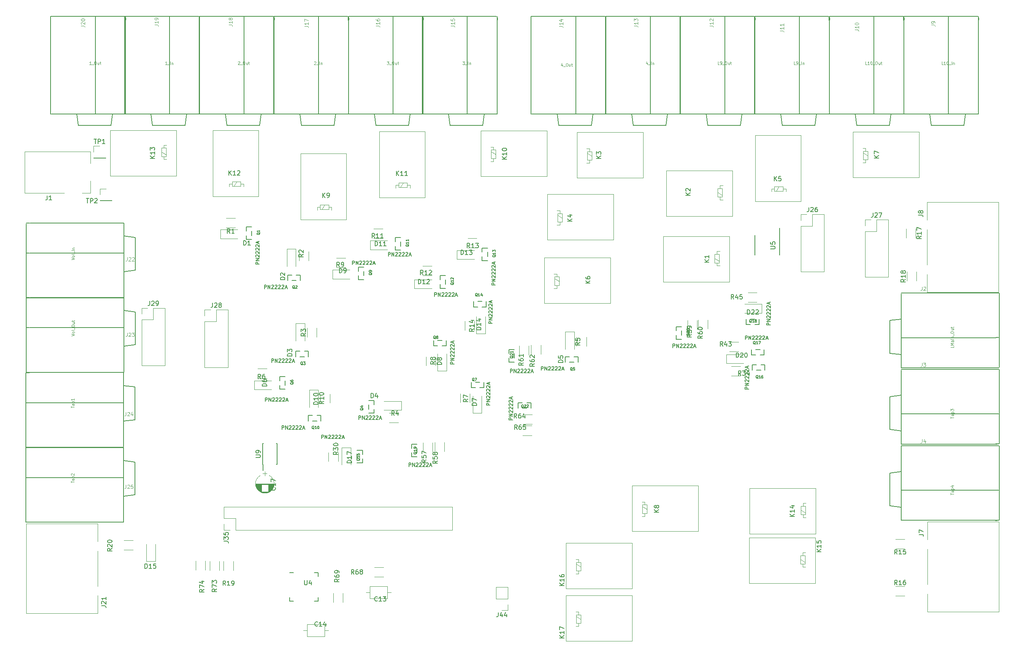
<source format=gto>
G04 #@! TF.GenerationSoftware,KiCad,Pcbnew,(5.1.2)-2*
G04 #@! TF.CreationDate,2019-08-05T18:25:16-04:00*
G04 #@! TF.ProjectId,LooperPCB,4c6f6f70-6572-4504-9342-2e6b69636164,rev?*
G04 #@! TF.SameCoordinates,Original*
G04 #@! TF.FileFunction,Legend,Top*
G04 #@! TF.FilePolarity,Positive*
%FSLAX46Y46*%
G04 Gerber Fmt 4.6, Leading zero omitted, Abs format (unit mm)*
G04 Created by KiCad (PCBNEW (5.1.2)-2) date 2019-08-05 18:25:16*
%MOMM*%
%LPD*%
G04 APERTURE LIST*
%ADD10C,0.120000*%
%ADD11C,0.150000*%
%ADD12C,0.203200*%
%ADD13C,0.050000*%
G04 APERTURE END LIST*
D10*
X54470000Y-55130000D02*
X57130000Y-55130000D01*
X54470000Y-55070000D02*
X54470000Y-55130000D01*
X57130000Y-55070000D02*
X57130000Y-55130000D01*
X54470000Y-55070000D02*
X57130000Y-55070000D01*
X54470000Y-53800000D02*
X54470000Y-52470000D01*
X54470000Y-52470000D02*
X55800000Y-52470000D01*
X119910000Y-153260000D02*
X119910000Y-150540000D01*
X119910000Y-150540000D02*
X115990000Y-150540000D01*
X115990000Y-150540000D02*
X115990000Y-153260000D01*
X115990000Y-153260000D02*
X119910000Y-153260000D01*
X120720000Y-151900000D02*
X119910000Y-151900000D01*
X115180000Y-151900000D02*
X115990000Y-151900000D01*
X101990000Y-159040000D02*
X101990000Y-161760000D01*
X101990000Y-161760000D02*
X105910000Y-161760000D01*
X105910000Y-161760000D02*
X105910000Y-159040000D01*
X105910000Y-159040000D02*
X101990000Y-159040000D01*
X101180000Y-160400000D02*
X101990000Y-160400000D01*
X106720000Y-160400000D02*
X105910000Y-160400000D01*
X93579170Y-129546436D02*
G75*
G03X93580000Y-125854004I-979170J1846436D01*
G01*
X91620830Y-129546436D02*
G75*
G02X91620000Y-125854004I979170J1846436D01*
G01*
X91620830Y-129546436D02*
G75*
G03X93580000Y-129545996I979170J1846436D01*
G01*
X94650000Y-127700000D02*
X90550000Y-127700000D01*
X94650000Y-127740000D02*
X90550000Y-127740000D01*
X94649000Y-127780000D02*
X90551000Y-127780000D01*
X94647000Y-127820000D02*
X90553000Y-127820000D01*
X94644000Y-127860000D02*
X90556000Y-127860000D01*
X94641000Y-127900000D02*
X90559000Y-127900000D01*
X94637000Y-127940000D02*
X93380000Y-127940000D01*
X91820000Y-127940000D02*
X90563000Y-127940000D01*
X94632000Y-127980000D02*
X93380000Y-127980000D01*
X91820000Y-127980000D02*
X90568000Y-127980000D01*
X94626000Y-128020000D02*
X93380000Y-128020000D01*
X91820000Y-128020000D02*
X90574000Y-128020000D01*
X94619000Y-128060000D02*
X93380000Y-128060000D01*
X91820000Y-128060000D02*
X90581000Y-128060000D01*
X94612000Y-128100000D02*
X93380000Y-128100000D01*
X91820000Y-128100000D02*
X90588000Y-128100000D01*
X94604000Y-128140000D02*
X93380000Y-128140000D01*
X91820000Y-128140000D02*
X90596000Y-128140000D01*
X94595000Y-128180000D02*
X93380000Y-128180000D01*
X91820000Y-128180000D02*
X90605000Y-128180000D01*
X94585000Y-128220000D02*
X93380000Y-128220000D01*
X91820000Y-128220000D02*
X90615000Y-128220000D01*
X94574000Y-128260000D02*
X93380000Y-128260000D01*
X91820000Y-128260000D02*
X90626000Y-128260000D01*
X94563000Y-128300000D02*
X93380000Y-128300000D01*
X91820000Y-128300000D02*
X90637000Y-128300000D01*
X94550000Y-128340000D02*
X93380000Y-128340000D01*
X91820000Y-128340000D02*
X90650000Y-128340000D01*
X94537000Y-128380000D02*
X93380000Y-128380000D01*
X91820000Y-128380000D02*
X90663000Y-128380000D01*
X94523000Y-128421000D02*
X93380000Y-128421000D01*
X91820000Y-128421000D02*
X90677000Y-128421000D01*
X94507000Y-128461000D02*
X93380000Y-128461000D01*
X91820000Y-128461000D02*
X90693000Y-128461000D01*
X94491000Y-128501000D02*
X93380000Y-128501000D01*
X91820000Y-128501000D02*
X90709000Y-128501000D01*
X94474000Y-128541000D02*
X93380000Y-128541000D01*
X91820000Y-128541000D02*
X90726000Y-128541000D01*
X94456000Y-128581000D02*
X93380000Y-128581000D01*
X91820000Y-128581000D02*
X90744000Y-128581000D01*
X94437000Y-128621000D02*
X93380000Y-128621000D01*
X91820000Y-128621000D02*
X90763000Y-128621000D01*
X94417000Y-128661000D02*
X93380000Y-128661000D01*
X91820000Y-128661000D02*
X90783000Y-128661000D01*
X94396000Y-128701000D02*
X93380000Y-128701000D01*
X91820000Y-128701000D02*
X90804000Y-128701000D01*
X94373000Y-128741000D02*
X93380000Y-128741000D01*
X91820000Y-128741000D02*
X90827000Y-128741000D01*
X94350000Y-128781000D02*
X93380000Y-128781000D01*
X91820000Y-128781000D02*
X90850000Y-128781000D01*
X94325000Y-128821000D02*
X93380000Y-128821000D01*
X91820000Y-128821000D02*
X90875000Y-128821000D01*
X94299000Y-128861000D02*
X93380000Y-128861000D01*
X91820000Y-128861000D02*
X90901000Y-128861000D01*
X94272000Y-128901000D02*
X93380000Y-128901000D01*
X91820000Y-128901000D02*
X90928000Y-128901000D01*
X94243000Y-128941000D02*
X93380000Y-128941000D01*
X91820000Y-128941000D02*
X90957000Y-128941000D01*
X94213000Y-128981000D02*
X93380000Y-128981000D01*
X91820000Y-128981000D02*
X90987000Y-128981000D01*
X94181000Y-129021000D02*
X93380000Y-129021000D01*
X91820000Y-129021000D02*
X91019000Y-129021000D01*
X94147000Y-129061000D02*
X93380000Y-129061000D01*
X91820000Y-129061000D02*
X91053000Y-129061000D01*
X94112000Y-129101000D02*
X93380000Y-129101000D01*
X91820000Y-129101000D02*
X91088000Y-129101000D01*
X94075000Y-129141000D02*
X93380000Y-129141000D01*
X91820000Y-129141000D02*
X91125000Y-129141000D01*
X94036000Y-129181000D02*
X93380000Y-129181000D01*
X91820000Y-129181000D02*
X91164000Y-129181000D01*
X93995000Y-129221000D02*
X93380000Y-129221000D01*
X91820000Y-129221000D02*
X91205000Y-129221000D01*
X93951000Y-129261000D02*
X93380000Y-129261000D01*
X91820000Y-129261000D02*
X91249000Y-129261000D01*
X93905000Y-129301000D02*
X93380000Y-129301000D01*
X91820000Y-129301000D02*
X91295000Y-129301000D01*
X93856000Y-129341000D02*
X93380000Y-129341000D01*
X91820000Y-129341000D02*
X91344000Y-129341000D01*
X93804000Y-129381000D02*
X93380000Y-129381000D01*
X91820000Y-129381000D02*
X91396000Y-129381000D01*
X93748000Y-129421000D02*
X93380000Y-129421000D01*
X91820000Y-129421000D02*
X91452000Y-129421000D01*
X93688000Y-129461000D02*
X93380000Y-129461000D01*
X91820000Y-129461000D02*
X91512000Y-129461000D01*
X93623000Y-129501000D02*
X91577000Y-129501000D01*
X93552000Y-129541000D02*
X91648000Y-129541000D01*
X93474000Y-129581000D02*
X91726000Y-129581000D01*
X93386000Y-129621000D02*
X91814000Y-129621000D01*
X93286000Y-129661000D02*
X91914000Y-129661000D01*
X93167000Y-129701000D02*
X92033000Y-129701000D01*
X93015000Y-129741000D02*
X92185000Y-129741000D01*
X92765000Y-129781000D02*
X92435000Y-129781000D01*
X92600000Y-125000000D02*
X92600000Y-125900000D01*
X93050000Y-125450000D02*
X92150000Y-125450000D01*
X47900000Y-62900000D02*
X39100000Y-62900000D01*
X39100000Y-62900000D02*
X39100000Y-53700000D01*
X53800000Y-60200000D02*
X53800000Y-62900000D01*
X53800000Y-62900000D02*
X51900000Y-62900000D01*
X39100000Y-53700000D02*
X53800000Y-53700000D01*
X53800000Y-53700000D02*
X53800000Y-56300000D01*
X134390000Y-138030000D02*
X134390000Y-132830000D01*
X86070000Y-138030000D02*
X134390000Y-138030000D01*
X83470000Y-132830000D02*
X134390000Y-132830000D01*
X86070000Y-138030000D02*
X86070000Y-135430000D01*
X86070000Y-135430000D02*
X83470000Y-135430000D01*
X83470000Y-135430000D02*
X83470000Y-132830000D01*
X84800000Y-138030000D02*
X83470000Y-138030000D01*
X83470000Y-138030000D02*
X83470000Y-136700000D01*
X146730000Y-150730000D02*
X144070000Y-150730000D01*
X146730000Y-153330000D02*
X146730000Y-150730000D01*
X144070000Y-153330000D02*
X144070000Y-150730000D01*
X146730000Y-153330000D02*
X144070000Y-153330000D01*
X146730000Y-154600000D02*
X146730000Y-155930000D01*
X146730000Y-155930000D02*
X145400000Y-155930000D01*
X181354000Y-72630000D02*
X196086000Y-72630000D01*
X196086000Y-72630000D02*
X196086000Y-82790000D01*
X196086000Y-82790000D02*
X181354000Y-82790000D01*
X181354000Y-82790000D02*
X181354000Y-72630000D01*
X193800000Y-78116000D02*
X192784000Y-77481000D01*
X193927000Y-75932000D02*
X193292000Y-75932000D01*
X193292000Y-75932000D02*
X193292000Y-76592000D01*
X193927000Y-79132000D02*
X193292000Y-79132000D01*
X193292000Y-79132000D02*
X193292000Y-78497000D01*
X193800000Y-78497000D02*
X193800000Y-76592000D01*
X193800000Y-76592000D02*
X192784000Y-76592000D01*
X192784000Y-76592000D02*
X192784000Y-78497000D01*
X193800000Y-78497000D02*
X192784000Y-78497000D01*
X182054000Y-57930000D02*
X196786000Y-57930000D01*
X196786000Y-57930000D02*
X196786000Y-68090000D01*
X196786000Y-68090000D02*
X182054000Y-68090000D01*
X182054000Y-68090000D02*
X182054000Y-57930000D01*
X194500000Y-63416000D02*
X193484000Y-62781000D01*
X194627000Y-61232000D02*
X193992000Y-61232000D01*
X193992000Y-61232000D02*
X193992000Y-61892000D01*
X194627000Y-64432000D02*
X193992000Y-64432000D01*
X193992000Y-64432000D02*
X193992000Y-63797000D01*
X194500000Y-63797000D02*
X194500000Y-61892000D01*
X194500000Y-61892000D02*
X193484000Y-61892000D01*
X193484000Y-61892000D02*
X193484000Y-63797000D01*
X194500000Y-63797000D02*
X193484000Y-63797000D01*
X176846000Y-59570000D02*
X162114000Y-59570000D01*
X162114000Y-59570000D02*
X162114000Y-49410000D01*
X162114000Y-49410000D02*
X176846000Y-49410000D01*
X176846000Y-49410000D02*
X176846000Y-59570000D01*
X164400000Y-54084000D02*
X165416000Y-54719000D01*
X164273000Y-56268000D02*
X164908000Y-56268000D01*
X164908000Y-56268000D02*
X164908000Y-55608000D01*
X164273000Y-53068000D02*
X164908000Y-53068000D01*
X164908000Y-53068000D02*
X164908000Y-53703000D01*
X164400000Y-53703000D02*
X164400000Y-55608000D01*
X164400000Y-55608000D02*
X165416000Y-55608000D01*
X165416000Y-55608000D02*
X165416000Y-53703000D01*
X164400000Y-53703000D02*
X165416000Y-53703000D01*
X170246000Y-73370000D02*
X155514000Y-73370000D01*
X155514000Y-73370000D02*
X155514000Y-63210000D01*
X155514000Y-63210000D02*
X170246000Y-63210000D01*
X170246000Y-63210000D02*
X170246000Y-73370000D01*
X157800000Y-67884000D02*
X158816000Y-68519000D01*
X157673000Y-70068000D02*
X158308000Y-70068000D01*
X158308000Y-70068000D02*
X158308000Y-69408000D01*
X157673000Y-66868000D02*
X158308000Y-66868000D01*
X158308000Y-66868000D02*
X158308000Y-67503000D01*
X157800000Y-67503000D02*
X157800000Y-69408000D01*
X157800000Y-69408000D02*
X158816000Y-69408000D01*
X158816000Y-69408000D02*
X158816000Y-67503000D01*
X157800000Y-67503000D02*
X158816000Y-67503000D01*
X211970000Y-50054000D02*
X211970000Y-64786000D01*
X211970000Y-64786000D02*
X201810000Y-64786000D01*
X201810000Y-64786000D02*
X201810000Y-50054000D01*
X201810000Y-50054000D02*
X211970000Y-50054000D01*
X206484000Y-62500000D02*
X207119000Y-61484000D01*
X208668000Y-62627000D02*
X208668000Y-61992000D01*
X208668000Y-61992000D02*
X208008000Y-61992000D01*
X205468000Y-62627000D02*
X205468000Y-61992000D01*
X205468000Y-61992000D02*
X206103000Y-61992000D01*
X206103000Y-62500000D02*
X208008000Y-62500000D01*
X208008000Y-62500000D02*
X208008000Y-61484000D01*
X208008000Y-61484000D02*
X206103000Y-61484000D01*
X206103000Y-62500000D02*
X206103000Y-61484000D01*
X169546000Y-87470000D02*
X154814000Y-87470000D01*
X154814000Y-87470000D02*
X154814000Y-77310000D01*
X154814000Y-77310000D02*
X169546000Y-77310000D01*
X169546000Y-77310000D02*
X169546000Y-87470000D01*
X157100000Y-81984000D02*
X158116000Y-82619000D01*
X156973000Y-84168000D02*
X157608000Y-84168000D01*
X157608000Y-84168000D02*
X157608000Y-83508000D01*
X156973000Y-80968000D02*
X157608000Y-80968000D01*
X157608000Y-80968000D02*
X157608000Y-81603000D01*
X157100000Y-81603000D02*
X157100000Y-83508000D01*
X157100000Y-83508000D02*
X158116000Y-83508000D01*
X158116000Y-83508000D02*
X158116000Y-81603000D01*
X157100000Y-81603000D02*
X158116000Y-81603000D01*
X238346000Y-59470000D02*
X223614000Y-59470000D01*
X223614000Y-59470000D02*
X223614000Y-49310000D01*
X223614000Y-49310000D02*
X238346000Y-49310000D01*
X238346000Y-49310000D02*
X238346000Y-59470000D01*
X225900000Y-53984000D02*
X226916000Y-54619000D01*
X225773000Y-56168000D02*
X226408000Y-56168000D01*
X226408000Y-56168000D02*
X226408000Y-55508000D01*
X225773000Y-52968000D02*
X226408000Y-52968000D01*
X226408000Y-52968000D02*
X226408000Y-53603000D01*
X225900000Y-53603000D02*
X225900000Y-55508000D01*
X225900000Y-55508000D02*
X226916000Y-55508000D01*
X226916000Y-55508000D02*
X226916000Y-53603000D01*
X225900000Y-53603000D02*
X226916000Y-53603000D01*
X189146000Y-138270000D02*
X174414000Y-138270000D01*
X174414000Y-138270000D02*
X174414000Y-128110000D01*
X174414000Y-128110000D02*
X189146000Y-128110000D01*
X189146000Y-128110000D02*
X189146000Y-138270000D01*
X176700000Y-132784000D02*
X177716000Y-133419000D01*
X176573000Y-134968000D02*
X177208000Y-134968000D01*
X177208000Y-134968000D02*
X177208000Y-134308000D01*
X176573000Y-131768000D02*
X177208000Y-131768000D01*
X177208000Y-131768000D02*
X177208000Y-132403000D01*
X176700000Y-132403000D02*
X176700000Y-134308000D01*
X176700000Y-134308000D02*
X177716000Y-134308000D01*
X177716000Y-134308000D02*
X177716000Y-132403000D01*
X176700000Y-132403000D02*
X177716000Y-132403000D01*
X110770000Y-54154000D02*
X110770000Y-68886000D01*
X110770000Y-68886000D02*
X100610000Y-68886000D01*
X100610000Y-68886000D02*
X100610000Y-54154000D01*
X100610000Y-54154000D02*
X110770000Y-54154000D01*
X105284000Y-66600000D02*
X105919000Y-65584000D01*
X107468000Y-66727000D02*
X107468000Y-66092000D01*
X107468000Y-66092000D02*
X106808000Y-66092000D01*
X104268000Y-66727000D02*
X104268000Y-66092000D01*
X104268000Y-66092000D02*
X104903000Y-66092000D01*
X104903000Y-66600000D02*
X106808000Y-66600000D01*
X106808000Y-66600000D02*
X106808000Y-65584000D01*
X106808000Y-65584000D02*
X104903000Y-65584000D01*
X104903000Y-66600000D02*
X104903000Y-65584000D01*
X155446000Y-59170000D02*
X140714000Y-59170000D01*
X140714000Y-59170000D02*
X140714000Y-49010000D01*
X140714000Y-49010000D02*
X155446000Y-49010000D01*
X155446000Y-49010000D02*
X155446000Y-59170000D01*
X143000000Y-53684000D02*
X144016000Y-54319000D01*
X142873000Y-55868000D02*
X143508000Y-55868000D01*
X143508000Y-55868000D02*
X143508000Y-55208000D01*
X142873000Y-52668000D02*
X143508000Y-52668000D01*
X143508000Y-52668000D02*
X143508000Y-53303000D01*
X143000000Y-53303000D02*
X143000000Y-55208000D01*
X143000000Y-55208000D02*
X144016000Y-55208000D01*
X144016000Y-55208000D02*
X144016000Y-53303000D01*
X143000000Y-53303000D02*
X144016000Y-53303000D01*
X128270000Y-49254000D02*
X128270000Y-63986000D01*
X128270000Y-63986000D02*
X118110000Y-63986000D01*
X118110000Y-63986000D02*
X118110000Y-49254000D01*
X118110000Y-49254000D02*
X128270000Y-49254000D01*
X122784000Y-61700000D02*
X123419000Y-60684000D01*
X124968000Y-61827000D02*
X124968000Y-61192000D01*
X124968000Y-61192000D02*
X124308000Y-61192000D01*
X121768000Y-61827000D02*
X121768000Y-61192000D01*
X121768000Y-61192000D02*
X122403000Y-61192000D01*
X122403000Y-61700000D02*
X124308000Y-61700000D01*
X124308000Y-61700000D02*
X124308000Y-60684000D01*
X124308000Y-60684000D02*
X122403000Y-60684000D01*
X122403000Y-61700000D02*
X122403000Y-60684000D01*
X91170000Y-48954000D02*
X91170000Y-63686000D01*
X91170000Y-63686000D02*
X81010000Y-63686000D01*
X81010000Y-63686000D02*
X81010000Y-48954000D01*
X81010000Y-48954000D02*
X91170000Y-48954000D01*
X85684000Y-61400000D02*
X86319000Y-60384000D01*
X87868000Y-61527000D02*
X87868000Y-60892000D01*
X87868000Y-60892000D02*
X87208000Y-60892000D01*
X84668000Y-61527000D02*
X84668000Y-60892000D01*
X84668000Y-60892000D02*
X85303000Y-60892000D01*
X85303000Y-61400000D02*
X87208000Y-61400000D01*
X87208000Y-61400000D02*
X87208000Y-60384000D01*
X87208000Y-60384000D02*
X85303000Y-60384000D01*
X85303000Y-61400000D02*
X85303000Y-60384000D01*
X58154000Y-48930000D02*
X72886000Y-48930000D01*
X72886000Y-48930000D02*
X72886000Y-59090000D01*
X72886000Y-59090000D02*
X58154000Y-59090000D01*
X58154000Y-59090000D02*
X58154000Y-48930000D01*
X70600000Y-54416000D02*
X69584000Y-53781000D01*
X70727000Y-52232000D02*
X70092000Y-52232000D01*
X70092000Y-52232000D02*
X70092000Y-52892000D01*
X70727000Y-55432000D02*
X70092000Y-55432000D01*
X70092000Y-55432000D02*
X70092000Y-54797000D01*
X70600000Y-54797000D02*
X70600000Y-52892000D01*
X70600000Y-52892000D02*
X69584000Y-52892000D01*
X69584000Y-52892000D02*
X69584000Y-54797000D01*
X70600000Y-54797000D02*
X69584000Y-54797000D01*
X200554000Y-128730000D02*
X215286000Y-128730000D01*
X215286000Y-128730000D02*
X215286000Y-138890000D01*
X215286000Y-138890000D02*
X200554000Y-138890000D01*
X200554000Y-138890000D02*
X200554000Y-128730000D01*
X213000000Y-134216000D02*
X211984000Y-133581000D01*
X213127000Y-132032000D02*
X212492000Y-132032000D01*
X212492000Y-132032000D02*
X212492000Y-132692000D01*
X213127000Y-135232000D02*
X212492000Y-135232000D01*
X212492000Y-135232000D02*
X212492000Y-134597000D01*
X213000000Y-134597000D02*
X213000000Y-132692000D01*
X213000000Y-132692000D02*
X211984000Y-132692000D01*
X211984000Y-132692000D02*
X211984000Y-134597000D01*
X213000000Y-134597000D02*
X211984000Y-134597000D01*
X200454000Y-139730000D02*
X215186000Y-139730000D01*
X215186000Y-139730000D02*
X215186000Y-149890000D01*
X215186000Y-149890000D02*
X200454000Y-149890000D01*
X200454000Y-149890000D02*
X200454000Y-139730000D01*
X212900000Y-145216000D02*
X211884000Y-144581000D01*
X213027000Y-143032000D02*
X212392000Y-143032000D01*
X212392000Y-143032000D02*
X212392000Y-143692000D01*
X213027000Y-146232000D02*
X212392000Y-146232000D01*
X212392000Y-146232000D02*
X212392000Y-145597000D01*
X212900000Y-145597000D02*
X212900000Y-143692000D01*
X212900000Y-143692000D02*
X211884000Y-143692000D01*
X211884000Y-143692000D02*
X211884000Y-145597000D01*
X212900000Y-145597000D02*
X211884000Y-145597000D01*
X174446000Y-151070000D02*
X159714000Y-151070000D01*
X159714000Y-151070000D02*
X159714000Y-140910000D01*
X159714000Y-140910000D02*
X174446000Y-140910000D01*
X174446000Y-140910000D02*
X174446000Y-151070000D01*
X162000000Y-145584000D02*
X163016000Y-146219000D01*
X161873000Y-147768000D02*
X162508000Y-147768000D01*
X162508000Y-147768000D02*
X162508000Y-147108000D01*
X161873000Y-144568000D02*
X162508000Y-144568000D01*
X162508000Y-144568000D02*
X162508000Y-145203000D01*
X162000000Y-145203000D02*
X162000000Y-147108000D01*
X162000000Y-147108000D02*
X163016000Y-147108000D01*
X163016000Y-147108000D02*
X163016000Y-145203000D01*
X162000000Y-145203000D02*
X163016000Y-145203000D01*
X174446000Y-162770000D02*
X159714000Y-162770000D01*
X159714000Y-162770000D02*
X159714000Y-152610000D01*
X159714000Y-152610000D02*
X174446000Y-152610000D01*
X174446000Y-152610000D02*
X174446000Y-162770000D01*
X162000000Y-157284000D02*
X163016000Y-157919000D01*
X161873000Y-159468000D02*
X162508000Y-159468000D01*
X162508000Y-159468000D02*
X162508000Y-158808000D01*
X161873000Y-156268000D02*
X162508000Y-156268000D01*
X162508000Y-156268000D02*
X162508000Y-156903000D01*
X162000000Y-156903000D02*
X162000000Y-158808000D01*
X162000000Y-158808000D02*
X163016000Y-158808000D01*
X163016000Y-158808000D02*
X163016000Y-156903000D01*
X162000000Y-156903000D02*
X163016000Y-156903000D01*
X55870000Y-64630000D02*
X58530000Y-64630000D01*
X55870000Y-64570000D02*
X55870000Y-64630000D01*
X58530000Y-64570000D02*
X58530000Y-64630000D01*
X55870000Y-64570000D02*
X58530000Y-64570000D01*
X55870000Y-63300000D02*
X55870000Y-61970000D01*
X55870000Y-61970000D02*
X57200000Y-61970000D01*
D11*
X104450000Y-147550000D02*
X104450000Y-148340000D01*
X98150000Y-153850000D02*
X98150000Y-153060000D01*
X104450000Y-153850000D02*
X104450000Y-153060000D01*
X98150000Y-147550000D02*
X98940000Y-147550000D01*
X98150000Y-153850000D02*
X98940000Y-153850000D01*
X104450000Y-153850000D02*
X103660000Y-153850000D01*
X104450000Y-147550000D02*
X103660000Y-147550000D01*
D10*
X240210000Y-140160000D02*
X240210000Y-136200000D01*
X240210000Y-150140000D02*
X240210000Y-142270000D01*
X240210000Y-136200000D02*
X256140000Y-136200000D01*
X256140000Y-156200000D02*
X256140000Y-136200000D01*
X240210000Y-156200000D02*
X256140000Y-156200000D01*
X240210000Y-156200000D02*
X240210000Y-152240000D01*
X240110000Y-68960000D02*
X240110000Y-65000000D01*
X240110000Y-78940000D02*
X240110000Y-71070000D01*
X240110000Y-65000000D02*
X256040000Y-65000000D01*
X256040000Y-85000000D02*
X256040000Y-65000000D01*
X240110000Y-85000000D02*
X256040000Y-85000000D01*
X240110000Y-85000000D02*
X240110000Y-81040000D01*
D11*
X244850000Y-24250000D02*
X244850000Y-23650000D01*
X251600000Y-24350000D02*
X251550000Y-23550000D01*
X251550000Y-24350000D02*
X251550000Y-23550000D01*
X234900000Y-24400000D02*
X234900000Y-23600000D01*
D12*
X244860000Y-45240000D02*
X244860000Y-24285000D01*
X234910000Y-23535000D02*
X251420000Y-23534900D01*
X251570000Y-24384900D02*
X251570000Y-45339900D01*
X251570000Y-45339900D02*
X248977500Y-45340000D01*
X248977500Y-45340000D02*
X248660000Y-45340000D01*
X248660000Y-45340000D02*
X240722500Y-45340000D01*
X240722500Y-45340000D02*
X235060000Y-45340000D01*
X234910000Y-45340000D02*
X234910000Y-24385000D01*
X240722500Y-45340000D02*
X241040000Y-47880000D01*
X241040000Y-47880000D02*
X248342500Y-47880000D01*
X248342500Y-47880000D02*
X248660000Y-45340000D01*
D11*
X228250000Y-24250000D02*
X228250000Y-23650000D01*
X235000000Y-24350000D02*
X234950000Y-23550000D01*
X234950000Y-24350000D02*
X234950000Y-23550000D01*
X218300000Y-24400000D02*
X218300000Y-23600000D01*
D12*
X228260000Y-45240000D02*
X228260000Y-24285000D01*
X218310000Y-23535000D02*
X234820000Y-23534900D01*
X234970000Y-24384900D02*
X234970000Y-45339900D01*
X234970000Y-45339900D02*
X232377500Y-45340000D01*
X232377500Y-45340000D02*
X232060000Y-45340000D01*
X232060000Y-45340000D02*
X224122500Y-45340000D01*
X224122500Y-45340000D02*
X218460000Y-45340000D01*
X218310000Y-45340000D02*
X218310000Y-24385000D01*
X224122500Y-45340000D02*
X224440000Y-47880000D01*
X224440000Y-47880000D02*
X231742500Y-47880000D01*
X231742500Y-47880000D02*
X232060000Y-45340000D01*
D11*
X211650000Y-24250000D02*
X211650000Y-23650000D01*
X218400000Y-24350000D02*
X218350000Y-23550000D01*
X218350000Y-24350000D02*
X218350000Y-23550000D01*
X201700000Y-24400000D02*
X201700000Y-23600000D01*
D12*
X211660000Y-45240000D02*
X211660000Y-24285000D01*
X201710000Y-23535000D02*
X218220000Y-23534900D01*
X218370000Y-24384900D02*
X218370000Y-45339900D01*
X218370000Y-45339900D02*
X215777500Y-45340000D01*
X215777500Y-45340000D02*
X215460000Y-45340000D01*
X215460000Y-45340000D02*
X207522500Y-45340000D01*
X207522500Y-45340000D02*
X201860000Y-45340000D01*
X201710000Y-45340000D02*
X201710000Y-24385000D01*
X207522500Y-45340000D02*
X207840000Y-47880000D01*
X207840000Y-47880000D02*
X215142500Y-47880000D01*
X215142500Y-47880000D02*
X215460000Y-45340000D01*
D11*
X195050000Y-24250000D02*
X195050000Y-23650000D01*
X201800000Y-24350000D02*
X201750000Y-23550000D01*
X201750000Y-24350000D02*
X201750000Y-23550000D01*
X185100000Y-24400000D02*
X185100000Y-23600000D01*
D12*
X195060000Y-45240000D02*
X195060000Y-24285000D01*
X185110000Y-23535000D02*
X201620000Y-23534900D01*
X201770000Y-24384900D02*
X201770000Y-45339900D01*
X201770000Y-45339900D02*
X199177500Y-45340000D01*
X199177500Y-45340000D02*
X198860000Y-45340000D01*
X198860000Y-45340000D02*
X190922500Y-45340000D01*
X190922500Y-45340000D02*
X185260000Y-45340000D01*
X185110000Y-45340000D02*
X185110000Y-24385000D01*
X190922500Y-45340000D02*
X191240000Y-47880000D01*
X191240000Y-47880000D02*
X198542500Y-47880000D01*
X198542500Y-47880000D02*
X198860000Y-45340000D01*
D11*
X178450000Y-24250000D02*
X178450000Y-23650000D01*
X185200000Y-24350000D02*
X185150000Y-23550000D01*
X185150000Y-24350000D02*
X185150000Y-23550000D01*
X168500000Y-24400000D02*
X168500000Y-23600000D01*
D12*
X178460000Y-45240000D02*
X178460000Y-24285000D01*
X168510000Y-23535000D02*
X185020000Y-23534900D01*
X185170000Y-24384900D02*
X185170000Y-45339900D01*
X185170000Y-45339900D02*
X182577500Y-45340000D01*
X182577500Y-45340000D02*
X182260000Y-45340000D01*
X182260000Y-45340000D02*
X174322500Y-45340000D01*
X174322500Y-45340000D02*
X168660000Y-45340000D01*
X168510000Y-45340000D02*
X168510000Y-24385000D01*
X174322500Y-45340000D02*
X174640000Y-47880000D01*
X174640000Y-47880000D02*
X181942500Y-47880000D01*
X181942500Y-47880000D02*
X182260000Y-45340000D01*
D11*
X161850000Y-24250000D02*
X161850000Y-23650000D01*
X168600000Y-24350000D02*
X168550000Y-23550000D01*
X168550000Y-24350000D02*
X168550000Y-23550000D01*
X151900000Y-24400000D02*
X151900000Y-23600000D01*
D12*
X161860000Y-45240000D02*
X161860000Y-24285000D01*
X151910000Y-23535000D02*
X168420000Y-23534900D01*
X168570000Y-24384900D02*
X168570000Y-45339900D01*
X168570000Y-45339900D02*
X165977500Y-45340000D01*
X165977500Y-45340000D02*
X165660000Y-45340000D01*
X165660000Y-45340000D02*
X157722500Y-45340000D01*
X157722500Y-45340000D02*
X152060000Y-45340000D01*
X151910000Y-45340000D02*
X151910000Y-24385000D01*
X157722500Y-45340000D02*
X158040000Y-47880000D01*
X158040000Y-47880000D02*
X165342500Y-47880000D01*
X165342500Y-47880000D02*
X165660000Y-45340000D01*
D11*
X137650000Y-24250000D02*
X137650000Y-23650000D01*
X144400000Y-24350000D02*
X144350000Y-23550000D01*
X144350000Y-24350000D02*
X144350000Y-23550000D01*
X127700000Y-24400000D02*
X127700000Y-23600000D01*
D12*
X137660000Y-45240000D02*
X137660000Y-24285000D01*
X127710000Y-23535000D02*
X144220000Y-23534900D01*
X144370000Y-24384900D02*
X144370000Y-45339900D01*
X144370000Y-45339900D02*
X141777500Y-45340000D01*
X141777500Y-45340000D02*
X141460000Y-45340000D01*
X141460000Y-45340000D02*
X133522500Y-45340000D01*
X133522500Y-45340000D02*
X127860000Y-45340000D01*
X127710000Y-45340000D02*
X127710000Y-24385000D01*
X133522500Y-45340000D02*
X133840000Y-47880000D01*
X133840000Y-47880000D02*
X141142500Y-47880000D01*
X141142500Y-47880000D02*
X141460000Y-45340000D01*
D11*
X121150000Y-24250000D02*
X121150000Y-23650000D01*
X127900000Y-24350000D02*
X127850000Y-23550000D01*
X127850000Y-24350000D02*
X127850000Y-23550000D01*
X111200000Y-24400000D02*
X111200000Y-23600000D01*
D12*
X121160000Y-45240000D02*
X121160000Y-24285000D01*
X111210000Y-23535000D02*
X127720000Y-23534900D01*
X127870000Y-24384900D02*
X127870000Y-45339900D01*
X127870000Y-45339900D02*
X125277500Y-45340000D01*
X125277500Y-45340000D02*
X124960000Y-45340000D01*
X124960000Y-45340000D02*
X117022500Y-45340000D01*
X117022500Y-45340000D02*
X111360000Y-45340000D01*
X111210000Y-45340000D02*
X111210000Y-24385000D01*
X117022500Y-45340000D02*
X117340000Y-47880000D01*
X117340000Y-47880000D02*
X124642500Y-47880000D01*
X124642500Y-47880000D02*
X124960000Y-45340000D01*
D11*
X104550000Y-24250000D02*
X104550000Y-23650000D01*
X111300000Y-24350000D02*
X111250000Y-23550000D01*
X111250000Y-24350000D02*
X111250000Y-23550000D01*
X94600000Y-24400000D02*
X94600000Y-23600000D01*
D12*
X104560000Y-45240000D02*
X104560000Y-24285000D01*
X94610000Y-23535000D02*
X111120000Y-23534900D01*
X111270000Y-24384900D02*
X111270000Y-45339900D01*
X111270000Y-45339900D02*
X108677500Y-45340000D01*
X108677500Y-45340000D02*
X108360000Y-45340000D01*
X108360000Y-45340000D02*
X100422500Y-45340000D01*
X100422500Y-45340000D02*
X94760000Y-45340000D01*
X94610000Y-45340000D02*
X94610000Y-24385000D01*
X100422500Y-45340000D02*
X100740000Y-47880000D01*
X100740000Y-47880000D02*
X108042500Y-47880000D01*
X108042500Y-47880000D02*
X108360000Y-45340000D01*
D11*
X87950000Y-24250000D02*
X87950000Y-23650000D01*
X94700000Y-24350000D02*
X94650000Y-23550000D01*
X94650000Y-24350000D02*
X94650000Y-23550000D01*
X78000000Y-24400000D02*
X78000000Y-23600000D01*
D12*
X87960000Y-45240000D02*
X87960000Y-24285000D01*
X78010000Y-23535000D02*
X94520000Y-23534900D01*
X94670000Y-24384900D02*
X94670000Y-45339900D01*
X94670000Y-45339900D02*
X92077500Y-45340000D01*
X92077500Y-45340000D02*
X91760000Y-45340000D01*
X91760000Y-45340000D02*
X83822500Y-45340000D01*
X83822500Y-45340000D02*
X78160000Y-45340000D01*
X78010000Y-45340000D02*
X78010000Y-24385000D01*
X83822500Y-45340000D02*
X84140000Y-47880000D01*
X84140000Y-47880000D02*
X91442500Y-47880000D01*
X91442500Y-47880000D02*
X91760000Y-45340000D01*
D11*
X71350000Y-24250000D02*
X71350000Y-23650000D01*
X78100000Y-24350000D02*
X78050000Y-23550000D01*
X78050000Y-24350000D02*
X78050000Y-23550000D01*
X61400000Y-24400000D02*
X61400000Y-23600000D01*
D12*
X71360000Y-45240000D02*
X71360000Y-24285000D01*
X61410000Y-23535000D02*
X77920000Y-23534900D01*
X78070000Y-24384900D02*
X78070000Y-45339900D01*
X78070000Y-45339900D02*
X75477500Y-45340000D01*
X75477500Y-45340000D02*
X75160000Y-45340000D01*
X75160000Y-45340000D02*
X67222500Y-45340000D01*
X67222500Y-45340000D02*
X61560000Y-45340000D01*
X61410000Y-45340000D02*
X61410000Y-24385000D01*
X67222500Y-45340000D02*
X67540000Y-47880000D01*
X67540000Y-47880000D02*
X74842500Y-47880000D01*
X74842500Y-47880000D02*
X75160000Y-45340000D01*
D11*
X54850000Y-24250000D02*
X54850000Y-23650000D01*
X61600000Y-24350000D02*
X61550000Y-23550000D01*
X61550000Y-24350000D02*
X61550000Y-23550000D01*
X44900000Y-24400000D02*
X44900000Y-23600000D01*
D12*
X54860000Y-45240000D02*
X54860000Y-24285000D01*
X44910000Y-23535000D02*
X61420000Y-23534900D01*
X61570000Y-24384900D02*
X61570000Y-45339900D01*
X61570000Y-45339900D02*
X58977500Y-45340000D01*
X58977500Y-45340000D02*
X58660000Y-45340000D01*
X58660000Y-45340000D02*
X50722500Y-45340000D01*
X50722500Y-45340000D02*
X45060000Y-45340000D01*
X44910000Y-45340000D02*
X44910000Y-24385000D01*
X50722500Y-45340000D02*
X51040000Y-47880000D01*
X51040000Y-47880000D02*
X58342500Y-47880000D01*
X58342500Y-47880000D02*
X58660000Y-45340000D01*
D10*
X55390000Y-152640000D02*
X55390000Y-156600000D01*
X55390000Y-142660000D02*
X55390000Y-150530000D01*
X55390000Y-156600000D02*
X39460000Y-156600000D01*
X39460000Y-136600000D02*
X39460000Y-156600000D01*
X55390000Y-136600000D02*
X39460000Y-136600000D01*
X55390000Y-136600000D02*
X55390000Y-140560000D01*
D11*
X40150000Y-76350000D02*
X39550000Y-76350000D01*
X40250000Y-69600000D02*
X39450000Y-69650000D01*
X40250000Y-69650000D02*
X39450000Y-69650000D01*
X40300000Y-86300000D02*
X39500000Y-86300000D01*
D12*
X61140000Y-76340000D02*
X40185000Y-76340000D01*
X39435000Y-86290000D02*
X39434900Y-69780000D01*
X40284900Y-69630000D02*
X61239900Y-69630000D01*
X61239900Y-69630000D02*
X61240000Y-72222500D01*
X61240000Y-72222500D02*
X61240000Y-72540000D01*
X61240000Y-72540000D02*
X61240000Y-80477500D01*
X61240000Y-80477500D02*
X61240000Y-86140000D01*
X61240000Y-86290000D02*
X40285000Y-86290000D01*
X61240000Y-80477500D02*
X63780000Y-80160000D01*
X63780000Y-80160000D02*
X63780000Y-72857500D01*
X63780000Y-72857500D02*
X61240000Y-72540000D01*
D11*
X40150000Y-92950000D02*
X39550000Y-92950000D01*
X40250000Y-86200000D02*
X39450000Y-86250000D01*
X40250000Y-86250000D02*
X39450000Y-86250000D01*
X40300000Y-102900000D02*
X39500000Y-102900000D01*
D12*
X61140000Y-92940000D02*
X40185000Y-92940000D01*
X39435000Y-102890000D02*
X39434900Y-86380000D01*
X40284900Y-86230000D02*
X61239900Y-86230000D01*
X61239900Y-86230000D02*
X61240000Y-88822500D01*
X61240000Y-88822500D02*
X61240000Y-89140000D01*
X61240000Y-89140000D02*
X61240000Y-97077500D01*
X61240000Y-97077500D02*
X61240000Y-102740000D01*
X61240000Y-102890000D02*
X40285000Y-102890000D01*
X61240000Y-97077500D02*
X63780000Y-96760000D01*
X63780000Y-96760000D02*
X63780000Y-89457500D01*
X63780000Y-89457500D02*
X61240000Y-89140000D01*
D11*
X40050000Y-109650000D02*
X39450000Y-109650000D01*
X40150000Y-102900000D02*
X39350000Y-102950000D01*
X40150000Y-102950000D02*
X39350000Y-102950000D01*
X40200000Y-119600000D02*
X39400000Y-119600000D01*
D12*
X61040000Y-109640000D02*
X40085000Y-109640000D01*
X39335000Y-119590000D02*
X39334900Y-103080000D01*
X40184900Y-102930000D02*
X61139900Y-102930000D01*
X61139900Y-102930000D02*
X61140000Y-105522500D01*
X61140000Y-105522500D02*
X61140000Y-105840000D01*
X61140000Y-105840000D02*
X61140000Y-113777500D01*
X61140000Y-113777500D02*
X61140000Y-119440000D01*
X61140000Y-119590000D02*
X40185000Y-119590000D01*
X61140000Y-113777500D02*
X63680000Y-113460000D01*
X63680000Y-113460000D02*
X63680000Y-106157500D01*
X63680000Y-106157500D02*
X61140000Y-105840000D01*
D11*
X40050000Y-126350000D02*
X39450000Y-126350000D01*
X40150000Y-119600000D02*
X39350000Y-119650000D01*
X40150000Y-119650000D02*
X39350000Y-119650000D01*
X40200000Y-136300000D02*
X39400000Y-136300000D01*
D12*
X61040000Y-126340000D02*
X40085000Y-126340000D01*
X39335000Y-136290000D02*
X39334900Y-119780000D01*
X40184900Y-119630000D02*
X61139900Y-119630000D01*
X61139900Y-119630000D02*
X61140000Y-122222500D01*
X61140000Y-122222500D02*
X61140000Y-122540000D01*
X61140000Y-122540000D02*
X61140000Y-130477500D01*
X61140000Y-130477500D02*
X61140000Y-136140000D01*
X61140000Y-136290000D02*
X40185000Y-136290000D01*
X61140000Y-130477500D02*
X63680000Y-130160000D01*
X63680000Y-130160000D02*
X63680000Y-122857500D01*
X63680000Y-122857500D02*
X61140000Y-122540000D01*
D11*
X255450000Y-129150000D02*
X256050000Y-129150000D01*
X255350000Y-135900000D02*
X256150000Y-135850000D01*
X255350000Y-135850000D02*
X256150000Y-135850000D01*
X255300000Y-119200000D02*
X256100000Y-119200000D01*
D12*
X234460000Y-129160000D02*
X255415000Y-129160000D01*
X256165000Y-119210000D02*
X256165100Y-135720000D01*
X255315100Y-135870000D02*
X234360100Y-135870000D01*
X234360100Y-135870000D02*
X234360000Y-133277500D01*
X234360000Y-133277500D02*
X234360000Y-132960000D01*
X234360000Y-132960000D02*
X234360000Y-125022500D01*
X234360000Y-125022500D02*
X234360000Y-119360000D01*
X234360000Y-119210000D02*
X255315000Y-119210000D01*
X234360000Y-125022500D02*
X231820000Y-125340000D01*
X231820000Y-125340000D02*
X231820000Y-132642500D01*
X231820000Y-132642500D02*
X234360000Y-132960000D01*
D11*
X255450000Y-95150000D02*
X256050000Y-95150000D01*
X255350000Y-101900000D02*
X256150000Y-101850000D01*
X255350000Y-101850000D02*
X256150000Y-101850000D01*
X255300000Y-85200000D02*
X256100000Y-85200000D01*
D12*
X234460000Y-95160000D02*
X255415000Y-95160000D01*
X256165000Y-85210000D02*
X256165100Y-101720000D01*
X255315100Y-101870000D02*
X234360100Y-101870000D01*
X234360100Y-101870000D02*
X234360000Y-99277500D01*
X234360000Y-99277500D02*
X234360000Y-98960000D01*
X234360000Y-98960000D02*
X234360000Y-91022500D01*
X234360000Y-91022500D02*
X234360000Y-85360000D01*
X234360000Y-85210000D02*
X255315000Y-85210000D01*
X234360000Y-91022500D02*
X231820000Y-91340000D01*
X231820000Y-91340000D02*
X231820000Y-98642500D01*
X231820000Y-98642500D02*
X234360000Y-98960000D01*
D11*
X255450000Y-112150000D02*
X256050000Y-112150000D01*
X255350000Y-118900000D02*
X256150000Y-118850000D01*
X255350000Y-118850000D02*
X256150000Y-118850000D01*
X255300000Y-102200000D02*
X256100000Y-102200000D01*
D12*
X234460000Y-112160000D02*
X255415000Y-112160000D01*
X256165000Y-102210000D02*
X256165100Y-118720000D01*
X255315100Y-118870000D02*
X234360100Y-118870000D01*
X234360100Y-118870000D02*
X234360000Y-116277500D01*
X234360000Y-116277500D02*
X234360000Y-115960000D01*
X234360000Y-115960000D02*
X234360000Y-108022500D01*
X234360000Y-108022500D02*
X234360000Y-102360000D01*
X234360000Y-102210000D02*
X255315000Y-102210000D01*
X234360000Y-108022500D02*
X231820000Y-108340000D01*
X231820000Y-108340000D02*
X231820000Y-115642500D01*
X231820000Y-115642500D02*
X234360000Y-115960000D01*
D10*
X82700000Y-71100000D02*
X82700000Y-73100000D01*
X82700000Y-73100000D02*
X86550000Y-73100000D01*
X82700000Y-71100000D02*
X86550000Y-71100000D01*
X99500000Y-75400000D02*
X97500000Y-75400000D01*
X97500000Y-75400000D02*
X97500000Y-79250000D01*
X99500000Y-75400000D02*
X99500000Y-79250000D01*
X101500000Y-92000000D02*
X99500000Y-92000000D01*
X99500000Y-92000000D02*
X99500000Y-95850000D01*
X101500000Y-92000000D02*
X101500000Y-95850000D01*
X123000000Y-111300000D02*
X123000000Y-109300000D01*
X123000000Y-109300000D02*
X119150000Y-109300000D01*
X123000000Y-111300000D02*
X119150000Y-111300000D01*
X161550000Y-93850000D02*
X159550000Y-93850000D01*
X159550000Y-93850000D02*
X159550000Y-97700000D01*
X161550000Y-93850000D02*
X161550000Y-97700000D01*
X90250000Y-104750000D02*
X90250000Y-106750000D01*
X90250000Y-106750000D02*
X94100000Y-106750000D01*
X90250000Y-104750000D02*
X94100000Y-104750000D01*
X138900000Y-112000000D02*
X140900000Y-112000000D01*
X140900000Y-112000000D02*
X140900000Y-108150000D01*
X138900000Y-112000000D02*
X138900000Y-108150000D01*
X131100000Y-102600000D02*
X133100000Y-102600000D01*
X133100000Y-102600000D02*
X133100000Y-98750000D01*
X131100000Y-102600000D02*
X131100000Y-98750000D01*
X107650000Y-80050000D02*
X107650000Y-82050000D01*
X107650000Y-82050000D02*
X111500000Y-82050000D01*
X107650000Y-80050000D02*
X111500000Y-80050000D01*
X104500000Y-106800000D02*
X102500000Y-106800000D01*
X102500000Y-106800000D02*
X102500000Y-110650000D01*
X104500000Y-106800000D02*
X104500000Y-110650000D01*
X116050000Y-73550000D02*
X116050000Y-75550000D01*
X116050000Y-75550000D02*
X119900000Y-75550000D01*
X116050000Y-73550000D02*
X119900000Y-73550000D01*
X125900000Y-82200000D02*
X125900000Y-84200000D01*
X125900000Y-84200000D02*
X129750000Y-84200000D01*
X125900000Y-82200000D02*
X129750000Y-82200000D01*
X135400000Y-75700000D02*
X135400000Y-77700000D01*
X135400000Y-77700000D02*
X139250000Y-77700000D01*
X135400000Y-75700000D02*
X139250000Y-75700000D01*
X139700000Y-94300000D02*
X141700000Y-94300000D01*
X141700000Y-94300000D02*
X141700000Y-90450000D01*
X139700000Y-94300000D02*
X139700000Y-90450000D01*
X66200000Y-145000000D02*
X68200000Y-145000000D01*
X68200000Y-145000000D02*
X68200000Y-141150000D01*
X66200000Y-145000000D02*
X66200000Y-141150000D01*
X111750000Y-119650000D02*
X109750000Y-119650000D01*
X109750000Y-119650000D02*
X109750000Y-123500000D01*
X111750000Y-119650000D02*
X111750000Y-123500000D01*
X195400000Y-98900000D02*
X195400000Y-100900000D01*
X195400000Y-100900000D02*
X199250000Y-100900000D01*
X195400000Y-98900000D02*
X199250000Y-98900000D01*
X203300000Y-89700000D02*
X203300000Y-87700000D01*
X203300000Y-87700000D02*
X199450000Y-87700000D01*
X203300000Y-89700000D02*
X199450000Y-89700000D01*
D11*
X89200000Y-73300000D02*
X89100000Y-73300000D01*
X89700000Y-73300000D02*
X89200000Y-73300000D01*
X89700000Y-71400000D02*
X89700000Y-72400000D01*
X88500000Y-71400000D02*
X88500000Y-70500000D01*
X88500000Y-70500000D02*
X89700000Y-70500000D01*
X89100000Y-73300000D02*
X88500000Y-73300000D01*
X88500000Y-73300000D02*
X88500000Y-72400000D01*
X97700000Y-81900000D02*
X97700000Y-81800000D01*
X97700000Y-82400000D02*
X97700000Y-81900000D01*
X99600000Y-82400000D02*
X98600000Y-82400000D01*
X99600000Y-81200000D02*
X100500000Y-81200000D01*
X100500000Y-81200000D02*
X100500000Y-82400000D01*
X97700000Y-81800000D02*
X97700000Y-81200000D01*
X97700000Y-81200000D02*
X98600000Y-81200000D01*
X99500000Y-98900000D02*
X99500000Y-98800000D01*
X99500000Y-99400000D02*
X99500000Y-98900000D01*
X101400000Y-99400000D02*
X100400000Y-99400000D01*
X101400000Y-98200000D02*
X102300000Y-98200000D01*
X102300000Y-98200000D02*
X102300000Y-99400000D01*
X99500000Y-98800000D02*
X99500000Y-98200000D01*
X99500000Y-98200000D02*
X100400000Y-98200000D01*
X116200000Y-109200000D02*
X116300000Y-109200000D01*
X115700000Y-109200000D02*
X116200000Y-109200000D01*
X115700000Y-111100000D02*
X115700000Y-110100000D01*
X116900000Y-111100000D02*
X116900000Y-112000000D01*
X116900000Y-112000000D02*
X115700000Y-112000000D01*
X116300000Y-109200000D02*
X116900000Y-109200000D01*
X116900000Y-109200000D02*
X116900000Y-110100000D01*
X159550000Y-100150000D02*
X159550000Y-100050000D01*
X159550000Y-100650000D02*
X159550000Y-100150000D01*
X161450000Y-100650000D02*
X160450000Y-100650000D01*
X161450000Y-99450000D02*
X162350000Y-99450000D01*
X162350000Y-99450000D02*
X162350000Y-100650000D01*
X159550000Y-100050000D02*
X159550000Y-99450000D01*
X159550000Y-99450000D02*
X160450000Y-99450000D01*
X96650000Y-106650000D02*
X96550000Y-106650000D01*
X97150000Y-106650000D02*
X96650000Y-106650000D01*
X97150000Y-104750000D02*
X97150000Y-105750000D01*
X95950000Y-104750000D02*
X95950000Y-103850000D01*
X95950000Y-103850000D02*
X97150000Y-103850000D01*
X96550000Y-106650000D02*
X95950000Y-106650000D01*
X95950000Y-106650000D02*
X95950000Y-105750000D01*
X141400000Y-105600000D02*
X141400000Y-105700000D01*
X141400000Y-105100000D02*
X141400000Y-105600000D01*
X139500000Y-105100000D02*
X140500000Y-105100000D01*
X139500000Y-106300000D02*
X138600000Y-106300000D01*
X138600000Y-106300000D02*
X138600000Y-105100000D01*
X141400000Y-105700000D02*
X141400000Y-106300000D01*
X141400000Y-106300000D02*
X140500000Y-106300000D01*
X133000000Y-96300000D02*
X133000000Y-96400000D01*
X133000000Y-95800000D02*
X133000000Y-96300000D01*
X131100000Y-95800000D02*
X132100000Y-95800000D01*
X131100000Y-97000000D02*
X130200000Y-97000000D01*
X130200000Y-97000000D02*
X130200000Y-95800000D01*
X133000000Y-96400000D02*
X133000000Y-97000000D01*
X133000000Y-97000000D02*
X132100000Y-97000000D01*
X114150000Y-82250000D02*
X114050000Y-82250000D01*
X114650000Y-82250000D02*
X114150000Y-82250000D01*
X114650000Y-80350000D02*
X114650000Y-81350000D01*
X113450000Y-80350000D02*
X113450000Y-79450000D01*
X113450000Y-79450000D02*
X114650000Y-79450000D01*
X114050000Y-82250000D02*
X113450000Y-82250000D01*
X113450000Y-82250000D02*
X113450000Y-81350000D01*
X102300000Y-113200000D02*
X102300000Y-113100000D01*
X102300000Y-113700000D02*
X102300000Y-113200000D01*
X104200000Y-113700000D02*
X103200000Y-113700000D01*
X104200000Y-112500000D02*
X105100000Y-112500000D01*
X105100000Y-112500000D02*
X105100000Y-113700000D01*
X102300000Y-113100000D02*
X102300000Y-112500000D01*
X102300000Y-112500000D02*
X103200000Y-112500000D01*
X122350000Y-75650000D02*
X122250000Y-75650000D01*
X122850000Y-75650000D02*
X122350000Y-75650000D01*
X122850000Y-73750000D02*
X122850000Y-74750000D01*
X121650000Y-73750000D02*
X121650000Y-72850000D01*
X121650000Y-72850000D02*
X122850000Y-72850000D01*
X122250000Y-75650000D02*
X121650000Y-75650000D01*
X121650000Y-75650000D02*
X121650000Y-74750000D01*
X132350000Y-84150000D02*
X132250000Y-84150000D01*
X132850000Y-84150000D02*
X132350000Y-84150000D01*
X132850000Y-82250000D02*
X132850000Y-83250000D01*
X131650000Y-82250000D02*
X131650000Y-81350000D01*
X131650000Y-81350000D02*
X132850000Y-81350000D01*
X132250000Y-84150000D02*
X131650000Y-84150000D01*
X131650000Y-84150000D02*
X131650000Y-83250000D01*
X141700000Y-78000000D02*
X141600000Y-78000000D01*
X142200000Y-78000000D02*
X141700000Y-78000000D01*
X142200000Y-76100000D02*
X142200000Y-77100000D01*
X141000000Y-76100000D02*
X141000000Y-75200000D01*
X141000000Y-75200000D02*
X142200000Y-75200000D01*
X141600000Y-78000000D02*
X141000000Y-78000000D01*
X141000000Y-78000000D02*
X141000000Y-77100000D01*
X141900000Y-87600000D02*
X141900000Y-87700000D01*
X141900000Y-87100000D02*
X141900000Y-87600000D01*
X140000000Y-87100000D02*
X141000000Y-87100000D01*
X140000000Y-88300000D02*
X139100000Y-88300000D01*
X139100000Y-88300000D02*
X139100000Y-87100000D01*
X141900000Y-87700000D02*
X141900000Y-88300000D01*
X141900000Y-88300000D02*
X141000000Y-88300000D01*
X113650000Y-120250000D02*
X113750000Y-120250000D01*
X113150000Y-120250000D02*
X113650000Y-120250000D01*
X113150000Y-122150000D02*
X113150000Y-121150000D01*
X114350000Y-122150000D02*
X114350000Y-123050000D01*
X114350000Y-123050000D02*
X113150000Y-123050000D01*
X113750000Y-120250000D02*
X114350000Y-120250000D01*
X114350000Y-120250000D02*
X114350000Y-121150000D01*
X201200000Y-101900000D02*
X201200000Y-101800000D01*
X201200000Y-102400000D02*
X201200000Y-101900000D01*
X203100000Y-102400000D02*
X202100000Y-102400000D01*
X203100000Y-101200000D02*
X204000000Y-101200000D01*
X204000000Y-101200000D02*
X204000000Y-102400000D01*
X201200000Y-101800000D02*
X201200000Y-101200000D01*
X201200000Y-101200000D02*
X202100000Y-101200000D01*
X203800000Y-98300000D02*
X203800000Y-98400000D01*
X203800000Y-97800000D02*
X203800000Y-98300000D01*
X201900000Y-97800000D02*
X202900000Y-97800000D01*
X201900000Y-99000000D02*
X201000000Y-99000000D01*
X201000000Y-99000000D02*
X201000000Y-97800000D01*
X203800000Y-98400000D02*
X203800000Y-99000000D01*
X203800000Y-99000000D02*
X202900000Y-99000000D01*
X202650000Y-91550000D02*
X202650000Y-91650000D01*
X202650000Y-91050000D02*
X202650000Y-91550000D01*
X200750000Y-91050000D02*
X201750000Y-91050000D01*
X200750000Y-92250000D02*
X199850000Y-92250000D01*
X199850000Y-92250000D02*
X199850000Y-91050000D01*
X202650000Y-91650000D02*
X202650000Y-92250000D01*
X202650000Y-92250000D02*
X201750000Y-92250000D01*
X126000000Y-121700000D02*
X125900000Y-121700000D01*
X126500000Y-121700000D02*
X126000000Y-121700000D01*
X126500000Y-119800000D02*
X126500000Y-120800000D01*
X125300000Y-119800000D02*
X125300000Y-118900000D01*
X125300000Y-118900000D02*
X126500000Y-118900000D01*
X125900000Y-121700000D02*
X125300000Y-121700000D01*
X125300000Y-121700000D02*
X125300000Y-120800000D01*
X184900000Y-95500000D02*
X184800000Y-95500000D01*
X185400000Y-95500000D02*
X184900000Y-95500000D01*
X185400000Y-93600000D02*
X185400000Y-94600000D01*
X184200000Y-93600000D02*
X184200000Y-92700000D01*
X184200000Y-92700000D02*
X185400000Y-92700000D01*
X184800000Y-95500000D02*
X184200000Y-95500000D01*
X184200000Y-95500000D02*
X184200000Y-94600000D01*
X147700000Y-100600000D02*
X147600000Y-100600000D01*
X148200000Y-100600000D02*
X147700000Y-100600000D01*
X148200000Y-98700000D02*
X148200000Y-99700000D01*
X147000000Y-98700000D02*
X147000000Y-97800000D01*
X147000000Y-97800000D02*
X148200000Y-97800000D01*
X147600000Y-100600000D02*
X147000000Y-100600000D01*
X147000000Y-100600000D02*
X147000000Y-99700000D01*
X149050000Y-110350000D02*
X149050000Y-110250000D01*
X149050000Y-110850000D02*
X149050000Y-110350000D01*
X150950000Y-110850000D02*
X149950000Y-110850000D01*
X150950000Y-109650000D02*
X151850000Y-109650000D01*
X151850000Y-109650000D02*
X151850000Y-110850000D01*
X149050000Y-110250000D02*
X149050000Y-109650000D01*
X149050000Y-109650000D02*
X149950000Y-109650000D01*
D10*
X84000000Y-68530000D02*
X86000000Y-68530000D01*
X86000000Y-70670000D02*
X84000000Y-70670000D01*
X102370000Y-76000000D02*
X102370000Y-78000000D01*
X100230000Y-78000000D02*
X100230000Y-76000000D01*
X104170000Y-93000000D02*
X104170000Y-95000000D01*
X102030000Y-95000000D02*
X102030000Y-93000000D01*
X122300000Y-114070000D02*
X120300000Y-114070000D01*
X120300000Y-111930000D02*
X122300000Y-111930000D01*
X164220000Y-95050000D02*
X164220000Y-97050000D01*
X162080000Y-97050000D02*
X162080000Y-95050000D01*
X91050000Y-102080000D02*
X93050000Y-102080000D01*
X93050000Y-104220000D02*
X91050000Y-104220000D01*
X136130000Y-109600000D02*
X136130000Y-107600000D01*
X138270000Y-107600000D02*
X138270000Y-109600000D01*
X128530000Y-101400000D02*
X128530000Y-99400000D01*
X130670000Y-99400000D02*
X130670000Y-101400000D01*
X108550000Y-77380000D02*
X110550000Y-77380000D01*
X110550000Y-79520000D02*
X108550000Y-79520000D01*
X107070000Y-107700000D02*
X107070000Y-109700000D01*
X104930000Y-109700000D02*
X104930000Y-107700000D01*
X116850000Y-70880000D02*
X118850000Y-70880000D01*
X118850000Y-73020000D02*
X116850000Y-73020000D01*
X127750000Y-79180000D02*
X129750000Y-79180000D01*
X129750000Y-81320000D02*
X127750000Y-81320000D01*
X137800000Y-73030000D02*
X139800000Y-73030000D01*
X139800000Y-75170000D02*
X137800000Y-75170000D01*
X137130000Y-93500000D02*
X137130000Y-91500000D01*
X139270000Y-91500000D02*
X139270000Y-93500000D01*
X233100000Y-140030000D02*
X235100000Y-140030000D01*
X235100000Y-142170000D02*
X233100000Y-142170000D01*
X235100000Y-152670000D02*
X233100000Y-152670000D01*
X233100000Y-150530000D02*
X235100000Y-150530000D01*
X235430000Y-72900000D02*
X235430000Y-70900000D01*
X237570000Y-70900000D02*
X237570000Y-72900000D01*
X237770000Y-80500000D02*
X237770000Y-82500000D01*
X235630000Y-82500000D02*
X235630000Y-80500000D01*
X83430000Y-147000000D02*
X83430000Y-145000000D01*
X85570000Y-145000000D02*
X85570000Y-147000000D01*
X61200000Y-140330000D02*
X63200000Y-140330000D01*
X63200000Y-142470000D02*
X61200000Y-142470000D01*
X106780000Y-122750000D02*
X106780000Y-120750000D01*
X108920000Y-120750000D02*
X108920000Y-122750000D01*
X196500000Y-101530000D02*
X198500000Y-101530000D01*
X198500000Y-103670000D02*
X196500000Y-103670000D01*
X198100000Y-98270000D02*
X196100000Y-98270000D01*
X196100000Y-96130000D02*
X198100000Y-96130000D01*
X200200000Y-85130000D02*
X202200000Y-85130000D01*
X202200000Y-87270000D02*
X200200000Y-87270000D01*
X129970000Y-118600000D02*
X129970000Y-120600000D01*
X127830000Y-120600000D02*
X127830000Y-118600000D01*
X132570000Y-118500000D02*
X132570000Y-120500000D01*
X130430000Y-120500000D02*
X130430000Y-118500000D01*
X188870000Y-91298000D02*
X188870000Y-93298000D01*
X186730000Y-93298000D02*
X186730000Y-91298000D01*
X191270000Y-91200000D02*
X191270000Y-93200000D01*
X189130000Y-93200000D02*
X189130000Y-91200000D01*
X151370000Y-97000000D02*
X151370000Y-99000000D01*
X149230000Y-99000000D02*
X149230000Y-97000000D01*
X154070000Y-96800000D02*
X154070000Y-98800000D01*
X151930000Y-98800000D02*
X151930000Y-96800000D01*
X152150000Y-114420000D02*
X150150000Y-114420000D01*
X150150000Y-112280000D02*
X152150000Y-112280000D01*
X152050000Y-116920000D02*
X150050000Y-116920000D01*
X150050000Y-114780000D02*
X152050000Y-114780000D01*
X117000000Y-146330000D02*
X119000000Y-146330000D01*
X119000000Y-148470000D02*
X117000000Y-148470000D01*
X107830000Y-154100000D02*
X107830000Y-152100000D01*
X109970000Y-152100000D02*
X109970000Y-154100000D01*
X82470000Y-145000000D02*
X82470000Y-147000000D01*
X80330000Y-147000000D02*
X80330000Y-145000000D01*
X79370000Y-144900000D02*
X79370000Y-146900000D01*
X77230000Y-146900000D02*
X77230000Y-144900000D01*
D11*
X201775000Y-72300000D02*
X201775000Y-76700000D01*
X207300000Y-70725000D02*
X207300000Y-76700000D01*
X92075000Y-123425000D02*
X92175000Y-123425000D01*
X92075000Y-118775000D02*
X92275000Y-118775000D01*
X95325000Y-118775000D02*
X95125000Y-118775000D01*
X95325000Y-123425000D02*
X95125000Y-123425000D01*
X92075000Y-123425000D02*
X92075000Y-118775000D01*
X95325000Y-123425000D02*
X95325000Y-118775000D01*
X92175000Y-123425000D02*
X92175000Y-124775000D01*
D10*
X211970000Y-80490000D02*
X217170000Y-80490000D01*
X211970000Y-70270000D02*
X211970000Y-80490000D01*
X217170000Y-67670000D02*
X217170000Y-80490000D01*
X211970000Y-70270000D02*
X214570000Y-70270000D01*
X214570000Y-70270000D02*
X214570000Y-67670000D01*
X214570000Y-67670000D02*
X217170000Y-67670000D01*
X211970000Y-69000000D02*
X211970000Y-67670000D01*
X211970000Y-67670000D02*
X213300000Y-67670000D01*
X226270000Y-81690000D02*
X231470000Y-81690000D01*
X226270000Y-71470000D02*
X226270000Y-81690000D01*
X231470000Y-68870000D02*
X231470000Y-81690000D01*
X226270000Y-71470000D02*
X228870000Y-71470000D01*
X228870000Y-71470000D02*
X228870000Y-68870000D01*
X228870000Y-68870000D02*
X231470000Y-68870000D01*
X226270000Y-70200000D02*
X226270000Y-68870000D01*
X226270000Y-68870000D02*
X227600000Y-68870000D01*
X79170000Y-101790000D02*
X84370000Y-101790000D01*
X79170000Y-91570000D02*
X79170000Y-101790000D01*
X84370000Y-88970000D02*
X84370000Y-101790000D01*
X79170000Y-91570000D02*
X81770000Y-91570000D01*
X81770000Y-91570000D02*
X81770000Y-88970000D01*
X81770000Y-88970000D02*
X84370000Y-88970000D01*
X79170000Y-90300000D02*
X79170000Y-88970000D01*
X79170000Y-88970000D02*
X80500000Y-88970000D01*
X65170000Y-101390000D02*
X70370000Y-101390000D01*
X65170000Y-91170000D02*
X65170000Y-101390000D01*
X70370000Y-88570000D02*
X70370000Y-101390000D01*
X65170000Y-91170000D02*
X67770000Y-91170000D01*
X67770000Y-91170000D02*
X67770000Y-88570000D01*
X67770000Y-88570000D02*
X70370000Y-88570000D01*
X65170000Y-89900000D02*
X65170000Y-88570000D01*
X65170000Y-88570000D02*
X66500000Y-88570000D01*
D11*
X54538095Y-50922380D02*
X55109523Y-50922380D01*
X54823809Y-51922380D02*
X54823809Y-50922380D01*
X55442857Y-51922380D02*
X55442857Y-50922380D01*
X55823809Y-50922380D01*
X55919047Y-50970000D01*
X55966666Y-51017619D01*
X56014285Y-51112857D01*
X56014285Y-51255714D01*
X55966666Y-51350952D01*
X55919047Y-51398571D01*
X55823809Y-51446190D01*
X55442857Y-51446190D01*
X56966666Y-51922380D02*
X56395238Y-51922380D01*
X56680952Y-51922380D02*
X56680952Y-50922380D01*
X56585714Y-51065238D01*
X56490476Y-51160476D01*
X56395238Y-51208095D01*
X117657142Y-153757142D02*
X117609523Y-153804761D01*
X117466666Y-153852380D01*
X117371428Y-153852380D01*
X117228571Y-153804761D01*
X117133333Y-153709523D01*
X117085714Y-153614285D01*
X117038095Y-153423809D01*
X117038095Y-153280952D01*
X117085714Y-153090476D01*
X117133333Y-152995238D01*
X117228571Y-152900000D01*
X117371428Y-152852380D01*
X117466666Y-152852380D01*
X117609523Y-152900000D01*
X117657142Y-152947619D01*
X118609523Y-153852380D02*
X118038095Y-153852380D01*
X118323809Y-153852380D02*
X118323809Y-152852380D01*
X118228571Y-152995238D01*
X118133333Y-153090476D01*
X118038095Y-153138095D01*
X118942857Y-152852380D02*
X119561904Y-152852380D01*
X119228571Y-153233333D01*
X119371428Y-153233333D01*
X119466666Y-153280952D01*
X119514285Y-153328571D01*
X119561904Y-153423809D01*
X119561904Y-153661904D01*
X119514285Y-153757142D01*
X119466666Y-153804761D01*
X119371428Y-153852380D01*
X119085714Y-153852380D01*
X118990476Y-153804761D01*
X118942857Y-153757142D01*
X104357142Y-159357142D02*
X104309523Y-159404761D01*
X104166666Y-159452380D01*
X104071428Y-159452380D01*
X103928571Y-159404761D01*
X103833333Y-159309523D01*
X103785714Y-159214285D01*
X103738095Y-159023809D01*
X103738095Y-158880952D01*
X103785714Y-158690476D01*
X103833333Y-158595238D01*
X103928571Y-158500000D01*
X104071428Y-158452380D01*
X104166666Y-158452380D01*
X104309523Y-158500000D01*
X104357142Y-158547619D01*
X105309523Y-159452380D02*
X104738095Y-159452380D01*
X105023809Y-159452380D02*
X105023809Y-158452380D01*
X104928571Y-158595238D01*
X104833333Y-158690476D01*
X104738095Y-158738095D01*
X106166666Y-158785714D02*
X106166666Y-159452380D01*
X105928571Y-158404761D02*
X105690476Y-159119047D01*
X106309523Y-159119047D01*
X94857142Y-128542857D02*
X94904761Y-128590476D01*
X94952380Y-128733333D01*
X94952380Y-128828571D01*
X94904761Y-128971428D01*
X94809523Y-129066666D01*
X94714285Y-129114285D01*
X94523809Y-129161904D01*
X94380952Y-129161904D01*
X94190476Y-129114285D01*
X94095238Y-129066666D01*
X94000000Y-128971428D01*
X93952380Y-128828571D01*
X93952380Y-128733333D01*
X94000000Y-128590476D01*
X94047619Y-128542857D01*
X94952380Y-127590476D02*
X94952380Y-128161904D01*
X94952380Y-127876190D02*
X93952380Y-127876190D01*
X94095238Y-127971428D01*
X94190476Y-128066666D01*
X94238095Y-128161904D01*
X93952380Y-127257142D02*
X93952380Y-126590476D01*
X94952380Y-127019047D01*
X44116666Y-63502380D02*
X44116666Y-64216666D01*
X44069047Y-64359523D01*
X43973809Y-64454761D01*
X43830952Y-64502380D01*
X43735714Y-64502380D01*
X45116666Y-64502380D02*
X44545238Y-64502380D01*
X44830952Y-64502380D02*
X44830952Y-63502380D01*
X44735714Y-63645238D01*
X44640476Y-63740476D01*
X44545238Y-63788095D01*
X83452380Y-140509523D02*
X84166666Y-140509523D01*
X84309523Y-140557142D01*
X84404761Y-140652380D01*
X84452380Y-140795238D01*
X84452380Y-140890476D01*
X83452380Y-140128571D02*
X83452380Y-139509523D01*
X83833333Y-139842857D01*
X83833333Y-139700000D01*
X83880952Y-139604761D01*
X83928571Y-139557142D01*
X84023809Y-139509523D01*
X84261904Y-139509523D01*
X84357142Y-139557142D01*
X84404761Y-139604761D01*
X84452380Y-139700000D01*
X84452380Y-139985714D01*
X84404761Y-140080952D01*
X84357142Y-140128571D01*
X83452380Y-138604761D02*
X83452380Y-139080952D01*
X83928571Y-139128571D01*
X83880952Y-139080952D01*
X83833333Y-138985714D01*
X83833333Y-138747619D01*
X83880952Y-138652380D01*
X83928571Y-138604761D01*
X84023809Y-138557142D01*
X84261904Y-138557142D01*
X84357142Y-138604761D01*
X84404761Y-138652380D01*
X84452380Y-138747619D01*
X84452380Y-138985714D01*
X84404761Y-139080952D01*
X84357142Y-139128571D01*
X144590476Y-156382380D02*
X144590476Y-157096666D01*
X144542857Y-157239523D01*
X144447619Y-157334761D01*
X144304761Y-157382380D01*
X144209523Y-157382380D01*
X145495238Y-156715714D02*
X145495238Y-157382380D01*
X145257142Y-156334761D02*
X145019047Y-157049047D01*
X145638095Y-157049047D01*
X146447619Y-156715714D02*
X146447619Y-157382380D01*
X146209523Y-156334761D02*
X145971428Y-157049047D01*
X146590476Y-157049047D01*
X191552380Y-78338095D02*
X190552380Y-78338095D01*
X191552380Y-77766666D02*
X190980952Y-78195238D01*
X190552380Y-77766666D02*
X191123809Y-78338095D01*
X191552380Y-76814285D02*
X191552380Y-77385714D01*
X191552380Y-77100000D02*
X190552380Y-77100000D01*
X190695238Y-77195238D01*
X190790476Y-77290476D01*
X190838095Y-77385714D01*
X187352380Y-63438095D02*
X186352380Y-63438095D01*
X187352380Y-62866666D02*
X186780952Y-63295238D01*
X186352380Y-62866666D02*
X186923809Y-63438095D01*
X186447619Y-62485714D02*
X186400000Y-62438095D01*
X186352380Y-62342857D01*
X186352380Y-62104761D01*
X186400000Y-62009523D01*
X186447619Y-61961904D01*
X186542857Y-61914285D01*
X186638095Y-61914285D01*
X186780952Y-61961904D01*
X187352380Y-62533333D01*
X187352380Y-61914285D01*
X167452380Y-55238095D02*
X166452380Y-55238095D01*
X167452380Y-54666666D02*
X166880952Y-55095238D01*
X166452380Y-54666666D02*
X167023809Y-55238095D01*
X166452380Y-54333333D02*
X166452380Y-53714285D01*
X166833333Y-54047619D01*
X166833333Y-53904761D01*
X166880952Y-53809523D01*
X166928571Y-53761904D01*
X167023809Y-53714285D01*
X167261904Y-53714285D01*
X167357142Y-53761904D01*
X167404761Y-53809523D01*
X167452380Y-53904761D01*
X167452380Y-54190476D01*
X167404761Y-54285714D01*
X167357142Y-54333333D01*
X161052380Y-69238095D02*
X160052380Y-69238095D01*
X161052380Y-68666666D02*
X160480952Y-69095238D01*
X160052380Y-68666666D02*
X160623809Y-69238095D01*
X160385714Y-67809523D02*
X161052380Y-67809523D01*
X160004761Y-68047619D02*
X160719047Y-68285714D01*
X160719047Y-67666666D01*
X206061904Y-60252380D02*
X206061904Y-59252380D01*
X206633333Y-60252380D02*
X206204761Y-59680952D01*
X206633333Y-59252380D02*
X206061904Y-59823809D01*
X207538095Y-59252380D02*
X207061904Y-59252380D01*
X207014285Y-59728571D01*
X207061904Y-59680952D01*
X207157142Y-59633333D01*
X207395238Y-59633333D01*
X207490476Y-59680952D01*
X207538095Y-59728571D01*
X207585714Y-59823809D01*
X207585714Y-60061904D01*
X207538095Y-60157142D01*
X207490476Y-60204761D01*
X207395238Y-60252380D01*
X207157142Y-60252380D01*
X207061904Y-60204761D01*
X207014285Y-60157142D01*
X165052380Y-83038095D02*
X164052380Y-83038095D01*
X165052380Y-82466666D02*
X164480952Y-82895238D01*
X164052380Y-82466666D02*
X164623809Y-83038095D01*
X164052380Y-81609523D02*
X164052380Y-81800000D01*
X164100000Y-81895238D01*
X164147619Y-81942857D01*
X164290476Y-82038095D01*
X164480952Y-82085714D01*
X164861904Y-82085714D01*
X164957142Y-82038095D01*
X165004761Y-81990476D01*
X165052380Y-81895238D01*
X165052380Y-81704761D01*
X165004761Y-81609523D01*
X164957142Y-81561904D01*
X164861904Y-81514285D01*
X164623809Y-81514285D01*
X164528571Y-81561904D01*
X164480952Y-81609523D01*
X164433333Y-81704761D01*
X164433333Y-81895238D01*
X164480952Y-81990476D01*
X164528571Y-82038095D01*
X164623809Y-82085714D01*
X229352380Y-55138095D02*
X228352380Y-55138095D01*
X229352380Y-54566666D02*
X228780952Y-54995238D01*
X228352380Y-54566666D02*
X228923809Y-55138095D01*
X228352380Y-54233333D02*
X228352380Y-53566666D01*
X229352380Y-53995238D01*
X180352380Y-134038095D02*
X179352380Y-134038095D01*
X180352380Y-133466666D02*
X179780952Y-133895238D01*
X179352380Y-133466666D02*
X179923809Y-134038095D01*
X179780952Y-132895238D02*
X179733333Y-132990476D01*
X179685714Y-133038095D01*
X179590476Y-133085714D01*
X179542857Y-133085714D01*
X179447619Y-133038095D01*
X179400000Y-132990476D01*
X179352380Y-132895238D01*
X179352380Y-132704761D01*
X179400000Y-132609523D01*
X179447619Y-132561904D01*
X179542857Y-132514285D01*
X179590476Y-132514285D01*
X179685714Y-132561904D01*
X179733333Y-132609523D01*
X179780952Y-132704761D01*
X179780952Y-132895238D01*
X179828571Y-132990476D01*
X179876190Y-133038095D01*
X179971428Y-133085714D01*
X180161904Y-133085714D01*
X180257142Y-133038095D01*
X180304761Y-132990476D01*
X180352380Y-132895238D01*
X180352380Y-132704761D01*
X180304761Y-132609523D01*
X180257142Y-132561904D01*
X180161904Y-132514285D01*
X179971428Y-132514285D01*
X179876190Y-132561904D01*
X179828571Y-132609523D01*
X179780952Y-132704761D01*
X105461904Y-63952380D02*
X105461904Y-62952380D01*
X106033333Y-63952380D02*
X105604761Y-63380952D01*
X106033333Y-62952380D02*
X105461904Y-63523809D01*
X106509523Y-63952380D02*
X106700000Y-63952380D01*
X106795238Y-63904761D01*
X106842857Y-63857142D01*
X106938095Y-63714285D01*
X106985714Y-63523809D01*
X106985714Y-63142857D01*
X106938095Y-63047619D01*
X106890476Y-63000000D01*
X106795238Y-62952380D01*
X106604761Y-62952380D01*
X106509523Y-63000000D01*
X106461904Y-63047619D01*
X106414285Y-63142857D01*
X106414285Y-63380952D01*
X106461904Y-63476190D01*
X106509523Y-63523809D01*
X106604761Y-63571428D01*
X106795238Y-63571428D01*
X106890476Y-63523809D01*
X106938095Y-63476190D01*
X106985714Y-63380952D01*
X146452380Y-55414285D02*
X145452380Y-55414285D01*
X146452380Y-54842857D02*
X145880952Y-55271428D01*
X145452380Y-54842857D02*
X146023809Y-55414285D01*
X146452380Y-53890476D02*
X146452380Y-54461904D01*
X146452380Y-54176190D02*
X145452380Y-54176190D01*
X145595238Y-54271428D01*
X145690476Y-54366666D01*
X145738095Y-54461904D01*
X145452380Y-53271428D02*
X145452380Y-53176190D01*
X145500000Y-53080952D01*
X145547619Y-53033333D01*
X145642857Y-52985714D01*
X145833333Y-52938095D01*
X146071428Y-52938095D01*
X146261904Y-52985714D01*
X146357142Y-53033333D01*
X146404761Y-53080952D01*
X146452380Y-53176190D01*
X146452380Y-53271428D01*
X146404761Y-53366666D01*
X146357142Y-53414285D01*
X146261904Y-53461904D01*
X146071428Y-53509523D01*
X145833333Y-53509523D01*
X145642857Y-53461904D01*
X145547619Y-53414285D01*
X145500000Y-53366666D01*
X145452380Y-53271428D01*
X121885714Y-59052380D02*
X121885714Y-58052380D01*
X122457142Y-59052380D02*
X122028571Y-58480952D01*
X122457142Y-58052380D02*
X121885714Y-58623809D01*
X123409523Y-59052380D02*
X122838095Y-59052380D01*
X123123809Y-59052380D02*
X123123809Y-58052380D01*
X123028571Y-58195238D01*
X122933333Y-58290476D01*
X122838095Y-58338095D01*
X124361904Y-59052380D02*
X123790476Y-59052380D01*
X124076190Y-59052380D02*
X124076190Y-58052380D01*
X123980952Y-58195238D01*
X123885714Y-58290476D01*
X123790476Y-58338095D01*
X84585714Y-58952380D02*
X84585714Y-57952380D01*
X85157142Y-58952380D02*
X84728571Y-58380952D01*
X85157142Y-57952380D02*
X84585714Y-58523809D01*
X86109523Y-58952380D02*
X85538095Y-58952380D01*
X85823809Y-58952380D02*
X85823809Y-57952380D01*
X85728571Y-58095238D01*
X85633333Y-58190476D01*
X85538095Y-58238095D01*
X86490476Y-58047619D02*
X86538095Y-58000000D01*
X86633333Y-57952380D01*
X86871428Y-57952380D01*
X86966666Y-58000000D01*
X87014285Y-58047619D01*
X87061904Y-58142857D01*
X87061904Y-58238095D01*
X87014285Y-58380952D01*
X86442857Y-58952380D01*
X87061904Y-58952380D01*
X68052380Y-55214285D02*
X67052380Y-55214285D01*
X68052380Y-54642857D02*
X67480952Y-55071428D01*
X67052380Y-54642857D02*
X67623809Y-55214285D01*
X68052380Y-53690476D02*
X68052380Y-54261904D01*
X68052380Y-53976190D02*
X67052380Y-53976190D01*
X67195238Y-54071428D01*
X67290476Y-54166666D01*
X67338095Y-54261904D01*
X67052380Y-53357142D02*
X67052380Y-52738095D01*
X67433333Y-53071428D01*
X67433333Y-52928571D01*
X67480952Y-52833333D01*
X67528571Y-52785714D01*
X67623809Y-52738095D01*
X67861904Y-52738095D01*
X67957142Y-52785714D01*
X68004761Y-52833333D01*
X68052380Y-52928571D01*
X68052380Y-53214285D01*
X68004761Y-53309523D01*
X67957142Y-53357142D01*
X210552380Y-135014285D02*
X209552380Y-135014285D01*
X210552380Y-134442857D02*
X209980952Y-134871428D01*
X209552380Y-134442857D02*
X210123809Y-135014285D01*
X210552380Y-133490476D02*
X210552380Y-134061904D01*
X210552380Y-133776190D02*
X209552380Y-133776190D01*
X209695238Y-133871428D01*
X209790476Y-133966666D01*
X209838095Y-134061904D01*
X209885714Y-132633333D02*
X210552380Y-132633333D01*
X209504761Y-132871428D02*
X210219047Y-133109523D01*
X210219047Y-132490476D01*
X216527380Y-142849285D02*
X215527380Y-142849285D01*
X216527380Y-142277857D02*
X215955952Y-142706428D01*
X215527380Y-142277857D02*
X216098809Y-142849285D01*
X216527380Y-141325476D02*
X216527380Y-141896904D01*
X216527380Y-141611190D02*
X215527380Y-141611190D01*
X215670238Y-141706428D01*
X215765476Y-141801666D01*
X215813095Y-141896904D01*
X215527380Y-140420714D02*
X215527380Y-140896904D01*
X216003571Y-140944523D01*
X215955952Y-140896904D01*
X215908333Y-140801666D01*
X215908333Y-140563571D01*
X215955952Y-140468333D01*
X216003571Y-140420714D01*
X216098809Y-140373095D01*
X216336904Y-140373095D01*
X216432142Y-140420714D01*
X216479761Y-140468333D01*
X216527380Y-140563571D01*
X216527380Y-140801666D01*
X216479761Y-140896904D01*
X216432142Y-140944523D01*
X159277380Y-150379285D02*
X158277380Y-150379285D01*
X159277380Y-149807857D02*
X158705952Y-150236428D01*
X158277380Y-149807857D02*
X158848809Y-150379285D01*
X159277380Y-148855476D02*
X159277380Y-149426904D01*
X159277380Y-149141190D02*
X158277380Y-149141190D01*
X158420238Y-149236428D01*
X158515476Y-149331666D01*
X158563095Y-149426904D01*
X158277380Y-147998333D02*
X158277380Y-148188809D01*
X158325000Y-148284047D01*
X158372619Y-148331666D01*
X158515476Y-148426904D01*
X158705952Y-148474523D01*
X159086904Y-148474523D01*
X159182142Y-148426904D01*
X159229761Y-148379285D01*
X159277380Y-148284047D01*
X159277380Y-148093571D01*
X159229761Y-147998333D01*
X159182142Y-147950714D01*
X159086904Y-147903095D01*
X158848809Y-147903095D01*
X158753571Y-147950714D01*
X158705952Y-147998333D01*
X158658333Y-148093571D01*
X158658333Y-148284047D01*
X158705952Y-148379285D01*
X158753571Y-148426904D01*
X158848809Y-148474523D01*
X159277380Y-162079285D02*
X158277380Y-162079285D01*
X159277380Y-161507857D02*
X158705952Y-161936428D01*
X158277380Y-161507857D02*
X158848809Y-162079285D01*
X159277380Y-160555476D02*
X159277380Y-161126904D01*
X159277380Y-160841190D02*
X158277380Y-160841190D01*
X158420238Y-160936428D01*
X158515476Y-161031666D01*
X158563095Y-161126904D01*
X158277380Y-160222142D02*
X158277380Y-159555476D01*
X159277380Y-159984047D01*
X52838095Y-64152380D02*
X53409523Y-64152380D01*
X53123809Y-65152380D02*
X53123809Y-64152380D01*
X53742857Y-65152380D02*
X53742857Y-64152380D01*
X54123809Y-64152380D01*
X54219047Y-64200000D01*
X54266666Y-64247619D01*
X54314285Y-64342857D01*
X54314285Y-64485714D01*
X54266666Y-64580952D01*
X54219047Y-64628571D01*
X54123809Y-64676190D01*
X53742857Y-64676190D01*
X54695238Y-64247619D02*
X54742857Y-64200000D01*
X54838095Y-64152380D01*
X55076190Y-64152380D01*
X55171428Y-64200000D01*
X55219047Y-64247619D01*
X55266666Y-64342857D01*
X55266666Y-64438095D01*
X55219047Y-64580952D01*
X54647619Y-65152380D01*
X55266666Y-65152380D01*
X101438095Y-149252380D02*
X101438095Y-150061904D01*
X101485714Y-150157142D01*
X101533333Y-150204761D01*
X101628571Y-150252380D01*
X101819047Y-150252380D01*
X101914285Y-150204761D01*
X101961904Y-150157142D01*
X102009523Y-150061904D01*
X102009523Y-149252380D01*
X102914285Y-149585714D02*
X102914285Y-150252380D01*
X102676190Y-149204761D02*
X102438095Y-149919047D01*
X103057142Y-149919047D01*
X238302380Y-139033333D02*
X239016666Y-139033333D01*
X239159523Y-139080952D01*
X239254761Y-139176190D01*
X239302380Y-139319047D01*
X239302380Y-139414285D01*
X238302380Y-138652380D02*
X238302380Y-137985714D01*
X239302380Y-138414285D01*
X238202380Y-67833333D02*
X238916666Y-67833333D01*
X239059523Y-67880952D01*
X239154761Y-67976190D01*
X239202380Y-68119047D01*
X239202380Y-68214285D01*
X238630952Y-67214285D02*
X238583333Y-67309523D01*
X238535714Y-67357142D01*
X238440476Y-67404761D01*
X238392857Y-67404761D01*
X238297619Y-67357142D01*
X238250000Y-67309523D01*
X238202380Y-67214285D01*
X238202380Y-67023809D01*
X238250000Y-66928571D01*
X238297619Y-66880952D01*
X238392857Y-66833333D01*
X238440476Y-66833333D01*
X238535714Y-66880952D01*
X238583333Y-66928571D01*
X238630952Y-67023809D01*
X238630952Y-67214285D01*
X238678571Y-67309523D01*
X238726190Y-67357142D01*
X238821428Y-67404761D01*
X239011904Y-67404761D01*
X239107142Y-67357142D01*
X239154761Y-67309523D01*
X239202380Y-67214285D01*
X239202380Y-67023809D01*
X239154761Y-66928571D01*
X239107142Y-66880952D01*
X239011904Y-66833333D01*
X238821428Y-66833333D01*
X238726190Y-66880952D01*
X238678571Y-66928571D01*
X238630952Y-67023809D01*
D13*
X241061244Y-25467068D02*
X241633534Y-25467068D01*
X241747992Y-25505220D01*
X241824297Y-25581526D01*
X241862449Y-25695984D01*
X241862449Y-25772289D01*
X241862449Y-25047389D02*
X241862449Y-24894779D01*
X241824297Y-24818473D01*
X241786144Y-24780321D01*
X241671686Y-24704015D01*
X241519076Y-24665863D01*
X241213855Y-24665863D01*
X241137550Y-24704015D01*
X241099397Y-24742168D01*
X241061244Y-24818473D01*
X241061244Y-24971084D01*
X241099397Y-25047389D01*
X241137550Y-25085542D01*
X241213855Y-25123694D01*
X241404618Y-25123694D01*
X241480923Y-25085542D01*
X241519076Y-25047389D01*
X241557228Y-24971084D01*
X241557228Y-24818473D01*
X241519076Y-24742168D01*
X241480923Y-24704015D01*
X241404618Y-24665863D01*
X243676208Y-34284464D02*
X243370888Y-34284464D01*
X243370888Y-33643292D01*
X244225784Y-34284464D02*
X243859400Y-34284464D01*
X244042592Y-34284464D02*
X244042592Y-33643292D01*
X243981528Y-33734888D01*
X243920464Y-33795952D01*
X243859400Y-33826484D01*
X244622700Y-33643292D02*
X244683764Y-33643292D01*
X244744828Y-33673824D01*
X244775360Y-33704356D01*
X244805892Y-33765420D01*
X244836424Y-33887548D01*
X244836424Y-34040208D01*
X244805892Y-34162336D01*
X244775360Y-34223400D01*
X244744828Y-34253932D01*
X244683764Y-34284464D01*
X244622700Y-34284464D01*
X244561636Y-34253932D01*
X244531104Y-34223400D01*
X244500572Y-34162336D01*
X244470040Y-34040208D01*
X244470040Y-33887548D01*
X244500572Y-33765420D01*
X244531104Y-33704356D01*
X244561636Y-33673824D01*
X244622700Y-33643292D01*
X244958552Y-34345528D02*
X245447064Y-34345528D01*
X245599724Y-34284464D02*
X245599724Y-33643292D01*
X245905044Y-33857016D02*
X245905044Y-34284464D01*
X245905044Y-33918080D02*
X245935576Y-33887548D01*
X245996640Y-33857016D01*
X246088236Y-33857016D01*
X246149300Y-33887548D01*
X246179832Y-33948612D01*
X246179832Y-34284464D01*
X224061244Y-26548594D02*
X224633534Y-26548594D01*
X224747992Y-26586747D01*
X224824297Y-26663052D01*
X224862449Y-26777510D01*
X224862449Y-26853815D01*
X224862449Y-25747389D02*
X224862449Y-26205220D01*
X224862449Y-25976305D02*
X224061244Y-25976305D01*
X224175702Y-26052610D01*
X224252007Y-26128915D01*
X224290160Y-26205220D01*
X224061244Y-25251405D02*
X224061244Y-25175100D01*
X224099397Y-25098795D01*
X224137550Y-25060642D01*
X224213855Y-25022489D01*
X224366465Y-24984337D01*
X224557228Y-24984337D01*
X224709839Y-25022489D01*
X224786144Y-25060642D01*
X224824297Y-25098795D01*
X224862449Y-25175100D01*
X224862449Y-25251405D01*
X224824297Y-25327710D01*
X224786144Y-25365863D01*
X224709839Y-25404015D01*
X224557228Y-25442168D01*
X224366465Y-25442168D01*
X224213855Y-25404015D01*
X224137550Y-25365863D01*
X224099397Y-25327710D01*
X224061244Y-25251405D01*
X226709824Y-34284464D02*
X226404504Y-34284464D01*
X226404504Y-33643292D01*
X227259400Y-34284464D02*
X226893016Y-34284464D01*
X227076208Y-34284464D02*
X227076208Y-33643292D01*
X227015144Y-33734888D01*
X226954080Y-33795952D01*
X226893016Y-33826484D01*
X227656316Y-33643292D02*
X227717380Y-33643292D01*
X227778444Y-33673824D01*
X227808976Y-33704356D01*
X227839508Y-33765420D01*
X227870040Y-33887548D01*
X227870040Y-34040208D01*
X227839508Y-34162336D01*
X227808976Y-34223400D01*
X227778444Y-34253932D01*
X227717380Y-34284464D01*
X227656316Y-34284464D01*
X227595252Y-34253932D01*
X227564720Y-34223400D01*
X227534188Y-34162336D01*
X227503656Y-34040208D01*
X227503656Y-33887548D01*
X227534188Y-33765420D01*
X227564720Y-33704356D01*
X227595252Y-33673824D01*
X227656316Y-33643292D01*
X227992168Y-34345528D02*
X228480680Y-34345528D01*
X228755468Y-33643292D02*
X228877596Y-33643292D01*
X228938660Y-33673824D01*
X228999724Y-33734888D01*
X229030256Y-33857016D01*
X229030256Y-34070740D01*
X228999724Y-34192868D01*
X228938660Y-34253932D01*
X228877596Y-34284464D01*
X228755468Y-34284464D01*
X228694404Y-34253932D01*
X228633340Y-34192868D01*
X228602808Y-34070740D01*
X228602808Y-33857016D01*
X228633340Y-33734888D01*
X228694404Y-33673824D01*
X228755468Y-33643292D01*
X229579832Y-33857016D02*
X229579832Y-34284464D01*
X229305044Y-33857016D02*
X229305044Y-34192868D01*
X229335576Y-34253932D01*
X229396640Y-34284464D01*
X229488236Y-34284464D01*
X229549300Y-34253932D01*
X229579832Y-34223400D01*
X229793556Y-33857016D02*
X230037812Y-33857016D01*
X229885152Y-33643292D02*
X229885152Y-34192868D01*
X229915684Y-34253932D01*
X229976748Y-34284464D01*
X230037812Y-34284464D01*
X207361244Y-26748594D02*
X207933534Y-26748594D01*
X208047992Y-26786747D01*
X208124297Y-26863052D01*
X208162449Y-26977510D01*
X208162449Y-27053815D01*
X208162449Y-25947389D02*
X208162449Y-26405220D01*
X208162449Y-26176305D02*
X207361244Y-26176305D01*
X207475702Y-26252610D01*
X207552007Y-26328915D01*
X207590160Y-26405220D01*
X208162449Y-25184337D02*
X208162449Y-25642168D01*
X208162449Y-25413252D02*
X207361244Y-25413252D01*
X207475702Y-25489558D01*
X207552007Y-25565863D01*
X207590160Y-25642168D01*
X210781528Y-34284464D02*
X210476208Y-34284464D01*
X210476208Y-33643292D01*
X211025784Y-34284464D02*
X211147912Y-34284464D01*
X211208976Y-34253932D01*
X211239508Y-34223400D01*
X211300572Y-34131804D01*
X211331104Y-34009676D01*
X211331104Y-33765420D01*
X211300572Y-33704356D01*
X211270040Y-33673824D01*
X211208976Y-33643292D01*
X211086848Y-33643292D01*
X211025784Y-33673824D01*
X210995252Y-33704356D01*
X210964720Y-33765420D01*
X210964720Y-33918080D01*
X210995252Y-33979144D01*
X211025784Y-34009676D01*
X211086848Y-34040208D01*
X211208976Y-34040208D01*
X211270040Y-34009676D01*
X211300572Y-33979144D01*
X211331104Y-33918080D01*
X211453232Y-34345528D02*
X211941744Y-34345528D01*
X212094404Y-34284464D02*
X212094404Y-33643292D01*
X212399724Y-33857016D02*
X212399724Y-34284464D01*
X212399724Y-33918080D02*
X212430256Y-33887548D01*
X212491320Y-33857016D01*
X212582916Y-33857016D01*
X212643980Y-33887548D01*
X212674512Y-33948612D01*
X212674512Y-34284464D01*
X191661244Y-25648594D02*
X192233534Y-25648594D01*
X192347992Y-25686747D01*
X192424297Y-25763052D01*
X192462449Y-25877510D01*
X192462449Y-25953815D01*
X192462449Y-24847389D02*
X192462449Y-25305220D01*
X192462449Y-25076305D02*
X191661244Y-25076305D01*
X191775702Y-25152610D01*
X191852007Y-25228915D01*
X191890160Y-25305220D01*
X191737550Y-24542168D02*
X191699397Y-24504015D01*
X191661244Y-24427710D01*
X191661244Y-24236947D01*
X191699397Y-24160642D01*
X191737550Y-24122489D01*
X191813855Y-24084337D01*
X191890160Y-24084337D01*
X192004618Y-24122489D01*
X192462449Y-24580321D01*
X192462449Y-24084337D01*
X193815144Y-34284464D02*
X193509824Y-34284464D01*
X193509824Y-33643292D01*
X194059400Y-34284464D02*
X194181528Y-34284464D01*
X194242592Y-34253932D01*
X194273124Y-34223400D01*
X194334188Y-34131804D01*
X194364720Y-34009676D01*
X194364720Y-33765420D01*
X194334188Y-33704356D01*
X194303656Y-33673824D01*
X194242592Y-33643292D01*
X194120464Y-33643292D01*
X194059400Y-33673824D01*
X194028868Y-33704356D01*
X193998336Y-33765420D01*
X193998336Y-33918080D01*
X194028868Y-33979144D01*
X194059400Y-34009676D01*
X194120464Y-34040208D01*
X194242592Y-34040208D01*
X194303656Y-34009676D01*
X194334188Y-33979144D01*
X194364720Y-33918080D01*
X194486848Y-34345528D02*
X194975360Y-34345528D01*
X195250148Y-33643292D02*
X195372276Y-33643292D01*
X195433340Y-33673824D01*
X195494404Y-33734888D01*
X195524936Y-33857016D01*
X195524936Y-34070740D01*
X195494404Y-34192868D01*
X195433340Y-34253932D01*
X195372276Y-34284464D01*
X195250148Y-34284464D01*
X195189084Y-34253932D01*
X195128020Y-34192868D01*
X195097488Y-34070740D01*
X195097488Y-33857016D01*
X195128020Y-33734888D01*
X195189084Y-33673824D01*
X195250148Y-33643292D01*
X196074512Y-33857016D02*
X196074512Y-34284464D01*
X195799724Y-33857016D02*
X195799724Y-34192868D01*
X195830256Y-34253932D01*
X195891320Y-34284464D01*
X195982916Y-34284464D01*
X196043980Y-34253932D01*
X196074512Y-34223400D01*
X196288236Y-33857016D02*
X196532492Y-33857016D01*
X196379832Y-33643292D02*
X196379832Y-34192868D01*
X196410364Y-34253932D01*
X196471428Y-34284464D01*
X196532492Y-34284464D01*
X174861244Y-25648594D02*
X175433534Y-25648594D01*
X175547992Y-25686747D01*
X175624297Y-25763052D01*
X175662449Y-25877510D01*
X175662449Y-25953815D01*
X175662449Y-24847389D02*
X175662449Y-25305220D01*
X175662449Y-25076305D02*
X174861244Y-25076305D01*
X174975702Y-25152610D01*
X175052007Y-25228915D01*
X175090160Y-25305220D01*
X174861244Y-24580321D02*
X174861244Y-24084337D01*
X175166465Y-24351405D01*
X175166465Y-24236947D01*
X175204618Y-24160642D01*
X175242771Y-24122489D01*
X175319076Y-24084337D01*
X175509839Y-24084337D01*
X175586144Y-24122489D01*
X175624297Y-24160642D01*
X175662449Y-24236947D01*
X175662449Y-24465863D01*
X175624297Y-24542168D01*
X175586144Y-24580321D01*
X177810518Y-33857016D02*
X177810518Y-34284464D01*
X177657858Y-33612760D02*
X177505198Y-34070740D01*
X177902114Y-34070740D01*
X177993710Y-34345528D02*
X178482222Y-34345528D01*
X178634882Y-34284464D02*
X178634882Y-33643292D01*
X178940202Y-33857016D02*
X178940202Y-34284464D01*
X178940202Y-33918080D02*
X178970734Y-33887548D01*
X179031798Y-33857016D01*
X179123394Y-33857016D01*
X179184458Y-33887548D01*
X179214990Y-33948612D01*
X179214990Y-34284464D01*
X158161244Y-25748594D02*
X158733534Y-25748594D01*
X158847992Y-25786747D01*
X158924297Y-25863052D01*
X158962449Y-25977510D01*
X158962449Y-26053815D01*
X158962449Y-24947389D02*
X158962449Y-25405220D01*
X158962449Y-25176305D02*
X158161244Y-25176305D01*
X158275702Y-25252610D01*
X158352007Y-25328915D01*
X158390160Y-25405220D01*
X158428313Y-24260642D02*
X158962449Y-24260642D01*
X158123092Y-24451405D02*
X158695381Y-24642168D01*
X158695381Y-24146184D01*
X158868774Y-34262606D02*
X158868774Y-34690054D01*
X158716114Y-34018350D02*
X158563454Y-34476330D01*
X158960370Y-34476330D01*
X159051966Y-34751118D02*
X159540478Y-34751118D01*
X159815266Y-34048882D02*
X159937394Y-34048882D01*
X159998458Y-34079414D01*
X160059522Y-34140478D01*
X160090054Y-34262606D01*
X160090054Y-34476330D01*
X160059522Y-34598458D01*
X159998458Y-34659522D01*
X159937394Y-34690054D01*
X159815266Y-34690054D01*
X159754202Y-34659522D01*
X159693138Y-34598458D01*
X159662606Y-34476330D01*
X159662606Y-34262606D01*
X159693138Y-34140478D01*
X159754202Y-34079414D01*
X159815266Y-34048882D01*
X160639630Y-34262606D02*
X160639630Y-34690054D01*
X160364842Y-34262606D02*
X160364842Y-34598458D01*
X160395374Y-34659522D01*
X160456438Y-34690054D01*
X160548034Y-34690054D01*
X160609098Y-34659522D01*
X160639630Y-34628990D01*
X160853354Y-34262606D02*
X161097610Y-34262606D01*
X160944950Y-34048882D02*
X160944950Y-34598458D01*
X160975482Y-34659522D01*
X161036546Y-34690054D01*
X161097610Y-34690054D01*
X134061244Y-25648594D02*
X134633534Y-25648594D01*
X134747992Y-25686747D01*
X134824297Y-25763052D01*
X134862449Y-25877510D01*
X134862449Y-25953815D01*
X134862449Y-24847389D02*
X134862449Y-25305220D01*
X134862449Y-25076305D02*
X134061244Y-25076305D01*
X134175702Y-25152610D01*
X134252007Y-25228915D01*
X134290160Y-25305220D01*
X134061244Y-24122489D02*
X134061244Y-24504015D01*
X134442771Y-24542168D01*
X134404618Y-24504015D01*
X134366465Y-24427710D01*
X134366465Y-24236947D01*
X134404618Y-24160642D01*
X134442771Y-24122489D01*
X134519076Y-24084337D01*
X134709839Y-24084337D01*
X134786144Y-24122489D01*
X134824297Y-24160642D01*
X134862449Y-24236947D01*
X134862449Y-24427710D01*
X134824297Y-24504015D01*
X134786144Y-24542168D01*
X136674666Y-33643292D02*
X137071582Y-33643292D01*
X136857858Y-33887548D01*
X136949454Y-33887548D01*
X137010518Y-33918080D01*
X137041050Y-33948612D01*
X137071582Y-34009676D01*
X137071582Y-34162336D01*
X137041050Y-34223400D01*
X137010518Y-34253932D01*
X136949454Y-34284464D01*
X136766262Y-34284464D01*
X136705198Y-34253932D01*
X136674666Y-34223400D01*
X137193710Y-34345528D02*
X137682222Y-34345528D01*
X137834882Y-34284464D02*
X137834882Y-33643292D01*
X138140202Y-33857016D02*
X138140202Y-34284464D01*
X138140202Y-33918080D02*
X138170734Y-33887548D01*
X138231798Y-33857016D01*
X138323394Y-33857016D01*
X138384458Y-33887548D01*
X138414990Y-33948612D01*
X138414990Y-34284464D01*
X117361244Y-25648594D02*
X117933534Y-25648594D01*
X118047992Y-25686747D01*
X118124297Y-25763052D01*
X118162449Y-25877510D01*
X118162449Y-25953815D01*
X118162449Y-24847389D02*
X118162449Y-25305220D01*
X118162449Y-25076305D02*
X117361244Y-25076305D01*
X117475702Y-25152610D01*
X117552007Y-25228915D01*
X117590160Y-25305220D01*
X117361244Y-24160642D02*
X117361244Y-24313252D01*
X117399397Y-24389558D01*
X117437550Y-24427710D01*
X117552007Y-24504015D01*
X117704618Y-24542168D01*
X118009839Y-24542168D01*
X118086144Y-24504015D01*
X118124297Y-24465863D01*
X118162449Y-24389558D01*
X118162449Y-24236947D01*
X118124297Y-24160642D01*
X118086144Y-24122489D01*
X118009839Y-24084337D01*
X117819076Y-24084337D01*
X117742771Y-24122489D01*
X117704618Y-24160642D01*
X117666465Y-24236947D01*
X117666465Y-24389558D01*
X117704618Y-24465863D01*
X117742771Y-24504015D01*
X117819076Y-24542168D01*
X119808282Y-33643292D02*
X120205198Y-33643292D01*
X119991474Y-33887548D01*
X120083070Y-33887548D01*
X120144134Y-33918080D01*
X120174666Y-33948612D01*
X120205198Y-34009676D01*
X120205198Y-34162336D01*
X120174666Y-34223400D01*
X120144134Y-34253932D01*
X120083070Y-34284464D01*
X119899878Y-34284464D01*
X119838814Y-34253932D01*
X119808282Y-34223400D01*
X120327326Y-34345528D02*
X120815838Y-34345528D01*
X121090626Y-33643292D02*
X121212754Y-33643292D01*
X121273818Y-33673824D01*
X121334882Y-33734888D01*
X121365414Y-33857016D01*
X121365414Y-34070740D01*
X121334882Y-34192868D01*
X121273818Y-34253932D01*
X121212754Y-34284464D01*
X121090626Y-34284464D01*
X121029562Y-34253932D01*
X120968498Y-34192868D01*
X120937966Y-34070740D01*
X120937966Y-33857016D01*
X120968498Y-33734888D01*
X121029562Y-33673824D01*
X121090626Y-33643292D01*
X121914990Y-33857016D02*
X121914990Y-34284464D01*
X121640202Y-33857016D02*
X121640202Y-34192868D01*
X121670734Y-34253932D01*
X121731798Y-34284464D01*
X121823394Y-34284464D01*
X121884458Y-34253932D01*
X121914990Y-34223400D01*
X122128714Y-33857016D02*
X122372970Y-33857016D01*
X122220310Y-33643292D02*
X122220310Y-34192868D01*
X122250842Y-34253932D01*
X122311906Y-34284464D01*
X122372970Y-34284464D01*
X101461244Y-25748594D02*
X102033534Y-25748594D01*
X102147992Y-25786747D01*
X102224297Y-25863052D01*
X102262449Y-25977510D01*
X102262449Y-26053815D01*
X102262449Y-24947389D02*
X102262449Y-25405220D01*
X102262449Y-25176305D02*
X101461244Y-25176305D01*
X101575702Y-25252610D01*
X101652007Y-25328915D01*
X101690160Y-25405220D01*
X101461244Y-24680321D02*
X101461244Y-24146184D01*
X102262449Y-24489558D01*
X103605198Y-33704356D02*
X103635730Y-33673824D01*
X103696794Y-33643292D01*
X103849454Y-33643292D01*
X103910518Y-33673824D01*
X103941050Y-33704356D01*
X103971582Y-33765420D01*
X103971582Y-33826484D01*
X103941050Y-33918080D01*
X103574666Y-34284464D01*
X103971582Y-34284464D01*
X104093710Y-34345528D02*
X104582222Y-34345528D01*
X104734882Y-34284464D02*
X104734882Y-33643292D01*
X105040202Y-33857016D02*
X105040202Y-34284464D01*
X105040202Y-33918080D02*
X105070734Y-33887548D01*
X105131798Y-33857016D01*
X105223394Y-33857016D01*
X105284458Y-33887548D01*
X105314990Y-33948612D01*
X105314990Y-34284464D01*
X84561244Y-25448594D02*
X85133534Y-25448594D01*
X85247992Y-25486747D01*
X85324297Y-25563052D01*
X85362449Y-25677510D01*
X85362449Y-25753815D01*
X85362449Y-24647389D02*
X85362449Y-25105220D01*
X85362449Y-24876305D02*
X84561244Y-24876305D01*
X84675702Y-24952610D01*
X84752007Y-25028915D01*
X84790160Y-25105220D01*
X84904618Y-24189558D02*
X84866465Y-24265863D01*
X84828313Y-24304015D01*
X84752007Y-24342168D01*
X84713855Y-24342168D01*
X84637550Y-24304015D01*
X84599397Y-24265863D01*
X84561244Y-24189558D01*
X84561244Y-24036947D01*
X84599397Y-23960642D01*
X84637550Y-23922489D01*
X84713855Y-23884337D01*
X84752007Y-23884337D01*
X84828313Y-23922489D01*
X84866465Y-23960642D01*
X84904618Y-24036947D01*
X84904618Y-24189558D01*
X84942771Y-24265863D01*
X84980923Y-24304015D01*
X85057228Y-24342168D01*
X85209839Y-24342168D01*
X85286144Y-24304015D01*
X85324297Y-24265863D01*
X85362449Y-24189558D01*
X85362449Y-24036947D01*
X85324297Y-23960642D01*
X85286144Y-23922489D01*
X85209839Y-23884337D01*
X85057228Y-23884337D01*
X84980923Y-23922489D01*
X84942771Y-23960642D01*
X84904618Y-24036947D01*
X86638814Y-33704356D02*
X86669346Y-33673824D01*
X86730410Y-33643292D01*
X86883070Y-33643292D01*
X86944134Y-33673824D01*
X86974666Y-33704356D01*
X87005198Y-33765420D01*
X87005198Y-33826484D01*
X86974666Y-33918080D01*
X86608282Y-34284464D01*
X87005198Y-34284464D01*
X87127326Y-34345528D02*
X87615838Y-34345528D01*
X87890626Y-33643292D02*
X88012754Y-33643292D01*
X88073818Y-33673824D01*
X88134882Y-33734888D01*
X88165414Y-33857016D01*
X88165414Y-34070740D01*
X88134882Y-34192868D01*
X88073818Y-34253932D01*
X88012754Y-34284464D01*
X87890626Y-34284464D01*
X87829562Y-34253932D01*
X87768498Y-34192868D01*
X87737966Y-34070740D01*
X87737966Y-33857016D01*
X87768498Y-33734888D01*
X87829562Y-33673824D01*
X87890626Y-33643292D01*
X88714990Y-33857016D02*
X88714990Y-34284464D01*
X88440202Y-33857016D02*
X88440202Y-34192868D01*
X88470734Y-34253932D01*
X88531798Y-34284464D01*
X88623394Y-34284464D01*
X88684458Y-34253932D01*
X88714990Y-34223400D01*
X88928714Y-33857016D02*
X89172970Y-33857016D01*
X89020310Y-33643292D02*
X89020310Y-34192868D01*
X89050842Y-34253932D01*
X89111906Y-34284464D01*
X89172970Y-34284464D01*
X68061244Y-25448594D02*
X68633534Y-25448594D01*
X68747992Y-25486747D01*
X68824297Y-25563052D01*
X68862449Y-25677510D01*
X68862449Y-25753815D01*
X68862449Y-24647389D02*
X68862449Y-25105220D01*
X68862449Y-24876305D02*
X68061244Y-24876305D01*
X68175702Y-24952610D01*
X68252007Y-25028915D01*
X68290160Y-25105220D01*
X68862449Y-24265863D02*
X68862449Y-24113252D01*
X68824297Y-24036947D01*
X68786144Y-23998795D01*
X68671686Y-23922489D01*
X68519076Y-23884337D01*
X68213855Y-23884337D01*
X68137550Y-23922489D01*
X68099397Y-23960642D01*
X68061244Y-24036947D01*
X68061244Y-24189558D01*
X68099397Y-24265863D01*
X68137550Y-24304015D01*
X68213855Y-24342168D01*
X68404618Y-24342168D01*
X68480923Y-24304015D01*
X68519076Y-24265863D01*
X68557228Y-24189558D01*
X68557228Y-24036947D01*
X68519076Y-23960642D01*
X68480923Y-23922489D01*
X68404618Y-23884337D01*
X70771582Y-34284464D02*
X70405198Y-34284464D01*
X70588390Y-34284464D02*
X70588390Y-33643292D01*
X70527326Y-33734888D01*
X70466262Y-33795952D01*
X70405198Y-33826484D01*
X70893710Y-34345528D02*
X71382222Y-34345528D01*
X71534882Y-34284464D02*
X71534882Y-33643292D01*
X71840202Y-33857016D02*
X71840202Y-34284464D01*
X71840202Y-33918080D02*
X71870734Y-33887548D01*
X71931798Y-33857016D01*
X72023394Y-33857016D01*
X72084458Y-33887548D01*
X72114990Y-33948612D01*
X72114990Y-34284464D01*
X51661244Y-25648594D02*
X52233534Y-25648594D01*
X52347992Y-25686747D01*
X52424297Y-25763052D01*
X52462449Y-25877510D01*
X52462449Y-25953815D01*
X51737550Y-25305220D02*
X51699397Y-25267068D01*
X51661244Y-25190763D01*
X51661244Y-25000000D01*
X51699397Y-24923694D01*
X51737550Y-24885542D01*
X51813855Y-24847389D01*
X51890160Y-24847389D01*
X52004618Y-24885542D01*
X52462449Y-25343373D01*
X52462449Y-24847389D01*
X51661244Y-24351405D02*
X51661244Y-24275100D01*
X51699397Y-24198795D01*
X51737550Y-24160642D01*
X51813855Y-24122489D01*
X51966465Y-24084337D01*
X52157228Y-24084337D01*
X52309839Y-24122489D01*
X52386144Y-24160642D01*
X52424297Y-24198795D01*
X52462449Y-24275100D01*
X52462449Y-24351405D01*
X52424297Y-24427710D01*
X52386144Y-24465863D01*
X52309839Y-24504015D01*
X52157228Y-24542168D01*
X51966465Y-24542168D01*
X51813855Y-24504015D01*
X51737550Y-24465863D01*
X51699397Y-24427710D01*
X51661244Y-24351405D01*
X53905198Y-34284464D02*
X53538814Y-34284464D01*
X53722006Y-34284464D02*
X53722006Y-33643292D01*
X53660942Y-33734888D01*
X53599878Y-33795952D01*
X53538814Y-33826484D01*
X54027326Y-34345528D02*
X54515838Y-34345528D01*
X54790626Y-33643292D02*
X54912754Y-33643292D01*
X54973818Y-33673824D01*
X55034882Y-33734888D01*
X55065414Y-33857016D01*
X55065414Y-34070740D01*
X55034882Y-34192868D01*
X54973818Y-34253932D01*
X54912754Y-34284464D01*
X54790626Y-34284464D01*
X54729562Y-34253932D01*
X54668498Y-34192868D01*
X54637966Y-34070740D01*
X54637966Y-33857016D01*
X54668498Y-33734888D01*
X54729562Y-33673824D01*
X54790626Y-33643292D01*
X55614990Y-33857016D02*
X55614990Y-34284464D01*
X55340202Y-33857016D02*
X55340202Y-34192868D01*
X55370734Y-34253932D01*
X55431798Y-34284464D01*
X55523394Y-34284464D01*
X55584458Y-34253932D01*
X55614990Y-34223400D01*
X55828714Y-33857016D02*
X56072970Y-33857016D01*
X55920310Y-33643292D02*
X55920310Y-34192868D01*
X55950842Y-34253932D01*
X56011906Y-34284464D01*
X56072970Y-34284464D01*
D11*
X56202380Y-154909523D02*
X56916666Y-154909523D01*
X57059523Y-154957142D01*
X57154761Y-155052380D01*
X57202380Y-155195238D01*
X57202380Y-155290476D01*
X56297619Y-154480952D02*
X56250000Y-154433333D01*
X56202380Y-154338095D01*
X56202380Y-154100000D01*
X56250000Y-154004761D01*
X56297619Y-153957142D01*
X56392857Y-153909523D01*
X56488095Y-153909523D01*
X56630952Y-153957142D01*
X57202380Y-154528571D01*
X57202380Y-153909523D01*
X57202380Y-152957142D02*
X57202380Y-153528571D01*
X57202380Y-153242857D02*
X56202380Y-153242857D01*
X56345238Y-153338095D01*
X56440476Y-153433333D01*
X56488095Y-153528571D01*
D13*
X61951405Y-77261244D02*
X61951405Y-77833534D01*
X61913252Y-77947992D01*
X61836947Y-78024297D01*
X61722489Y-78062449D01*
X61646184Y-78062449D01*
X62294779Y-77337550D02*
X62332931Y-77299397D01*
X62409236Y-77261244D01*
X62600000Y-77261244D01*
X62676305Y-77299397D01*
X62714457Y-77337550D01*
X62752610Y-77413855D01*
X62752610Y-77490160D01*
X62714457Y-77604618D01*
X62256626Y-78062449D01*
X62752610Y-78062449D01*
X63057831Y-77337550D02*
X63095984Y-77299397D01*
X63172289Y-77261244D01*
X63363052Y-77261244D01*
X63439357Y-77299397D01*
X63477510Y-77337550D01*
X63515662Y-77413855D01*
X63515662Y-77490160D01*
X63477510Y-77604618D01*
X63019678Y-78062449D01*
X63515662Y-78062449D01*
X49543292Y-77783314D02*
X50184464Y-77569590D01*
X49543292Y-77355866D01*
X50184464Y-77050546D02*
X50153932Y-77111610D01*
X50123400Y-77142142D01*
X50062336Y-77172674D01*
X49879144Y-77172674D01*
X49818080Y-77142142D01*
X49787548Y-77111610D01*
X49757016Y-77050546D01*
X49757016Y-76958950D01*
X49787548Y-76897886D01*
X49818080Y-76867354D01*
X49879144Y-76836822D01*
X50062336Y-76836822D01*
X50123400Y-76867354D01*
X50153932Y-76897886D01*
X50184464Y-76958950D01*
X50184464Y-77050546D01*
X50184464Y-76470438D02*
X50153932Y-76531502D01*
X50092868Y-76562034D01*
X49543292Y-76562034D01*
X50245528Y-76378842D02*
X50245528Y-75890330D01*
X50184464Y-75737670D02*
X49543292Y-75737670D01*
X49757016Y-75432350D02*
X50184464Y-75432350D01*
X49818080Y-75432350D02*
X49787548Y-75401818D01*
X49757016Y-75340754D01*
X49757016Y-75249158D01*
X49787548Y-75188094D01*
X49848612Y-75157562D01*
X50184464Y-75157562D01*
X61951405Y-94061244D02*
X61951405Y-94633534D01*
X61913252Y-94747992D01*
X61836947Y-94824297D01*
X61722489Y-94862449D01*
X61646184Y-94862449D01*
X62294779Y-94137550D02*
X62332931Y-94099397D01*
X62409236Y-94061244D01*
X62600000Y-94061244D01*
X62676305Y-94099397D01*
X62714457Y-94137550D01*
X62752610Y-94213855D01*
X62752610Y-94290160D01*
X62714457Y-94404618D01*
X62256626Y-94862449D01*
X62752610Y-94862449D01*
X63019678Y-94061244D02*
X63515662Y-94061244D01*
X63248594Y-94366465D01*
X63363052Y-94366465D01*
X63439357Y-94404618D01*
X63477510Y-94442771D01*
X63515662Y-94519076D01*
X63515662Y-94709839D01*
X63477510Y-94786144D01*
X63439357Y-94824297D01*
X63363052Y-94862449D01*
X63134136Y-94862449D01*
X63057831Y-94824297D01*
X63019678Y-94786144D01*
X49543292Y-94749698D02*
X50184464Y-94535974D01*
X49543292Y-94322250D01*
X50184464Y-94016930D02*
X50153932Y-94077994D01*
X50123400Y-94108526D01*
X50062336Y-94139058D01*
X49879144Y-94139058D01*
X49818080Y-94108526D01*
X49787548Y-94077994D01*
X49757016Y-94016930D01*
X49757016Y-93925334D01*
X49787548Y-93864270D01*
X49818080Y-93833738D01*
X49879144Y-93803206D01*
X50062336Y-93803206D01*
X50123400Y-93833738D01*
X50153932Y-93864270D01*
X50184464Y-93925334D01*
X50184464Y-94016930D01*
X50184464Y-93436822D02*
X50153932Y-93497886D01*
X50092868Y-93528418D01*
X49543292Y-93528418D01*
X50245528Y-93345226D02*
X50245528Y-92856714D01*
X49543292Y-92581926D02*
X49543292Y-92459798D01*
X49573824Y-92398734D01*
X49634888Y-92337670D01*
X49757016Y-92307138D01*
X49970740Y-92307138D01*
X50092868Y-92337670D01*
X50153932Y-92398734D01*
X50184464Y-92459798D01*
X50184464Y-92581926D01*
X50153932Y-92642990D01*
X50092868Y-92704054D01*
X49970740Y-92734586D01*
X49757016Y-92734586D01*
X49634888Y-92704054D01*
X49573824Y-92642990D01*
X49543292Y-92581926D01*
X49757016Y-91757562D02*
X50184464Y-91757562D01*
X49757016Y-92032350D02*
X50092868Y-92032350D01*
X50153932Y-92001818D01*
X50184464Y-91940754D01*
X50184464Y-91849158D01*
X50153932Y-91788094D01*
X50123400Y-91757562D01*
X49757016Y-91543838D02*
X49757016Y-91299582D01*
X49543292Y-91452242D02*
X50092868Y-91452242D01*
X50153932Y-91421710D01*
X50184464Y-91360646D01*
X50184464Y-91299582D01*
X61651405Y-111761244D02*
X61651405Y-112333534D01*
X61613252Y-112447992D01*
X61536947Y-112524297D01*
X61422489Y-112562449D01*
X61346184Y-112562449D01*
X61994779Y-111837550D02*
X62032931Y-111799397D01*
X62109236Y-111761244D01*
X62300000Y-111761244D01*
X62376305Y-111799397D01*
X62414457Y-111837550D01*
X62452610Y-111913855D01*
X62452610Y-111990160D01*
X62414457Y-112104618D01*
X61956626Y-112562449D01*
X62452610Y-112562449D01*
X63139357Y-112028313D02*
X63139357Y-112562449D01*
X62948594Y-111723092D02*
X62757831Y-112295381D01*
X63253815Y-112295381D01*
X49443292Y-110793260D02*
X49443292Y-110426876D01*
X50084464Y-110610068D02*
X49443292Y-110610068D01*
X50084464Y-109938364D02*
X49748612Y-109938364D01*
X49687548Y-109968896D01*
X49657016Y-110029960D01*
X49657016Y-110152088D01*
X49687548Y-110213152D01*
X50053932Y-109938364D02*
X50084464Y-109999428D01*
X50084464Y-110152088D01*
X50053932Y-110213152D01*
X49992868Y-110243684D01*
X49931804Y-110243684D01*
X49870740Y-110213152D01*
X49840208Y-110152088D01*
X49840208Y-109999428D01*
X49809676Y-109938364D01*
X49657016Y-109633044D02*
X50298188Y-109633044D01*
X49687548Y-109633044D02*
X49657016Y-109571980D01*
X49657016Y-109449852D01*
X49687548Y-109388788D01*
X49718080Y-109358256D01*
X49779144Y-109327724D01*
X49962336Y-109327724D01*
X50023400Y-109358256D01*
X50053932Y-109388788D01*
X50084464Y-109449852D01*
X50084464Y-109571980D01*
X50053932Y-109633044D01*
X50084464Y-108717084D02*
X50084464Y-109083468D01*
X50084464Y-108900276D02*
X49443292Y-108900276D01*
X49534888Y-108961340D01*
X49595952Y-109022404D01*
X49626484Y-109083468D01*
X61651405Y-127961244D02*
X61651405Y-128533534D01*
X61613252Y-128647992D01*
X61536947Y-128724297D01*
X61422489Y-128762449D01*
X61346184Y-128762449D01*
X61994779Y-128037550D02*
X62032931Y-127999397D01*
X62109236Y-127961244D01*
X62300000Y-127961244D01*
X62376305Y-127999397D01*
X62414457Y-128037550D01*
X62452610Y-128113855D01*
X62452610Y-128190160D01*
X62414457Y-128304618D01*
X61956626Y-128762449D01*
X62452610Y-128762449D01*
X63177510Y-127961244D02*
X62795984Y-127961244D01*
X62757831Y-128342771D01*
X62795984Y-128304618D01*
X62872289Y-128266465D01*
X63063052Y-128266465D01*
X63139357Y-128304618D01*
X63177510Y-128342771D01*
X63215662Y-128419076D01*
X63215662Y-128609839D01*
X63177510Y-128686144D01*
X63139357Y-128724297D01*
X63063052Y-128762449D01*
X62872289Y-128762449D01*
X62795984Y-128724297D01*
X62757831Y-128686144D01*
X49443292Y-127493260D02*
X49443292Y-127126876D01*
X50084464Y-127310068D02*
X49443292Y-127310068D01*
X50084464Y-126638364D02*
X49748612Y-126638364D01*
X49687548Y-126668896D01*
X49657016Y-126729960D01*
X49657016Y-126852088D01*
X49687548Y-126913152D01*
X50053932Y-126638364D02*
X50084464Y-126699428D01*
X50084464Y-126852088D01*
X50053932Y-126913152D01*
X49992868Y-126943684D01*
X49931804Y-126943684D01*
X49870740Y-126913152D01*
X49840208Y-126852088D01*
X49840208Y-126699428D01*
X49809676Y-126638364D01*
X49657016Y-126333044D02*
X50298188Y-126333044D01*
X49687548Y-126333044D02*
X49657016Y-126271980D01*
X49657016Y-126149852D01*
X49687548Y-126088788D01*
X49718080Y-126058256D01*
X49779144Y-126027724D01*
X49962336Y-126027724D01*
X50023400Y-126058256D01*
X50053932Y-126088788D01*
X50084464Y-126149852D01*
X50084464Y-126271980D01*
X50053932Y-126333044D01*
X49504356Y-125783468D02*
X49473824Y-125752936D01*
X49443292Y-125691872D01*
X49443292Y-125539212D01*
X49473824Y-125478148D01*
X49504356Y-125447616D01*
X49565420Y-125417084D01*
X49626484Y-125417084D01*
X49718080Y-125447616D01*
X50084464Y-125814000D01*
X50084464Y-125417084D01*
X238982931Y-117811244D02*
X238982931Y-118383534D01*
X238944779Y-118497992D01*
X238868473Y-118574297D01*
X238754015Y-118612449D01*
X238677710Y-118612449D01*
X239707831Y-118078313D02*
X239707831Y-118612449D01*
X239517068Y-117773092D02*
X239326305Y-118345381D01*
X239822289Y-118345381D01*
X245354472Y-130143980D02*
X245354472Y-129777596D01*
X245995644Y-129960788D02*
X245354472Y-129960788D01*
X245995644Y-129289084D02*
X245659792Y-129289084D01*
X245598728Y-129319616D01*
X245568196Y-129380680D01*
X245568196Y-129502808D01*
X245598728Y-129563872D01*
X245965112Y-129289084D02*
X245995644Y-129350148D01*
X245995644Y-129502808D01*
X245965112Y-129563872D01*
X245904048Y-129594404D01*
X245842984Y-129594404D01*
X245781920Y-129563872D01*
X245751388Y-129502808D01*
X245751388Y-129350148D01*
X245720856Y-129289084D01*
X245568196Y-128983764D02*
X246209368Y-128983764D01*
X245598728Y-128983764D02*
X245568196Y-128922700D01*
X245568196Y-128800572D01*
X245598728Y-128739508D01*
X245629260Y-128708976D01*
X245690324Y-128678444D01*
X245873516Y-128678444D01*
X245934580Y-128708976D01*
X245965112Y-128739508D01*
X245995644Y-128800572D01*
X245995644Y-128922700D01*
X245965112Y-128983764D01*
X245568196Y-128128868D02*
X245995644Y-128128868D01*
X245323940Y-128281528D02*
X245781920Y-128434188D01*
X245781920Y-128037272D01*
X238982931Y-83811244D02*
X238982931Y-84383534D01*
X238944779Y-84497992D01*
X238868473Y-84574297D01*
X238754015Y-84612449D01*
X238677710Y-84612449D01*
X239326305Y-83887550D02*
X239364457Y-83849397D01*
X239440763Y-83811244D01*
X239631526Y-83811244D01*
X239707831Y-83849397D01*
X239745984Y-83887550D01*
X239784136Y-83963855D01*
X239784136Y-84040160D01*
X239745984Y-84154618D01*
X239288152Y-84612449D01*
X239784136Y-84612449D01*
X245995644Y-97029408D02*
X245995644Y-97334728D01*
X245354472Y-97334728D01*
X245995644Y-96815684D02*
X245354472Y-96815684D01*
X245812452Y-96601960D01*
X245354472Y-96388236D01*
X245995644Y-96388236D01*
X245995644Y-95808128D02*
X245659792Y-95808128D01*
X245598728Y-95838660D01*
X245568196Y-95899724D01*
X245568196Y-96021852D01*
X245598728Y-96082916D01*
X245965112Y-95808128D02*
X245995644Y-95869192D01*
X245995644Y-96021852D01*
X245965112Y-96082916D01*
X245904048Y-96113448D01*
X245842984Y-96113448D01*
X245781920Y-96082916D01*
X245751388Y-96021852D01*
X245751388Y-95869192D01*
X245720856Y-95808128D01*
X245995644Y-95502808D02*
X245568196Y-95502808D01*
X245354472Y-95502808D02*
X245385004Y-95533340D01*
X245415536Y-95502808D01*
X245385004Y-95472276D01*
X245354472Y-95502808D01*
X245415536Y-95502808D01*
X245568196Y-95197488D02*
X245995644Y-95197488D01*
X245629260Y-95197488D02*
X245598728Y-95166956D01*
X245568196Y-95105892D01*
X245568196Y-95014296D01*
X245598728Y-94953232D01*
X245659792Y-94922700D01*
X245995644Y-94922700D01*
X246056708Y-94770040D02*
X246056708Y-94281528D01*
X245354472Y-94006740D02*
X245354472Y-93884612D01*
X245385004Y-93823548D01*
X245446068Y-93762484D01*
X245568196Y-93731952D01*
X245781920Y-93731952D01*
X245904048Y-93762484D01*
X245965112Y-93823548D01*
X245995644Y-93884612D01*
X245995644Y-94006740D01*
X245965112Y-94067804D01*
X245904048Y-94128868D01*
X245781920Y-94159400D01*
X245568196Y-94159400D01*
X245446068Y-94128868D01*
X245385004Y-94067804D01*
X245354472Y-94006740D01*
X245568196Y-93182376D02*
X245995644Y-93182376D01*
X245568196Y-93457164D02*
X245904048Y-93457164D01*
X245965112Y-93426632D01*
X245995644Y-93365568D01*
X245995644Y-93273972D01*
X245965112Y-93212908D01*
X245934580Y-93182376D01*
X245568196Y-92968652D02*
X245568196Y-92724396D01*
X245354472Y-92877056D02*
X245904048Y-92877056D01*
X245965112Y-92846524D01*
X245995644Y-92785460D01*
X245995644Y-92724396D01*
X238982931Y-100811244D02*
X238982931Y-101383534D01*
X238944779Y-101497992D01*
X238868473Y-101574297D01*
X238754015Y-101612449D01*
X238677710Y-101612449D01*
X239288152Y-100811244D02*
X239784136Y-100811244D01*
X239517068Y-101116465D01*
X239631526Y-101116465D01*
X239707831Y-101154618D01*
X239745984Y-101192771D01*
X239784136Y-101269076D01*
X239784136Y-101459839D01*
X239745984Y-101536144D01*
X239707831Y-101574297D01*
X239631526Y-101612449D01*
X239402610Y-101612449D01*
X239326305Y-101574297D01*
X239288152Y-101536144D01*
X245354472Y-113143980D02*
X245354472Y-112777596D01*
X245995644Y-112960788D02*
X245354472Y-112960788D01*
X245995644Y-112289084D02*
X245659792Y-112289084D01*
X245598728Y-112319616D01*
X245568196Y-112380680D01*
X245568196Y-112502808D01*
X245598728Y-112563872D01*
X245965112Y-112289084D02*
X245995644Y-112350148D01*
X245995644Y-112502808D01*
X245965112Y-112563872D01*
X245904048Y-112594404D01*
X245842984Y-112594404D01*
X245781920Y-112563872D01*
X245751388Y-112502808D01*
X245751388Y-112350148D01*
X245720856Y-112289084D01*
X245568196Y-111983764D02*
X246209368Y-111983764D01*
X245598728Y-111983764D02*
X245568196Y-111922700D01*
X245568196Y-111800572D01*
X245598728Y-111739508D01*
X245629260Y-111708976D01*
X245690324Y-111678444D01*
X245873516Y-111678444D01*
X245934580Y-111708976D01*
X245965112Y-111739508D01*
X245995644Y-111800572D01*
X245995644Y-111922700D01*
X245965112Y-111983764D01*
X245354472Y-111464720D02*
X245354472Y-111067804D01*
X245598728Y-111281528D01*
X245598728Y-111189932D01*
X245629260Y-111128868D01*
X245659792Y-111098336D01*
X245720856Y-111067804D01*
X245873516Y-111067804D01*
X245934580Y-111098336D01*
X245965112Y-111128868D01*
X245995644Y-111189932D01*
X245995644Y-111373124D01*
X245965112Y-111434188D01*
X245934580Y-111464720D01*
D11*
X87861904Y-74552380D02*
X87861904Y-73552380D01*
X88100000Y-73552380D01*
X88242857Y-73600000D01*
X88338095Y-73695238D01*
X88385714Y-73790476D01*
X88433333Y-73980952D01*
X88433333Y-74123809D01*
X88385714Y-74314285D01*
X88338095Y-74409523D01*
X88242857Y-74504761D01*
X88100000Y-74552380D01*
X87861904Y-74552380D01*
X89385714Y-74552380D02*
X88814285Y-74552380D01*
X89100000Y-74552380D02*
X89100000Y-73552380D01*
X89004761Y-73695238D01*
X88909523Y-73790476D01*
X88814285Y-73838095D01*
X97052380Y-82238095D02*
X96052380Y-82238095D01*
X96052380Y-82000000D01*
X96100000Y-81857142D01*
X96195238Y-81761904D01*
X96290476Y-81714285D01*
X96480952Y-81666666D01*
X96623809Y-81666666D01*
X96814285Y-81714285D01*
X96909523Y-81761904D01*
X97004761Y-81857142D01*
X97052380Y-82000000D01*
X97052380Y-82238095D01*
X96147619Y-81285714D02*
X96100000Y-81238095D01*
X96052380Y-81142857D01*
X96052380Y-80904761D01*
X96100000Y-80809523D01*
X96147619Y-80761904D01*
X96242857Y-80714285D01*
X96338095Y-80714285D01*
X96480952Y-80761904D01*
X97052380Y-81333333D01*
X97052380Y-80714285D01*
X98652380Y-99238095D02*
X97652380Y-99238095D01*
X97652380Y-99000000D01*
X97700000Y-98857142D01*
X97795238Y-98761904D01*
X97890476Y-98714285D01*
X98080952Y-98666666D01*
X98223809Y-98666666D01*
X98414285Y-98714285D01*
X98509523Y-98761904D01*
X98604761Y-98857142D01*
X98652380Y-99000000D01*
X98652380Y-99238095D01*
X97652380Y-98333333D02*
X97652380Y-97714285D01*
X98033333Y-98047619D01*
X98033333Y-97904761D01*
X98080952Y-97809523D01*
X98128571Y-97761904D01*
X98223809Y-97714285D01*
X98461904Y-97714285D01*
X98557142Y-97761904D01*
X98604761Y-97809523D01*
X98652380Y-97904761D01*
X98652380Y-98190476D01*
X98604761Y-98285714D01*
X98557142Y-98333333D01*
X116261904Y-108552380D02*
X116261904Y-107552380D01*
X116500000Y-107552380D01*
X116642857Y-107600000D01*
X116738095Y-107695238D01*
X116785714Y-107790476D01*
X116833333Y-107980952D01*
X116833333Y-108123809D01*
X116785714Y-108314285D01*
X116738095Y-108409523D01*
X116642857Y-108504761D01*
X116500000Y-108552380D01*
X116261904Y-108552380D01*
X117690476Y-107885714D02*
X117690476Y-108552380D01*
X117452380Y-107504761D02*
X117214285Y-108219047D01*
X117833333Y-108219047D01*
X159002380Y-100688095D02*
X158002380Y-100688095D01*
X158002380Y-100450000D01*
X158050000Y-100307142D01*
X158145238Y-100211904D01*
X158240476Y-100164285D01*
X158430952Y-100116666D01*
X158573809Y-100116666D01*
X158764285Y-100164285D01*
X158859523Y-100211904D01*
X158954761Y-100307142D01*
X159002380Y-100450000D01*
X159002380Y-100688095D01*
X158002380Y-99211904D02*
X158002380Y-99688095D01*
X158478571Y-99735714D01*
X158430952Y-99688095D01*
X158383333Y-99592857D01*
X158383333Y-99354761D01*
X158430952Y-99259523D01*
X158478571Y-99211904D01*
X158573809Y-99164285D01*
X158811904Y-99164285D01*
X158907142Y-99211904D01*
X158954761Y-99259523D01*
X159002380Y-99354761D01*
X159002380Y-99592857D01*
X158954761Y-99688095D01*
X158907142Y-99735714D01*
X93002380Y-105988095D02*
X92002380Y-105988095D01*
X92002380Y-105750000D01*
X92050000Y-105607142D01*
X92145238Y-105511904D01*
X92240476Y-105464285D01*
X92430952Y-105416666D01*
X92573809Y-105416666D01*
X92764285Y-105464285D01*
X92859523Y-105511904D01*
X92954761Y-105607142D01*
X93002380Y-105750000D01*
X93002380Y-105988095D01*
X92002380Y-104559523D02*
X92002380Y-104750000D01*
X92050000Y-104845238D01*
X92097619Y-104892857D01*
X92240476Y-104988095D01*
X92430952Y-105035714D01*
X92811904Y-105035714D01*
X92907142Y-104988095D01*
X92954761Y-104940476D01*
X93002380Y-104845238D01*
X93002380Y-104654761D01*
X92954761Y-104559523D01*
X92907142Y-104511904D01*
X92811904Y-104464285D01*
X92573809Y-104464285D01*
X92478571Y-104511904D01*
X92430952Y-104559523D01*
X92383333Y-104654761D01*
X92383333Y-104845238D01*
X92430952Y-104940476D01*
X92478571Y-104988095D01*
X92573809Y-105035714D01*
X139752380Y-110238095D02*
X138752380Y-110238095D01*
X138752380Y-110000000D01*
X138800000Y-109857142D01*
X138895238Y-109761904D01*
X138990476Y-109714285D01*
X139180952Y-109666666D01*
X139323809Y-109666666D01*
X139514285Y-109714285D01*
X139609523Y-109761904D01*
X139704761Y-109857142D01*
X139752380Y-110000000D01*
X139752380Y-110238095D01*
X138752380Y-109333333D02*
X138752380Y-108666666D01*
X139752380Y-109095238D01*
X131952380Y-101138095D02*
X130952380Y-101138095D01*
X130952380Y-100900000D01*
X131000000Y-100757142D01*
X131095238Y-100661904D01*
X131190476Y-100614285D01*
X131380952Y-100566666D01*
X131523809Y-100566666D01*
X131714285Y-100614285D01*
X131809523Y-100661904D01*
X131904761Y-100757142D01*
X131952380Y-100900000D01*
X131952380Y-101138095D01*
X131380952Y-99995238D02*
X131333333Y-100090476D01*
X131285714Y-100138095D01*
X131190476Y-100185714D01*
X131142857Y-100185714D01*
X131047619Y-100138095D01*
X131000000Y-100090476D01*
X130952380Y-99995238D01*
X130952380Y-99804761D01*
X131000000Y-99709523D01*
X131047619Y-99661904D01*
X131142857Y-99614285D01*
X131190476Y-99614285D01*
X131285714Y-99661904D01*
X131333333Y-99709523D01*
X131380952Y-99804761D01*
X131380952Y-99995238D01*
X131428571Y-100090476D01*
X131476190Y-100138095D01*
X131571428Y-100185714D01*
X131761904Y-100185714D01*
X131857142Y-100138095D01*
X131904761Y-100090476D01*
X131952380Y-99995238D01*
X131952380Y-99804761D01*
X131904761Y-99709523D01*
X131857142Y-99661904D01*
X131761904Y-99614285D01*
X131571428Y-99614285D01*
X131476190Y-99661904D01*
X131428571Y-99709523D01*
X131380952Y-99804761D01*
X109211904Y-80702380D02*
X109211904Y-79702380D01*
X109450000Y-79702380D01*
X109592857Y-79750000D01*
X109688095Y-79845238D01*
X109735714Y-79940476D01*
X109783333Y-80130952D01*
X109783333Y-80273809D01*
X109735714Y-80464285D01*
X109688095Y-80559523D01*
X109592857Y-80654761D01*
X109450000Y-80702380D01*
X109211904Y-80702380D01*
X110259523Y-80702380D02*
X110450000Y-80702380D01*
X110545238Y-80654761D01*
X110592857Y-80607142D01*
X110688095Y-80464285D01*
X110735714Y-80273809D01*
X110735714Y-79892857D01*
X110688095Y-79797619D01*
X110640476Y-79750000D01*
X110545238Y-79702380D01*
X110354761Y-79702380D01*
X110259523Y-79750000D01*
X110211904Y-79797619D01*
X110164285Y-79892857D01*
X110164285Y-80130952D01*
X110211904Y-80226190D01*
X110259523Y-80273809D01*
X110354761Y-80321428D01*
X110545238Y-80321428D01*
X110640476Y-80273809D01*
X110688095Y-80226190D01*
X110735714Y-80130952D01*
X104452380Y-110014285D02*
X103452380Y-110014285D01*
X103452380Y-109776190D01*
X103500000Y-109633333D01*
X103595238Y-109538095D01*
X103690476Y-109490476D01*
X103880952Y-109442857D01*
X104023809Y-109442857D01*
X104214285Y-109490476D01*
X104309523Y-109538095D01*
X104404761Y-109633333D01*
X104452380Y-109776190D01*
X104452380Y-110014285D01*
X104452380Y-108490476D02*
X104452380Y-109061904D01*
X104452380Y-108776190D02*
X103452380Y-108776190D01*
X103595238Y-108871428D01*
X103690476Y-108966666D01*
X103738095Y-109061904D01*
X103452380Y-107871428D02*
X103452380Y-107776190D01*
X103500000Y-107680952D01*
X103547619Y-107633333D01*
X103642857Y-107585714D01*
X103833333Y-107538095D01*
X104071428Y-107538095D01*
X104261904Y-107585714D01*
X104357142Y-107633333D01*
X104404761Y-107680952D01*
X104452380Y-107776190D01*
X104452380Y-107871428D01*
X104404761Y-107966666D01*
X104357142Y-108014285D01*
X104261904Y-108061904D01*
X104071428Y-108109523D01*
X103833333Y-108109523D01*
X103642857Y-108061904D01*
X103547619Y-108014285D01*
X103500000Y-107966666D01*
X103452380Y-107871428D01*
X117135714Y-74702380D02*
X117135714Y-73702380D01*
X117373809Y-73702380D01*
X117516666Y-73750000D01*
X117611904Y-73845238D01*
X117659523Y-73940476D01*
X117707142Y-74130952D01*
X117707142Y-74273809D01*
X117659523Y-74464285D01*
X117611904Y-74559523D01*
X117516666Y-74654761D01*
X117373809Y-74702380D01*
X117135714Y-74702380D01*
X118659523Y-74702380D02*
X118088095Y-74702380D01*
X118373809Y-74702380D02*
X118373809Y-73702380D01*
X118278571Y-73845238D01*
X118183333Y-73940476D01*
X118088095Y-73988095D01*
X119611904Y-74702380D02*
X119040476Y-74702380D01*
X119326190Y-74702380D02*
X119326190Y-73702380D01*
X119230952Y-73845238D01*
X119135714Y-73940476D01*
X119040476Y-73988095D01*
X126785714Y-83152380D02*
X126785714Y-82152380D01*
X127023809Y-82152380D01*
X127166666Y-82200000D01*
X127261904Y-82295238D01*
X127309523Y-82390476D01*
X127357142Y-82580952D01*
X127357142Y-82723809D01*
X127309523Y-82914285D01*
X127261904Y-83009523D01*
X127166666Y-83104761D01*
X127023809Y-83152380D01*
X126785714Y-83152380D01*
X128309523Y-83152380D02*
X127738095Y-83152380D01*
X128023809Y-83152380D02*
X128023809Y-82152380D01*
X127928571Y-82295238D01*
X127833333Y-82390476D01*
X127738095Y-82438095D01*
X128690476Y-82247619D02*
X128738095Y-82200000D01*
X128833333Y-82152380D01*
X129071428Y-82152380D01*
X129166666Y-82200000D01*
X129214285Y-82247619D01*
X129261904Y-82342857D01*
X129261904Y-82438095D01*
X129214285Y-82580952D01*
X128642857Y-83152380D01*
X129261904Y-83152380D01*
X136285714Y-76652380D02*
X136285714Y-75652380D01*
X136523809Y-75652380D01*
X136666666Y-75700000D01*
X136761904Y-75795238D01*
X136809523Y-75890476D01*
X136857142Y-76080952D01*
X136857142Y-76223809D01*
X136809523Y-76414285D01*
X136761904Y-76509523D01*
X136666666Y-76604761D01*
X136523809Y-76652380D01*
X136285714Y-76652380D01*
X137809523Y-76652380D02*
X137238095Y-76652380D01*
X137523809Y-76652380D02*
X137523809Y-75652380D01*
X137428571Y-75795238D01*
X137333333Y-75890476D01*
X137238095Y-75938095D01*
X138142857Y-75652380D02*
X138761904Y-75652380D01*
X138428571Y-76033333D01*
X138571428Y-76033333D01*
X138666666Y-76080952D01*
X138714285Y-76128571D01*
X138761904Y-76223809D01*
X138761904Y-76461904D01*
X138714285Y-76557142D01*
X138666666Y-76604761D01*
X138571428Y-76652380D01*
X138285714Y-76652380D01*
X138190476Y-76604761D01*
X138142857Y-76557142D01*
X140752380Y-93414285D02*
X139752380Y-93414285D01*
X139752380Y-93176190D01*
X139800000Y-93033333D01*
X139895238Y-92938095D01*
X139990476Y-92890476D01*
X140180952Y-92842857D01*
X140323809Y-92842857D01*
X140514285Y-92890476D01*
X140609523Y-92938095D01*
X140704761Y-93033333D01*
X140752380Y-93176190D01*
X140752380Y-93414285D01*
X140752380Y-91890476D02*
X140752380Y-92461904D01*
X140752380Y-92176190D02*
X139752380Y-92176190D01*
X139895238Y-92271428D01*
X139990476Y-92366666D01*
X140038095Y-92461904D01*
X140085714Y-91033333D02*
X140752380Y-91033333D01*
X139704761Y-91271428D02*
X140419047Y-91509523D01*
X140419047Y-90890476D01*
X65885714Y-146552380D02*
X65885714Y-145552380D01*
X66123809Y-145552380D01*
X66266666Y-145600000D01*
X66361904Y-145695238D01*
X66409523Y-145790476D01*
X66457142Y-145980952D01*
X66457142Y-146123809D01*
X66409523Y-146314285D01*
X66361904Y-146409523D01*
X66266666Y-146504761D01*
X66123809Y-146552380D01*
X65885714Y-146552380D01*
X67409523Y-146552380D02*
X66838095Y-146552380D01*
X67123809Y-146552380D02*
X67123809Y-145552380D01*
X67028571Y-145695238D01*
X66933333Y-145790476D01*
X66838095Y-145838095D01*
X68314285Y-145552380D02*
X67838095Y-145552380D01*
X67790476Y-146028571D01*
X67838095Y-145980952D01*
X67933333Y-145933333D01*
X68171428Y-145933333D01*
X68266666Y-145980952D01*
X68314285Y-146028571D01*
X68361904Y-146123809D01*
X68361904Y-146361904D01*
X68314285Y-146457142D01*
X68266666Y-146504761D01*
X68171428Y-146552380D01*
X67933333Y-146552380D01*
X67838095Y-146504761D01*
X67790476Y-146457142D01*
X111902380Y-123064285D02*
X110902380Y-123064285D01*
X110902380Y-122826190D01*
X110950000Y-122683333D01*
X111045238Y-122588095D01*
X111140476Y-122540476D01*
X111330952Y-122492857D01*
X111473809Y-122492857D01*
X111664285Y-122540476D01*
X111759523Y-122588095D01*
X111854761Y-122683333D01*
X111902380Y-122826190D01*
X111902380Y-123064285D01*
X111902380Y-121540476D02*
X111902380Y-122111904D01*
X111902380Y-121826190D02*
X110902380Y-121826190D01*
X111045238Y-121921428D01*
X111140476Y-122016666D01*
X111188095Y-122111904D01*
X110902380Y-121207142D02*
X110902380Y-120540476D01*
X111902380Y-120969047D01*
X197585714Y-99552380D02*
X197585714Y-98552380D01*
X197823809Y-98552380D01*
X197966666Y-98600000D01*
X198061904Y-98695238D01*
X198109523Y-98790476D01*
X198157142Y-98980952D01*
X198157142Y-99123809D01*
X198109523Y-99314285D01*
X198061904Y-99409523D01*
X197966666Y-99504761D01*
X197823809Y-99552380D01*
X197585714Y-99552380D01*
X198538095Y-98647619D02*
X198585714Y-98600000D01*
X198680952Y-98552380D01*
X198919047Y-98552380D01*
X199014285Y-98600000D01*
X199061904Y-98647619D01*
X199109523Y-98742857D01*
X199109523Y-98838095D01*
X199061904Y-98980952D01*
X198490476Y-99552380D01*
X199109523Y-99552380D01*
X199728571Y-98552380D02*
X199823809Y-98552380D01*
X199919047Y-98600000D01*
X199966666Y-98647619D01*
X200014285Y-98742857D01*
X200061904Y-98933333D01*
X200061904Y-99171428D01*
X200014285Y-99361904D01*
X199966666Y-99457142D01*
X199919047Y-99504761D01*
X199823809Y-99552380D01*
X199728571Y-99552380D01*
X199633333Y-99504761D01*
X199585714Y-99457142D01*
X199538095Y-99361904D01*
X199490476Y-99171428D01*
X199490476Y-98933333D01*
X199538095Y-98742857D01*
X199585714Y-98647619D01*
X199633333Y-98600000D01*
X199728571Y-98552380D01*
X200085714Y-89952380D02*
X200085714Y-88952380D01*
X200323809Y-88952380D01*
X200466666Y-89000000D01*
X200561904Y-89095238D01*
X200609523Y-89190476D01*
X200657142Y-89380952D01*
X200657142Y-89523809D01*
X200609523Y-89714285D01*
X200561904Y-89809523D01*
X200466666Y-89904761D01*
X200323809Y-89952380D01*
X200085714Y-89952380D01*
X201038095Y-89047619D02*
X201085714Y-89000000D01*
X201180952Y-88952380D01*
X201419047Y-88952380D01*
X201514285Y-89000000D01*
X201561904Y-89047619D01*
X201609523Y-89142857D01*
X201609523Y-89238095D01*
X201561904Y-89380952D01*
X200990476Y-89952380D01*
X201609523Y-89952380D01*
X201990476Y-89047619D02*
X202038095Y-89000000D01*
X202133333Y-88952380D01*
X202371428Y-88952380D01*
X202466666Y-89000000D01*
X202514285Y-89047619D01*
X202561904Y-89142857D01*
X202561904Y-89238095D01*
X202514285Y-89380952D01*
X201942857Y-89952380D01*
X202561904Y-89952380D01*
X91528571Y-71757142D02*
X91500000Y-71814285D01*
X91442857Y-71871428D01*
X91357142Y-71957142D01*
X91328571Y-72014285D01*
X91328571Y-72071428D01*
X91471428Y-72042857D02*
X91442857Y-72100000D01*
X91385714Y-72157142D01*
X91271428Y-72185714D01*
X91071428Y-72185714D01*
X90957142Y-72157142D01*
X90900000Y-72100000D01*
X90871428Y-72042857D01*
X90871428Y-71928571D01*
X90900000Y-71871428D01*
X90957142Y-71814285D01*
X91071428Y-71785714D01*
X91271428Y-71785714D01*
X91385714Y-71814285D01*
X91442857Y-71871428D01*
X91471428Y-71928571D01*
X91471428Y-72042857D01*
X91471428Y-71214285D02*
X91471428Y-71557142D01*
X91471428Y-71385714D02*
X90871428Y-71385714D01*
X90957142Y-71442857D01*
X91014285Y-71500000D01*
X91042857Y-71557142D01*
X91361904Y-78795238D02*
X90561904Y-78795238D01*
X90561904Y-78490476D01*
X90600000Y-78414285D01*
X90638095Y-78376190D01*
X90714285Y-78338095D01*
X90828571Y-78338095D01*
X90904761Y-78376190D01*
X90942857Y-78414285D01*
X90980952Y-78490476D01*
X90980952Y-78795238D01*
X91361904Y-77995238D02*
X90561904Y-77995238D01*
X91361904Y-77538095D01*
X90561904Y-77538095D01*
X90638095Y-77195238D02*
X90600000Y-77157142D01*
X90561904Y-77080952D01*
X90561904Y-76890476D01*
X90600000Y-76814285D01*
X90638095Y-76776190D01*
X90714285Y-76738095D01*
X90790476Y-76738095D01*
X90904761Y-76776190D01*
X91361904Y-77233333D01*
X91361904Y-76738095D01*
X90638095Y-76433333D02*
X90600000Y-76395238D01*
X90561904Y-76319047D01*
X90561904Y-76128571D01*
X90600000Y-76052380D01*
X90638095Y-76014285D01*
X90714285Y-75976190D01*
X90790476Y-75976190D01*
X90904761Y-76014285D01*
X91361904Y-76471428D01*
X91361904Y-75976190D01*
X90638095Y-75671428D02*
X90600000Y-75633333D01*
X90561904Y-75557142D01*
X90561904Y-75366666D01*
X90600000Y-75290476D01*
X90638095Y-75252380D01*
X90714285Y-75214285D01*
X90790476Y-75214285D01*
X90904761Y-75252380D01*
X91361904Y-75709523D01*
X91361904Y-75214285D01*
X90638095Y-74909523D02*
X90600000Y-74871428D01*
X90561904Y-74795238D01*
X90561904Y-74604761D01*
X90600000Y-74528571D01*
X90638095Y-74490476D01*
X90714285Y-74452380D01*
X90790476Y-74452380D01*
X90904761Y-74490476D01*
X91361904Y-74947619D01*
X91361904Y-74452380D01*
X91133333Y-74147619D02*
X91133333Y-73766666D01*
X91361904Y-74223809D02*
X90561904Y-73957142D01*
X91361904Y-73690476D01*
X99242857Y-84228571D02*
X99185714Y-84200000D01*
X99128571Y-84142857D01*
X99042857Y-84057142D01*
X98985714Y-84028571D01*
X98928571Y-84028571D01*
X98957142Y-84171428D02*
X98900000Y-84142857D01*
X98842857Y-84085714D01*
X98814285Y-83971428D01*
X98814285Y-83771428D01*
X98842857Y-83657142D01*
X98900000Y-83600000D01*
X98957142Y-83571428D01*
X99071428Y-83571428D01*
X99128571Y-83600000D01*
X99185714Y-83657142D01*
X99214285Y-83771428D01*
X99214285Y-83971428D01*
X99185714Y-84085714D01*
X99128571Y-84142857D01*
X99071428Y-84171428D01*
X98957142Y-84171428D01*
X99442857Y-83628571D02*
X99471428Y-83600000D01*
X99528571Y-83571428D01*
X99671428Y-83571428D01*
X99728571Y-83600000D01*
X99757142Y-83628571D01*
X99785714Y-83685714D01*
X99785714Y-83742857D01*
X99757142Y-83828571D01*
X99414285Y-84171428D01*
X99785714Y-84171428D01*
X92504761Y-84261904D02*
X92504761Y-83461904D01*
X92809523Y-83461904D01*
X92885714Y-83500000D01*
X92923809Y-83538095D01*
X92961904Y-83614285D01*
X92961904Y-83728571D01*
X92923809Y-83804761D01*
X92885714Y-83842857D01*
X92809523Y-83880952D01*
X92504761Y-83880952D01*
X93304761Y-84261904D02*
X93304761Y-83461904D01*
X93761904Y-84261904D01*
X93761904Y-83461904D01*
X94104761Y-83538095D02*
X94142857Y-83500000D01*
X94219047Y-83461904D01*
X94409523Y-83461904D01*
X94485714Y-83500000D01*
X94523809Y-83538095D01*
X94561904Y-83614285D01*
X94561904Y-83690476D01*
X94523809Y-83804761D01*
X94066666Y-84261904D01*
X94561904Y-84261904D01*
X94866666Y-83538095D02*
X94904761Y-83500000D01*
X94980952Y-83461904D01*
X95171428Y-83461904D01*
X95247619Y-83500000D01*
X95285714Y-83538095D01*
X95323809Y-83614285D01*
X95323809Y-83690476D01*
X95285714Y-83804761D01*
X94828571Y-84261904D01*
X95323809Y-84261904D01*
X95628571Y-83538095D02*
X95666666Y-83500000D01*
X95742857Y-83461904D01*
X95933333Y-83461904D01*
X96009523Y-83500000D01*
X96047619Y-83538095D01*
X96085714Y-83614285D01*
X96085714Y-83690476D01*
X96047619Y-83804761D01*
X95590476Y-84261904D01*
X96085714Y-84261904D01*
X96390476Y-83538095D02*
X96428571Y-83500000D01*
X96504761Y-83461904D01*
X96695238Y-83461904D01*
X96771428Y-83500000D01*
X96809523Y-83538095D01*
X96847619Y-83614285D01*
X96847619Y-83690476D01*
X96809523Y-83804761D01*
X96352380Y-84261904D01*
X96847619Y-84261904D01*
X97152380Y-84033333D02*
X97533333Y-84033333D01*
X97076190Y-84261904D02*
X97342857Y-83461904D01*
X97609523Y-84261904D01*
X101042857Y-101228571D02*
X100985714Y-101200000D01*
X100928571Y-101142857D01*
X100842857Y-101057142D01*
X100785714Y-101028571D01*
X100728571Y-101028571D01*
X100757142Y-101171428D02*
X100700000Y-101142857D01*
X100642857Y-101085714D01*
X100614285Y-100971428D01*
X100614285Y-100771428D01*
X100642857Y-100657142D01*
X100700000Y-100600000D01*
X100757142Y-100571428D01*
X100871428Y-100571428D01*
X100928571Y-100600000D01*
X100985714Y-100657142D01*
X101014285Y-100771428D01*
X101014285Y-100971428D01*
X100985714Y-101085714D01*
X100928571Y-101142857D01*
X100871428Y-101171428D01*
X100757142Y-101171428D01*
X101214285Y-100571428D02*
X101585714Y-100571428D01*
X101385714Y-100800000D01*
X101471428Y-100800000D01*
X101528571Y-100828571D01*
X101557142Y-100857142D01*
X101585714Y-100914285D01*
X101585714Y-101057142D01*
X101557142Y-101114285D01*
X101528571Y-101142857D01*
X101471428Y-101171428D01*
X101300000Y-101171428D01*
X101242857Y-101142857D01*
X101214285Y-101114285D01*
X94104761Y-100661904D02*
X94104761Y-99861904D01*
X94409523Y-99861904D01*
X94485714Y-99900000D01*
X94523809Y-99938095D01*
X94561904Y-100014285D01*
X94561904Y-100128571D01*
X94523809Y-100204761D01*
X94485714Y-100242857D01*
X94409523Y-100280952D01*
X94104761Y-100280952D01*
X94904761Y-100661904D02*
X94904761Y-99861904D01*
X95361904Y-100661904D01*
X95361904Y-99861904D01*
X95704761Y-99938095D02*
X95742857Y-99900000D01*
X95819047Y-99861904D01*
X96009523Y-99861904D01*
X96085714Y-99900000D01*
X96123809Y-99938095D01*
X96161904Y-100014285D01*
X96161904Y-100090476D01*
X96123809Y-100204761D01*
X95666666Y-100661904D01*
X96161904Y-100661904D01*
X96466666Y-99938095D02*
X96504761Y-99900000D01*
X96580952Y-99861904D01*
X96771428Y-99861904D01*
X96847619Y-99900000D01*
X96885714Y-99938095D01*
X96923809Y-100014285D01*
X96923809Y-100090476D01*
X96885714Y-100204761D01*
X96428571Y-100661904D01*
X96923809Y-100661904D01*
X97228571Y-99938095D02*
X97266666Y-99900000D01*
X97342857Y-99861904D01*
X97533333Y-99861904D01*
X97609523Y-99900000D01*
X97647619Y-99938095D01*
X97685714Y-100014285D01*
X97685714Y-100090476D01*
X97647619Y-100204761D01*
X97190476Y-100661904D01*
X97685714Y-100661904D01*
X97990476Y-99938095D02*
X98028571Y-99900000D01*
X98104761Y-99861904D01*
X98295238Y-99861904D01*
X98371428Y-99900000D01*
X98409523Y-99938095D01*
X98447619Y-100014285D01*
X98447619Y-100090476D01*
X98409523Y-100204761D01*
X97952380Y-100661904D01*
X98447619Y-100661904D01*
X98752380Y-100433333D02*
X99133333Y-100433333D01*
X98676190Y-100661904D02*
X98942857Y-99861904D01*
X99209523Y-100661904D01*
X114528571Y-110857142D02*
X114500000Y-110914285D01*
X114442857Y-110971428D01*
X114357142Y-111057142D01*
X114328571Y-111114285D01*
X114328571Y-111171428D01*
X114471428Y-111142857D02*
X114442857Y-111200000D01*
X114385714Y-111257142D01*
X114271428Y-111285714D01*
X114071428Y-111285714D01*
X113957142Y-111257142D01*
X113900000Y-111200000D01*
X113871428Y-111142857D01*
X113871428Y-111028571D01*
X113900000Y-110971428D01*
X113957142Y-110914285D01*
X114071428Y-110885714D01*
X114271428Y-110885714D01*
X114385714Y-110914285D01*
X114442857Y-110971428D01*
X114471428Y-111028571D01*
X114471428Y-111142857D01*
X114071428Y-110371428D02*
X114471428Y-110371428D01*
X113842857Y-110514285D02*
X114271428Y-110657142D01*
X114271428Y-110285714D01*
X113504761Y-113361904D02*
X113504761Y-112561904D01*
X113809523Y-112561904D01*
X113885714Y-112600000D01*
X113923809Y-112638095D01*
X113961904Y-112714285D01*
X113961904Y-112828571D01*
X113923809Y-112904761D01*
X113885714Y-112942857D01*
X113809523Y-112980952D01*
X113504761Y-112980952D01*
X114304761Y-113361904D02*
X114304761Y-112561904D01*
X114761904Y-113361904D01*
X114761904Y-112561904D01*
X115104761Y-112638095D02*
X115142857Y-112600000D01*
X115219047Y-112561904D01*
X115409523Y-112561904D01*
X115485714Y-112600000D01*
X115523809Y-112638095D01*
X115561904Y-112714285D01*
X115561904Y-112790476D01*
X115523809Y-112904761D01*
X115066666Y-113361904D01*
X115561904Y-113361904D01*
X115866666Y-112638095D02*
X115904761Y-112600000D01*
X115980952Y-112561904D01*
X116171428Y-112561904D01*
X116247619Y-112600000D01*
X116285714Y-112638095D01*
X116323809Y-112714285D01*
X116323809Y-112790476D01*
X116285714Y-112904761D01*
X115828571Y-113361904D01*
X116323809Y-113361904D01*
X116628571Y-112638095D02*
X116666666Y-112600000D01*
X116742857Y-112561904D01*
X116933333Y-112561904D01*
X117009523Y-112600000D01*
X117047619Y-112638095D01*
X117085714Y-112714285D01*
X117085714Y-112790476D01*
X117047619Y-112904761D01*
X116590476Y-113361904D01*
X117085714Y-113361904D01*
X117390476Y-112638095D02*
X117428571Y-112600000D01*
X117504761Y-112561904D01*
X117695238Y-112561904D01*
X117771428Y-112600000D01*
X117809523Y-112638095D01*
X117847619Y-112714285D01*
X117847619Y-112790476D01*
X117809523Y-112904761D01*
X117352380Y-113361904D01*
X117847619Y-113361904D01*
X118152380Y-113133333D02*
X118533333Y-113133333D01*
X118076190Y-113361904D02*
X118342857Y-112561904D01*
X118609523Y-113361904D01*
X161092857Y-102478571D02*
X161035714Y-102450000D01*
X160978571Y-102392857D01*
X160892857Y-102307142D01*
X160835714Y-102278571D01*
X160778571Y-102278571D01*
X160807142Y-102421428D02*
X160750000Y-102392857D01*
X160692857Y-102335714D01*
X160664285Y-102221428D01*
X160664285Y-102021428D01*
X160692857Y-101907142D01*
X160750000Y-101850000D01*
X160807142Y-101821428D01*
X160921428Y-101821428D01*
X160978571Y-101850000D01*
X161035714Y-101907142D01*
X161064285Y-102021428D01*
X161064285Y-102221428D01*
X161035714Y-102335714D01*
X160978571Y-102392857D01*
X160921428Y-102421428D01*
X160807142Y-102421428D01*
X161607142Y-101821428D02*
X161321428Y-101821428D01*
X161292857Y-102107142D01*
X161321428Y-102078571D01*
X161378571Y-102050000D01*
X161521428Y-102050000D01*
X161578571Y-102078571D01*
X161607142Y-102107142D01*
X161635714Y-102164285D01*
X161635714Y-102307142D01*
X161607142Y-102364285D01*
X161578571Y-102392857D01*
X161521428Y-102421428D01*
X161378571Y-102421428D01*
X161321428Y-102392857D01*
X161292857Y-102364285D01*
X154154761Y-102411904D02*
X154154761Y-101611904D01*
X154459523Y-101611904D01*
X154535714Y-101650000D01*
X154573809Y-101688095D01*
X154611904Y-101764285D01*
X154611904Y-101878571D01*
X154573809Y-101954761D01*
X154535714Y-101992857D01*
X154459523Y-102030952D01*
X154154761Y-102030952D01*
X154954761Y-102411904D02*
X154954761Y-101611904D01*
X155411904Y-102411904D01*
X155411904Y-101611904D01*
X155754761Y-101688095D02*
X155792857Y-101650000D01*
X155869047Y-101611904D01*
X156059523Y-101611904D01*
X156135714Y-101650000D01*
X156173809Y-101688095D01*
X156211904Y-101764285D01*
X156211904Y-101840476D01*
X156173809Y-101954761D01*
X155716666Y-102411904D01*
X156211904Y-102411904D01*
X156516666Y-101688095D02*
X156554761Y-101650000D01*
X156630952Y-101611904D01*
X156821428Y-101611904D01*
X156897619Y-101650000D01*
X156935714Y-101688095D01*
X156973809Y-101764285D01*
X156973809Y-101840476D01*
X156935714Y-101954761D01*
X156478571Y-102411904D01*
X156973809Y-102411904D01*
X157278571Y-101688095D02*
X157316666Y-101650000D01*
X157392857Y-101611904D01*
X157583333Y-101611904D01*
X157659523Y-101650000D01*
X157697619Y-101688095D01*
X157735714Y-101764285D01*
X157735714Y-101840476D01*
X157697619Y-101954761D01*
X157240476Y-102411904D01*
X157735714Y-102411904D01*
X158040476Y-101688095D02*
X158078571Y-101650000D01*
X158154761Y-101611904D01*
X158345238Y-101611904D01*
X158421428Y-101650000D01*
X158459523Y-101688095D01*
X158497619Y-101764285D01*
X158497619Y-101840476D01*
X158459523Y-101954761D01*
X158002380Y-102411904D01*
X158497619Y-102411904D01*
X158802380Y-102183333D02*
X159183333Y-102183333D01*
X158726190Y-102411904D02*
X158992857Y-101611904D01*
X159259523Y-102411904D01*
X98978571Y-105107142D02*
X98950000Y-105164285D01*
X98892857Y-105221428D01*
X98807142Y-105307142D01*
X98778571Y-105364285D01*
X98778571Y-105421428D01*
X98921428Y-105392857D02*
X98892857Y-105450000D01*
X98835714Y-105507142D01*
X98721428Y-105535714D01*
X98521428Y-105535714D01*
X98407142Y-105507142D01*
X98350000Y-105450000D01*
X98321428Y-105392857D01*
X98321428Y-105278571D01*
X98350000Y-105221428D01*
X98407142Y-105164285D01*
X98521428Y-105135714D01*
X98721428Y-105135714D01*
X98835714Y-105164285D01*
X98892857Y-105221428D01*
X98921428Y-105278571D01*
X98921428Y-105392857D01*
X98321428Y-104621428D02*
X98321428Y-104735714D01*
X98350000Y-104792857D01*
X98378571Y-104821428D01*
X98464285Y-104878571D01*
X98578571Y-104907142D01*
X98807142Y-104907142D01*
X98864285Y-104878571D01*
X98892857Y-104850000D01*
X98921428Y-104792857D01*
X98921428Y-104678571D01*
X98892857Y-104621428D01*
X98864285Y-104592857D01*
X98807142Y-104564285D01*
X98664285Y-104564285D01*
X98607142Y-104592857D01*
X98578571Y-104621428D01*
X98550000Y-104678571D01*
X98550000Y-104792857D01*
X98578571Y-104850000D01*
X98607142Y-104878571D01*
X98664285Y-104907142D01*
X92704761Y-109361904D02*
X92704761Y-108561904D01*
X93009523Y-108561904D01*
X93085714Y-108600000D01*
X93123809Y-108638095D01*
X93161904Y-108714285D01*
X93161904Y-108828571D01*
X93123809Y-108904761D01*
X93085714Y-108942857D01*
X93009523Y-108980952D01*
X92704761Y-108980952D01*
X93504761Y-109361904D02*
X93504761Y-108561904D01*
X93961904Y-109361904D01*
X93961904Y-108561904D01*
X94304761Y-108638095D02*
X94342857Y-108600000D01*
X94419047Y-108561904D01*
X94609523Y-108561904D01*
X94685714Y-108600000D01*
X94723809Y-108638095D01*
X94761904Y-108714285D01*
X94761904Y-108790476D01*
X94723809Y-108904761D01*
X94266666Y-109361904D01*
X94761904Y-109361904D01*
X95066666Y-108638095D02*
X95104761Y-108600000D01*
X95180952Y-108561904D01*
X95371428Y-108561904D01*
X95447619Y-108600000D01*
X95485714Y-108638095D01*
X95523809Y-108714285D01*
X95523809Y-108790476D01*
X95485714Y-108904761D01*
X95028571Y-109361904D01*
X95523809Y-109361904D01*
X95828571Y-108638095D02*
X95866666Y-108600000D01*
X95942857Y-108561904D01*
X96133333Y-108561904D01*
X96209523Y-108600000D01*
X96247619Y-108638095D01*
X96285714Y-108714285D01*
X96285714Y-108790476D01*
X96247619Y-108904761D01*
X95790476Y-109361904D01*
X96285714Y-109361904D01*
X96590476Y-108638095D02*
X96628571Y-108600000D01*
X96704761Y-108561904D01*
X96895238Y-108561904D01*
X96971428Y-108600000D01*
X97009523Y-108638095D01*
X97047619Y-108714285D01*
X97047619Y-108790476D01*
X97009523Y-108904761D01*
X96552380Y-109361904D01*
X97047619Y-109361904D01*
X97352380Y-109133333D02*
X97733333Y-109133333D01*
X97276190Y-109361904D02*
X97542857Y-108561904D01*
X97809523Y-109361904D01*
X139242857Y-104828571D02*
X139185714Y-104800000D01*
X139128571Y-104742857D01*
X139042857Y-104657142D01*
X138985714Y-104628571D01*
X138928571Y-104628571D01*
X138957142Y-104771428D02*
X138900000Y-104742857D01*
X138842857Y-104685714D01*
X138814285Y-104571428D01*
X138814285Y-104371428D01*
X138842857Y-104257142D01*
X138900000Y-104200000D01*
X138957142Y-104171428D01*
X139071428Y-104171428D01*
X139128571Y-104200000D01*
X139185714Y-104257142D01*
X139214285Y-104371428D01*
X139214285Y-104571428D01*
X139185714Y-104685714D01*
X139128571Y-104742857D01*
X139071428Y-104771428D01*
X138957142Y-104771428D01*
X139414285Y-104171428D02*
X139814285Y-104171428D01*
X139557142Y-104771428D01*
X142761904Y-110195238D02*
X141961904Y-110195238D01*
X141961904Y-109890476D01*
X142000000Y-109814285D01*
X142038095Y-109776190D01*
X142114285Y-109738095D01*
X142228571Y-109738095D01*
X142304761Y-109776190D01*
X142342857Y-109814285D01*
X142380952Y-109890476D01*
X142380952Y-110195238D01*
X142761904Y-109395238D02*
X141961904Y-109395238D01*
X142761904Y-108938095D01*
X141961904Y-108938095D01*
X142038095Y-108595238D02*
X142000000Y-108557142D01*
X141961904Y-108480952D01*
X141961904Y-108290476D01*
X142000000Y-108214285D01*
X142038095Y-108176190D01*
X142114285Y-108138095D01*
X142190476Y-108138095D01*
X142304761Y-108176190D01*
X142761904Y-108633333D01*
X142761904Y-108138095D01*
X142038095Y-107833333D02*
X142000000Y-107795238D01*
X141961904Y-107719047D01*
X141961904Y-107528571D01*
X142000000Y-107452380D01*
X142038095Y-107414285D01*
X142114285Y-107376190D01*
X142190476Y-107376190D01*
X142304761Y-107414285D01*
X142761904Y-107871428D01*
X142761904Y-107376190D01*
X142038095Y-107071428D02*
X142000000Y-107033333D01*
X141961904Y-106957142D01*
X141961904Y-106766666D01*
X142000000Y-106690476D01*
X142038095Y-106652380D01*
X142114285Y-106614285D01*
X142190476Y-106614285D01*
X142304761Y-106652380D01*
X142761904Y-107109523D01*
X142761904Y-106614285D01*
X142038095Y-106309523D02*
X142000000Y-106271428D01*
X141961904Y-106195238D01*
X141961904Y-106004761D01*
X142000000Y-105928571D01*
X142038095Y-105890476D01*
X142114285Y-105852380D01*
X142190476Y-105852380D01*
X142304761Y-105890476D01*
X142761904Y-106347619D01*
X142761904Y-105852380D01*
X142533333Y-105547619D02*
X142533333Y-105166666D01*
X142761904Y-105623809D02*
X141961904Y-105357142D01*
X142761904Y-105090476D01*
X130642857Y-95428571D02*
X130585714Y-95400000D01*
X130528571Y-95342857D01*
X130442857Y-95257142D01*
X130385714Y-95228571D01*
X130328571Y-95228571D01*
X130357142Y-95371428D02*
X130300000Y-95342857D01*
X130242857Y-95285714D01*
X130214285Y-95171428D01*
X130214285Y-94971428D01*
X130242857Y-94857142D01*
X130300000Y-94800000D01*
X130357142Y-94771428D01*
X130471428Y-94771428D01*
X130528571Y-94800000D01*
X130585714Y-94857142D01*
X130614285Y-94971428D01*
X130614285Y-95171428D01*
X130585714Y-95285714D01*
X130528571Y-95342857D01*
X130471428Y-95371428D01*
X130357142Y-95371428D01*
X130957142Y-95028571D02*
X130900000Y-95000000D01*
X130871428Y-94971428D01*
X130842857Y-94914285D01*
X130842857Y-94885714D01*
X130871428Y-94828571D01*
X130900000Y-94800000D01*
X130957142Y-94771428D01*
X131071428Y-94771428D01*
X131128571Y-94800000D01*
X131157142Y-94828571D01*
X131185714Y-94885714D01*
X131185714Y-94914285D01*
X131157142Y-94971428D01*
X131128571Y-95000000D01*
X131071428Y-95028571D01*
X130957142Y-95028571D01*
X130900000Y-95057142D01*
X130871428Y-95085714D01*
X130842857Y-95142857D01*
X130842857Y-95257142D01*
X130871428Y-95314285D01*
X130900000Y-95342857D01*
X130957142Y-95371428D01*
X131071428Y-95371428D01*
X131128571Y-95342857D01*
X131157142Y-95314285D01*
X131185714Y-95257142D01*
X131185714Y-95142857D01*
X131157142Y-95085714D01*
X131128571Y-95057142D01*
X131071428Y-95028571D01*
X134761904Y-100995238D02*
X133961904Y-100995238D01*
X133961904Y-100690476D01*
X134000000Y-100614285D01*
X134038095Y-100576190D01*
X134114285Y-100538095D01*
X134228571Y-100538095D01*
X134304761Y-100576190D01*
X134342857Y-100614285D01*
X134380952Y-100690476D01*
X134380952Y-100995238D01*
X134761904Y-100195238D02*
X133961904Y-100195238D01*
X134761904Y-99738095D01*
X133961904Y-99738095D01*
X134038095Y-99395238D02*
X134000000Y-99357142D01*
X133961904Y-99280952D01*
X133961904Y-99090476D01*
X134000000Y-99014285D01*
X134038095Y-98976190D01*
X134114285Y-98938095D01*
X134190476Y-98938095D01*
X134304761Y-98976190D01*
X134761904Y-99433333D01*
X134761904Y-98938095D01*
X134038095Y-98633333D02*
X134000000Y-98595238D01*
X133961904Y-98519047D01*
X133961904Y-98328571D01*
X134000000Y-98252380D01*
X134038095Y-98214285D01*
X134114285Y-98176190D01*
X134190476Y-98176190D01*
X134304761Y-98214285D01*
X134761904Y-98671428D01*
X134761904Y-98176190D01*
X134038095Y-97871428D02*
X134000000Y-97833333D01*
X133961904Y-97757142D01*
X133961904Y-97566666D01*
X134000000Y-97490476D01*
X134038095Y-97452380D01*
X134114285Y-97414285D01*
X134190476Y-97414285D01*
X134304761Y-97452380D01*
X134761904Y-97909523D01*
X134761904Y-97414285D01*
X134038095Y-97109523D02*
X134000000Y-97071428D01*
X133961904Y-96995238D01*
X133961904Y-96804761D01*
X134000000Y-96728571D01*
X134038095Y-96690476D01*
X134114285Y-96652380D01*
X134190476Y-96652380D01*
X134304761Y-96690476D01*
X134761904Y-97147619D01*
X134761904Y-96652380D01*
X134533333Y-96347619D02*
X134533333Y-95966666D01*
X134761904Y-96423809D02*
X133961904Y-96157142D01*
X134761904Y-95890476D01*
X116478571Y-80707142D02*
X116450000Y-80764285D01*
X116392857Y-80821428D01*
X116307142Y-80907142D01*
X116278571Y-80964285D01*
X116278571Y-81021428D01*
X116421428Y-80992857D02*
X116392857Y-81050000D01*
X116335714Y-81107142D01*
X116221428Y-81135714D01*
X116021428Y-81135714D01*
X115907142Y-81107142D01*
X115850000Y-81050000D01*
X115821428Y-80992857D01*
X115821428Y-80878571D01*
X115850000Y-80821428D01*
X115907142Y-80764285D01*
X116021428Y-80735714D01*
X116221428Y-80735714D01*
X116335714Y-80764285D01*
X116392857Y-80821428D01*
X116421428Y-80878571D01*
X116421428Y-80992857D01*
X116421428Y-80450000D02*
X116421428Y-80335714D01*
X116392857Y-80278571D01*
X116364285Y-80250000D01*
X116278571Y-80192857D01*
X116164285Y-80164285D01*
X115935714Y-80164285D01*
X115878571Y-80192857D01*
X115850000Y-80221428D01*
X115821428Y-80278571D01*
X115821428Y-80392857D01*
X115850000Y-80450000D01*
X115878571Y-80478571D01*
X115935714Y-80507142D01*
X116078571Y-80507142D01*
X116135714Y-80478571D01*
X116164285Y-80450000D01*
X116192857Y-80392857D01*
X116192857Y-80278571D01*
X116164285Y-80221428D01*
X116135714Y-80192857D01*
X116078571Y-80164285D01*
X112104761Y-78861904D02*
X112104761Y-78061904D01*
X112409523Y-78061904D01*
X112485714Y-78100000D01*
X112523809Y-78138095D01*
X112561904Y-78214285D01*
X112561904Y-78328571D01*
X112523809Y-78404761D01*
X112485714Y-78442857D01*
X112409523Y-78480952D01*
X112104761Y-78480952D01*
X112904761Y-78861904D02*
X112904761Y-78061904D01*
X113361904Y-78861904D01*
X113361904Y-78061904D01*
X113704761Y-78138095D02*
X113742857Y-78100000D01*
X113819047Y-78061904D01*
X114009523Y-78061904D01*
X114085714Y-78100000D01*
X114123809Y-78138095D01*
X114161904Y-78214285D01*
X114161904Y-78290476D01*
X114123809Y-78404761D01*
X113666666Y-78861904D01*
X114161904Y-78861904D01*
X114466666Y-78138095D02*
X114504761Y-78100000D01*
X114580952Y-78061904D01*
X114771428Y-78061904D01*
X114847619Y-78100000D01*
X114885714Y-78138095D01*
X114923809Y-78214285D01*
X114923809Y-78290476D01*
X114885714Y-78404761D01*
X114428571Y-78861904D01*
X114923809Y-78861904D01*
X115228571Y-78138095D02*
X115266666Y-78100000D01*
X115342857Y-78061904D01*
X115533333Y-78061904D01*
X115609523Y-78100000D01*
X115647619Y-78138095D01*
X115685714Y-78214285D01*
X115685714Y-78290476D01*
X115647619Y-78404761D01*
X115190476Y-78861904D01*
X115685714Y-78861904D01*
X115990476Y-78138095D02*
X116028571Y-78100000D01*
X116104761Y-78061904D01*
X116295238Y-78061904D01*
X116371428Y-78100000D01*
X116409523Y-78138095D01*
X116447619Y-78214285D01*
X116447619Y-78290476D01*
X116409523Y-78404761D01*
X115952380Y-78861904D01*
X116447619Y-78861904D01*
X116752380Y-78633333D02*
X117133333Y-78633333D01*
X116676190Y-78861904D02*
X116942857Y-78061904D01*
X117209523Y-78861904D01*
X103557142Y-115528571D02*
X103500000Y-115500000D01*
X103442857Y-115442857D01*
X103357142Y-115357142D01*
X103300000Y-115328571D01*
X103242857Y-115328571D01*
X103271428Y-115471428D02*
X103214285Y-115442857D01*
X103157142Y-115385714D01*
X103128571Y-115271428D01*
X103128571Y-115071428D01*
X103157142Y-114957142D01*
X103214285Y-114900000D01*
X103271428Y-114871428D01*
X103385714Y-114871428D01*
X103442857Y-114900000D01*
X103500000Y-114957142D01*
X103528571Y-115071428D01*
X103528571Y-115271428D01*
X103500000Y-115385714D01*
X103442857Y-115442857D01*
X103385714Y-115471428D01*
X103271428Y-115471428D01*
X104100000Y-115471428D02*
X103757142Y-115471428D01*
X103928571Y-115471428D02*
X103928571Y-114871428D01*
X103871428Y-114957142D01*
X103814285Y-115014285D01*
X103757142Y-115042857D01*
X104471428Y-114871428D02*
X104528571Y-114871428D01*
X104585714Y-114900000D01*
X104614285Y-114928571D01*
X104642857Y-114985714D01*
X104671428Y-115100000D01*
X104671428Y-115242857D01*
X104642857Y-115357142D01*
X104614285Y-115414285D01*
X104585714Y-115442857D01*
X104528571Y-115471428D01*
X104471428Y-115471428D01*
X104414285Y-115442857D01*
X104385714Y-115414285D01*
X104357142Y-115357142D01*
X104328571Y-115242857D01*
X104328571Y-115100000D01*
X104357142Y-114985714D01*
X104385714Y-114928571D01*
X104414285Y-114900000D01*
X104471428Y-114871428D01*
X96404761Y-115561904D02*
X96404761Y-114761904D01*
X96709523Y-114761904D01*
X96785714Y-114800000D01*
X96823809Y-114838095D01*
X96861904Y-114914285D01*
X96861904Y-115028571D01*
X96823809Y-115104761D01*
X96785714Y-115142857D01*
X96709523Y-115180952D01*
X96404761Y-115180952D01*
X97204761Y-115561904D02*
X97204761Y-114761904D01*
X97661904Y-115561904D01*
X97661904Y-114761904D01*
X98004761Y-114838095D02*
X98042857Y-114800000D01*
X98119047Y-114761904D01*
X98309523Y-114761904D01*
X98385714Y-114800000D01*
X98423809Y-114838095D01*
X98461904Y-114914285D01*
X98461904Y-114990476D01*
X98423809Y-115104761D01*
X97966666Y-115561904D01*
X98461904Y-115561904D01*
X98766666Y-114838095D02*
X98804761Y-114800000D01*
X98880952Y-114761904D01*
X99071428Y-114761904D01*
X99147619Y-114800000D01*
X99185714Y-114838095D01*
X99223809Y-114914285D01*
X99223809Y-114990476D01*
X99185714Y-115104761D01*
X98728571Y-115561904D01*
X99223809Y-115561904D01*
X99528571Y-114838095D02*
X99566666Y-114800000D01*
X99642857Y-114761904D01*
X99833333Y-114761904D01*
X99909523Y-114800000D01*
X99947619Y-114838095D01*
X99985714Y-114914285D01*
X99985714Y-114990476D01*
X99947619Y-115104761D01*
X99490476Y-115561904D01*
X99985714Y-115561904D01*
X100290476Y-114838095D02*
X100328571Y-114800000D01*
X100404761Y-114761904D01*
X100595238Y-114761904D01*
X100671428Y-114800000D01*
X100709523Y-114838095D01*
X100747619Y-114914285D01*
X100747619Y-114990476D01*
X100709523Y-115104761D01*
X100252380Y-115561904D01*
X100747619Y-115561904D01*
X101052380Y-115333333D02*
X101433333Y-115333333D01*
X100976190Y-115561904D02*
X101242857Y-114761904D01*
X101509523Y-115561904D01*
X124678571Y-74392857D02*
X124650000Y-74450000D01*
X124592857Y-74507142D01*
X124507142Y-74592857D01*
X124478571Y-74650000D01*
X124478571Y-74707142D01*
X124621428Y-74678571D02*
X124592857Y-74735714D01*
X124535714Y-74792857D01*
X124421428Y-74821428D01*
X124221428Y-74821428D01*
X124107142Y-74792857D01*
X124050000Y-74735714D01*
X124021428Y-74678571D01*
X124021428Y-74564285D01*
X124050000Y-74507142D01*
X124107142Y-74450000D01*
X124221428Y-74421428D01*
X124421428Y-74421428D01*
X124535714Y-74450000D01*
X124592857Y-74507142D01*
X124621428Y-74564285D01*
X124621428Y-74678571D01*
X124621428Y-73850000D02*
X124621428Y-74192857D01*
X124621428Y-74021428D02*
X124021428Y-74021428D01*
X124107142Y-74078571D01*
X124164285Y-74135714D01*
X124192857Y-74192857D01*
X124621428Y-73278571D02*
X124621428Y-73621428D01*
X124621428Y-73450000D02*
X124021428Y-73450000D01*
X124107142Y-73507142D01*
X124164285Y-73564285D01*
X124192857Y-73621428D01*
X120104761Y-76961904D02*
X120104761Y-76161904D01*
X120409523Y-76161904D01*
X120485714Y-76200000D01*
X120523809Y-76238095D01*
X120561904Y-76314285D01*
X120561904Y-76428571D01*
X120523809Y-76504761D01*
X120485714Y-76542857D01*
X120409523Y-76580952D01*
X120104761Y-76580952D01*
X120904761Y-76961904D02*
X120904761Y-76161904D01*
X121361904Y-76961904D01*
X121361904Y-76161904D01*
X121704761Y-76238095D02*
X121742857Y-76200000D01*
X121819047Y-76161904D01*
X122009523Y-76161904D01*
X122085714Y-76200000D01*
X122123809Y-76238095D01*
X122161904Y-76314285D01*
X122161904Y-76390476D01*
X122123809Y-76504761D01*
X121666666Y-76961904D01*
X122161904Y-76961904D01*
X122466666Y-76238095D02*
X122504761Y-76200000D01*
X122580952Y-76161904D01*
X122771428Y-76161904D01*
X122847619Y-76200000D01*
X122885714Y-76238095D01*
X122923809Y-76314285D01*
X122923809Y-76390476D01*
X122885714Y-76504761D01*
X122428571Y-76961904D01*
X122923809Y-76961904D01*
X123228571Y-76238095D02*
X123266666Y-76200000D01*
X123342857Y-76161904D01*
X123533333Y-76161904D01*
X123609523Y-76200000D01*
X123647619Y-76238095D01*
X123685714Y-76314285D01*
X123685714Y-76390476D01*
X123647619Y-76504761D01*
X123190476Y-76961904D01*
X123685714Y-76961904D01*
X123990476Y-76238095D02*
X124028571Y-76200000D01*
X124104761Y-76161904D01*
X124295238Y-76161904D01*
X124371428Y-76200000D01*
X124409523Y-76238095D01*
X124447619Y-76314285D01*
X124447619Y-76390476D01*
X124409523Y-76504761D01*
X123952380Y-76961904D01*
X124447619Y-76961904D01*
X124752380Y-76733333D02*
X125133333Y-76733333D01*
X124676190Y-76961904D02*
X124942857Y-76161904D01*
X125209523Y-76961904D01*
X134678571Y-82892857D02*
X134650000Y-82950000D01*
X134592857Y-83007142D01*
X134507142Y-83092857D01*
X134478571Y-83150000D01*
X134478571Y-83207142D01*
X134621428Y-83178571D02*
X134592857Y-83235714D01*
X134535714Y-83292857D01*
X134421428Y-83321428D01*
X134221428Y-83321428D01*
X134107142Y-83292857D01*
X134050000Y-83235714D01*
X134021428Y-83178571D01*
X134021428Y-83064285D01*
X134050000Y-83007142D01*
X134107142Y-82950000D01*
X134221428Y-82921428D01*
X134421428Y-82921428D01*
X134535714Y-82950000D01*
X134592857Y-83007142D01*
X134621428Y-83064285D01*
X134621428Y-83178571D01*
X134621428Y-82350000D02*
X134621428Y-82692857D01*
X134621428Y-82521428D02*
X134021428Y-82521428D01*
X134107142Y-82578571D01*
X134164285Y-82635714D01*
X134192857Y-82692857D01*
X134078571Y-82121428D02*
X134050000Y-82092857D01*
X134021428Y-82035714D01*
X134021428Y-81892857D01*
X134050000Y-81835714D01*
X134078571Y-81807142D01*
X134135714Y-81778571D01*
X134192857Y-81778571D01*
X134278571Y-81807142D01*
X134621428Y-82150000D01*
X134621428Y-81778571D01*
X130404761Y-85961904D02*
X130404761Y-85161904D01*
X130709523Y-85161904D01*
X130785714Y-85200000D01*
X130823809Y-85238095D01*
X130861904Y-85314285D01*
X130861904Y-85428571D01*
X130823809Y-85504761D01*
X130785714Y-85542857D01*
X130709523Y-85580952D01*
X130404761Y-85580952D01*
X131204761Y-85961904D02*
X131204761Y-85161904D01*
X131661904Y-85961904D01*
X131661904Y-85161904D01*
X132004761Y-85238095D02*
X132042857Y-85200000D01*
X132119047Y-85161904D01*
X132309523Y-85161904D01*
X132385714Y-85200000D01*
X132423809Y-85238095D01*
X132461904Y-85314285D01*
X132461904Y-85390476D01*
X132423809Y-85504761D01*
X131966666Y-85961904D01*
X132461904Y-85961904D01*
X132766666Y-85238095D02*
X132804761Y-85200000D01*
X132880952Y-85161904D01*
X133071428Y-85161904D01*
X133147619Y-85200000D01*
X133185714Y-85238095D01*
X133223809Y-85314285D01*
X133223809Y-85390476D01*
X133185714Y-85504761D01*
X132728571Y-85961904D01*
X133223809Y-85961904D01*
X133528571Y-85238095D02*
X133566666Y-85200000D01*
X133642857Y-85161904D01*
X133833333Y-85161904D01*
X133909523Y-85200000D01*
X133947619Y-85238095D01*
X133985714Y-85314285D01*
X133985714Y-85390476D01*
X133947619Y-85504761D01*
X133490476Y-85961904D01*
X133985714Y-85961904D01*
X134290476Y-85238095D02*
X134328571Y-85200000D01*
X134404761Y-85161904D01*
X134595238Y-85161904D01*
X134671428Y-85200000D01*
X134709523Y-85238095D01*
X134747619Y-85314285D01*
X134747619Y-85390476D01*
X134709523Y-85504761D01*
X134252380Y-85961904D01*
X134747619Y-85961904D01*
X135052380Y-85733333D02*
X135433333Y-85733333D01*
X134976190Y-85961904D02*
X135242857Y-85161904D01*
X135509523Y-85961904D01*
X144028571Y-76742857D02*
X144000000Y-76800000D01*
X143942857Y-76857142D01*
X143857142Y-76942857D01*
X143828571Y-77000000D01*
X143828571Y-77057142D01*
X143971428Y-77028571D02*
X143942857Y-77085714D01*
X143885714Y-77142857D01*
X143771428Y-77171428D01*
X143571428Y-77171428D01*
X143457142Y-77142857D01*
X143400000Y-77085714D01*
X143371428Y-77028571D01*
X143371428Y-76914285D01*
X143400000Y-76857142D01*
X143457142Y-76800000D01*
X143571428Y-76771428D01*
X143771428Y-76771428D01*
X143885714Y-76800000D01*
X143942857Y-76857142D01*
X143971428Y-76914285D01*
X143971428Y-77028571D01*
X143971428Y-76200000D02*
X143971428Y-76542857D01*
X143971428Y-76371428D02*
X143371428Y-76371428D01*
X143457142Y-76428571D01*
X143514285Y-76485714D01*
X143542857Y-76542857D01*
X143371428Y-76000000D02*
X143371428Y-75628571D01*
X143600000Y-75828571D01*
X143600000Y-75742857D01*
X143628571Y-75685714D01*
X143657142Y-75657142D01*
X143714285Y-75628571D01*
X143857142Y-75628571D01*
X143914285Y-75657142D01*
X143942857Y-75685714D01*
X143971428Y-75742857D01*
X143971428Y-75914285D01*
X143942857Y-75971428D01*
X143914285Y-76000000D01*
X143961904Y-83395238D02*
X143161904Y-83395238D01*
X143161904Y-83090476D01*
X143200000Y-83014285D01*
X143238095Y-82976190D01*
X143314285Y-82938095D01*
X143428571Y-82938095D01*
X143504761Y-82976190D01*
X143542857Y-83014285D01*
X143580952Y-83090476D01*
X143580952Y-83395238D01*
X143961904Y-82595238D02*
X143161904Y-82595238D01*
X143961904Y-82138095D01*
X143161904Y-82138095D01*
X143238095Y-81795238D02*
X143200000Y-81757142D01*
X143161904Y-81680952D01*
X143161904Y-81490476D01*
X143200000Y-81414285D01*
X143238095Y-81376190D01*
X143314285Y-81338095D01*
X143390476Y-81338095D01*
X143504761Y-81376190D01*
X143961904Y-81833333D01*
X143961904Y-81338095D01*
X143238095Y-81033333D02*
X143200000Y-80995238D01*
X143161904Y-80919047D01*
X143161904Y-80728571D01*
X143200000Y-80652380D01*
X143238095Y-80614285D01*
X143314285Y-80576190D01*
X143390476Y-80576190D01*
X143504761Y-80614285D01*
X143961904Y-81071428D01*
X143961904Y-80576190D01*
X143238095Y-80271428D02*
X143200000Y-80233333D01*
X143161904Y-80157142D01*
X143161904Y-79966666D01*
X143200000Y-79890476D01*
X143238095Y-79852380D01*
X143314285Y-79814285D01*
X143390476Y-79814285D01*
X143504761Y-79852380D01*
X143961904Y-80309523D01*
X143961904Y-79814285D01*
X143238095Y-79509523D02*
X143200000Y-79471428D01*
X143161904Y-79395238D01*
X143161904Y-79204761D01*
X143200000Y-79128571D01*
X143238095Y-79090476D01*
X143314285Y-79052380D01*
X143390476Y-79052380D01*
X143504761Y-79090476D01*
X143961904Y-79547619D01*
X143961904Y-79052380D01*
X143733333Y-78747619D02*
X143733333Y-78366666D01*
X143961904Y-78823809D02*
X143161904Y-78557142D01*
X143961904Y-78290476D01*
X139957142Y-85928571D02*
X139900000Y-85900000D01*
X139842857Y-85842857D01*
X139757142Y-85757142D01*
X139700000Y-85728571D01*
X139642857Y-85728571D01*
X139671428Y-85871428D02*
X139614285Y-85842857D01*
X139557142Y-85785714D01*
X139528571Y-85671428D01*
X139528571Y-85471428D01*
X139557142Y-85357142D01*
X139614285Y-85300000D01*
X139671428Y-85271428D01*
X139785714Y-85271428D01*
X139842857Y-85300000D01*
X139900000Y-85357142D01*
X139928571Y-85471428D01*
X139928571Y-85671428D01*
X139900000Y-85785714D01*
X139842857Y-85842857D01*
X139785714Y-85871428D01*
X139671428Y-85871428D01*
X140500000Y-85871428D02*
X140157142Y-85871428D01*
X140328571Y-85871428D02*
X140328571Y-85271428D01*
X140271428Y-85357142D01*
X140214285Y-85414285D01*
X140157142Y-85442857D01*
X141014285Y-85471428D02*
X141014285Y-85871428D01*
X140871428Y-85242857D02*
X140728571Y-85671428D01*
X141100000Y-85671428D01*
X143261904Y-91995238D02*
X142461904Y-91995238D01*
X142461904Y-91690476D01*
X142500000Y-91614285D01*
X142538095Y-91576190D01*
X142614285Y-91538095D01*
X142728571Y-91538095D01*
X142804761Y-91576190D01*
X142842857Y-91614285D01*
X142880952Y-91690476D01*
X142880952Y-91995238D01*
X143261904Y-91195238D02*
X142461904Y-91195238D01*
X143261904Y-90738095D01*
X142461904Y-90738095D01*
X142538095Y-90395238D02*
X142500000Y-90357142D01*
X142461904Y-90280952D01*
X142461904Y-90090476D01*
X142500000Y-90014285D01*
X142538095Y-89976190D01*
X142614285Y-89938095D01*
X142690476Y-89938095D01*
X142804761Y-89976190D01*
X143261904Y-90433333D01*
X143261904Y-89938095D01*
X142538095Y-89633333D02*
X142500000Y-89595238D01*
X142461904Y-89519047D01*
X142461904Y-89328571D01*
X142500000Y-89252380D01*
X142538095Y-89214285D01*
X142614285Y-89176190D01*
X142690476Y-89176190D01*
X142804761Y-89214285D01*
X143261904Y-89671428D01*
X143261904Y-89176190D01*
X142538095Y-88871428D02*
X142500000Y-88833333D01*
X142461904Y-88757142D01*
X142461904Y-88566666D01*
X142500000Y-88490476D01*
X142538095Y-88452380D01*
X142614285Y-88414285D01*
X142690476Y-88414285D01*
X142804761Y-88452380D01*
X143261904Y-88909523D01*
X143261904Y-88414285D01*
X142538095Y-88109523D02*
X142500000Y-88071428D01*
X142461904Y-87995238D01*
X142461904Y-87804761D01*
X142500000Y-87728571D01*
X142538095Y-87690476D01*
X142614285Y-87652380D01*
X142690476Y-87652380D01*
X142804761Y-87690476D01*
X143261904Y-88147619D01*
X143261904Y-87652380D01*
X143033333Y-87347619D02*
X143033333Y-86966666D01*
X143261904Y-87423809D02*
X142461904Y-87157142D01*
X143261904Y-86890476D01*
X113778571Y-122092857D02*
X113750000Y-122150000D01*
X113692857Y-122207142D01*
X113607142Y-122292857D01*
X113578571Y-122350000D01*
X113578571Y-122407142D01*
X113721428Y-122378571D02*
X113692857Y-122435714D01*
X113635714Y-122492857D01*
X113521428Y-122521428D01*
X113321428Y-122521428D01*
X113207142Y-122492857D01*
X113150000Y-122435714D01*
X113121428Y-122378571D01*
X113121428Y-122264285D01*
X113150000Y-122207142D01*
X113207142Y-122150000D01*
X113321428Y-122121428D01*
X113521428Y-122121428D01*
X113635714Y-122150000D01*
X113692857Y-122207142D01*
X113721428Y-122264285D01*
X113721428Y-122378571D01*
X113721428Y-121550000D02*
X113721428Y-121892857D01*
X113721428Y-121721428D02*
X113121428Y-121721428D01*
X113207142Y-121778571D01*
X113264285Y-121835714D01*
X113292857Y-121892857D01*
X113121428Y-121007142D02*
X113121428Y-121292857D01*
X113407142Y-121321428D01*
X113378571Y-121292857D01*
X113350000Y-121235714D01*
X113350000Y-121092857D01*
X113378571Y-121035714D01*
X113407142Y-121007142D01*
X113464285Y-120978571D01*
X113607142Y-120978571D01*
X113664285Y-121007142D01*
X113692857Y-121035714D01*
X113721428Y-121092857D01*
X113721428Y-121235714D01*
X113692857Y-121292857D01*
X113664285Y-121321428D01*
X105204761Y-117661904D02*
X105204761Y-116861904D01*
X105509523Y-116861904D01*
X105585714Y-116900000D01*
X105623809Y-116938095D01*
X105661904Y-117014285D01*
X105661904Y-117128571D01*
X105623809Y-117204761D01*
X105585714Y-117242857D01*
X105509523Y-117280952D01*
X105204761Y-117280952D01*
X106004761Y-117661904D02*
X106004761Y-116861904D01*
X106461904Y-117661904D01*
X106461904Y-116861904D01*
X106804761Y-116938095D02*
X106842857Y-116900000D01*
X106919047Y-116861904D01*
X107109523Y-116861904D01*
X107185714Y-116900000D01*
X107223809Y-116938095D01*
X107261904Y-117014285D01*
X107261904Y-117090476D01*
X107223809Y-117204761D01*
X106766666Y-117661904D01*
X107261904Y-117661904D01*
X107566666Y-116938095D02*
X107604761Y-116900000D01*
X107680952Y-116861904D01*
X107871428Y-116861904D01*
X107947619Y-116900000D01*
X107985714Y-116938095D01*
X108023809Y-117014285D01*
X108023809Y-117090476D01*
X107985714Y-117204761D01*
X107528571Y-117661904D01*
X108023809Y-117661904D01*
X108328571Y-116938095D02*
X108366666Y-116900000D01*
X108442857Y-116861904D01*
X108633333Y-116861904D01*
X108709523Y-116900000D01*
X108747619Y-116938095D01*
X108785714Y-117014285D01*
X108785714Y-117090476D01*
X108747619Y-117204761D01*
X108290476Y-117661904D01*
X108785714Y-117661904D01*
X109090476Y-116938095D02*
X109128571Y-116900000D01*
X109204761Y-116861904D01*
X109395238Y-116861904D01*
X109471428Y-116900000D01*
X109509523Y-116938095D01*
X109547619Y-117014285D01*
X109547619Y-117090476D01*
X109509523Y-117204761D01*
X109052380Y-117661904D01*
X109547619Y-117661904D01*
X109852380Y-117433333D02*
X110233333Y-117433333D01*
X109776190Y-117661904D02*
X110042857Y-116861904D01*
X110309523Y-117661904D01*
X202457142Y-104228571D02*
X202400000Y-104200000D01*
X202342857Y-104142857D01*
X202257142Y-104057142D01*
X202200000Y-104028571D01*
X202142857Y-104028571D01*
X202171428Y-104171428D02*
X202114285Y-104142857D01*
X202057142Y-104085714D01*
X202028571Y-103971428D01*
X202028571Y-103771428D01*
X202057142Y-103657142D01*
X202114285Y-103600000D01*
X202171428Y-103571428D01*
X202285714Y-103571428D01*
X202342857Y-103600000D01*
X202400000Y-103657142D01*
X202428571Y-103771428D01*
X202428571Y-103971428D01*
X202400000Y-104085714D01*
X202342857Y-104142857D01*
X202285714Y-104171428D01*
X202171428Y-104171428D01*
X203000000Y-104171428D02*
X202657142Y-104171428D01*
X202828571Y-104171428D02*
X202828571Y-103571428D01*
X202771428Y-103657142D01*
X202714285Y-103714285D01*
X202657142Y-103742857D01*
X203514285Y-103571428D02*
X203400000Y-103571428D01*
X203342857Y-103600000D01*
X203314285Y-103628571D01*
X203257142Y-103714285D01*
X203228571Y-103828571D01*
X203228571Y-104057142D01*
X203257142Y-104114285D01*
X203285714Y-104142857D01*
X203342857Y-104171428D01*
X203457142Y-104171428D01*
X203514285Y-104142857D01*
X203542857Y-104114285D01*
X203571428Y-104057142D01*
X203571428Y-103914285D01*
X203542857Y-103857142D01*
X203514285Y-103828571D01*
X203457142Y-103800000D01*
X203342857Y-103800000D01*
X203285714Y-103828571D01*
X203257142Y-103857142D01*
X203228571Y-103914285D01*
X200361904Y-106595238D02*
X199561904Y-106595238D01*
X199561904Y-106290476D01*
X199600000Y-106214285D01*
X199638095Y-106176190D01*
X199714285Y-106138095D01*
X199828571Y-106138095D01*
X199904761Y-106176190D01*
X199942857Y-106214285D01*
X199980952Y-106290476D01*
X199980952Y-106595238D01*
X200361904Y-105795238D02*
X199561904Y-105795238D01*
X200361904Y-105338095D01*
X199561904Y-105338095D01*
X199638095Y-104995238D02*
X199600000Y-104957142D01*
X199561904Y-104880952D01*
X199561904Y-104690476D01*
X199600000Y-104614285D01*
X199638095Y-104576190D01*
X199714285Y-104538095D01*
X199790476Y-104538095D01*
X199904761Y-104576190D01*
X200361904Y-105033333D01*
X200361904Y-104538095D01*
X199638095Y-104233333D02*
X199600000Y-104195238D01*
X199561904Y-104119047D01*
X199561904Y-103928571D01*
X199600000Y-103852380D01*
X199638095Y-103814285D01*
X199714285Y-103776190D01*
X199790476Y-103776190D01*
X199904761Y-103814285D01*
X200361904Y-104271428D01*
X200361904Y-103776190D01*
X199638095Y-103471428D02*
X199600000Y-103433333D01*
X199561904Y-103357142D01*
X199561904Y-103166666D01*
X199600000Y-103090476D01*
X199638095Y-103052380D01*
X199714285Y-103014285D01*
X199790476Y-103014285D01*
X199904761Y-103052380D01*
X200361904Y-103509523D01*
X200361904Y-103014285D01*
X199638095Y-102709523D02*
X199600000Y-102671428D01*
X199561904Y-102595238D01*
X199561904Y-102404761D01*
X199600000Y-102328571D01*
X199638095Y-102290476D01*
X199714285Y-102252380D01*
X199790476Y-102252380D01*
X199904761Y-102290476D01*
X200361904Y-102747619D01*
X200361904Y-102252380D01*
X200133333Y-101947619D02*
X200133333Y-101566666D01*
X200361904Y-102023809D02*
X199561904Y-101757142D01*
X200361904Y-101490476D01*
X201857142Y-96628571D02*
X201800000Y-96600000D01*
X201742857Y-96542857D01*
X201657142Y-96457142D01*
X201600000Y-96428571D01*
X201542857Y-96428571D01*
X201571428Y-96571428D02*
X201514285Y-96542857D01*
X201457142Y-96485714D01*
X201428571Y-96371428D01*
X201428571Y-96171428D01*
X201457142Y-96057142D01*
X201514285Y-96000000D01*
X201571428Y-95971428D01*
X201685714Y-95971428D01*
X201742857Y-96000000D01*
X201800000Y-96057142D01*
X201828571Y-96171428D01*
X201828571Y-96371428D01*
X201800000Y-96485714D01*
X201742857Y-96542857D01*
X201685714Y-96571428D01*
X201571428Y-96571428D01*
X202400000Y-96571428D02*
X202057142Y-96571428D01*
X202228571Y-96571428D02*
X202228571Y-95971428D01*
X202171428Y-96057142D01*
X202114285Y-96114285D01*
X202057142Y-96142857D01*
X202600000Y-95971428D02*
X203000000Y-95971428D01*
X202742857Y-96571428D01*
X199604761Y-95561904D02*
X199604761Y-94761904D01*
X199909523Y-94761904D01*
X199985714Y-94800000D01*
X200023809Y-94838095D01*
X200061904Y-94914285D01*
X200061904Y-95028571D01*
X200023809Y-95104761D01*
X199985714Y-95142857D01*
X199909523Y-95180952D01*
X199604761Y-95180952D01*
X200404761Y-95561904D02*
X200404761Y-94761904D01*
X200861904Y-95561904D01*
X200861904Y-94761904D01*
X201204761Y-94838095D02*
X201242857Y-94800000D01*
X201319047Y-94761904D01*
X201509523Y-94761904D01*
X201585714Y-94800000D01*
X201623809Y-94838095D01*
X201661904Y-94914285D01*
X201661904Y-94990476D01*
X201623809Y-95104761D01*
X201166666Y-95561904D01*
X201661904Y-95561904D01*
X201966666Y-94838095D02*
X202004761Y-94800000D01*
X202080952Y-94761904D01*
X202271428Y-94761904D01*
X202347619Y-94800000D01*
X202385714Y-94838095D01*
X202423809Y-94914285D01*
X202423809Y-94990476D01*
X202385714Y-95104761D01*
X201928571Y-95561904D01*
X202423809Y-95561904D01*
X202728571Y-94838095D02*
X202766666Y-94800000D01*
X202842857Y-94761904D01*
X203033333Y-94761904D01*
X203109523Y-94800000D01*
X203147619Y-94838095D01*
X203185714Y-94914285D01*
X203185714Y-94990476D01*
X203147619Y-95104761D01*
X202690476Y-95561904D01*
X203185714Y-95561904D01*
X203490476Y-94838095D02*
X203528571Y-94800000D01*
X203604761Y-94761904D01*
X203795238Y-94761904D01*
X203871428Y-94800000D01*
X203909523Y-94838095D01*
X203947619Y-94914285D01*
X203947619Y-94990476D01*
X203909523Y-95104761D01*
X203452380Y-95561904D01*
X203947619Y-95561904D01*
X204252380Y-95333333D02*
X204633333Y-95333333D01*
X204176190Y-95561904D02*
X204442857Y-94761904D01*
X204709523Y-95561904D01*
X201007142Y-91778571D02*
X200950000Y-91750000D01*
X200892857Y-91692857D01*
X200807142Y-91607142D01*
X200750000Y-91578571D01*
X200692857Y-91578571D01*
X200721428Y-91721428D02*
X200664285Y-91692857D01*
X200607142Y-91635714D01*
X200578571Y-91521428D01*
X200578571Y-91321428D01*
X200607142Y-91207142D01*
X200664285Y-91150000D01*
X200721428Y-91121428D01*
X200835714Y-91121428D01*
X200892857Y-91150000D01*
X200950000Y-91207142D01*
X200978571Y-91321428D01*
X200978571Y-91521428D01*
X200950000Y-91635714D01*
X200892857Y-91692857D01*
X200835714Y-91721428D01*
X200721428Y-91721428D01*
X201550000Y-91721428D02*
X201207142Y-91721428D01*
X201378571Y-91721428D02*
X201378571Y-91121428D01*
X201321428Y-91207142D01*
X201264285Y-91264285D01*
X201207142Y-91292857D01*
X201892857Y-91378571D02*
X201835714Y-91350000D01*
X201807142Y-91321428D01*
X201778571Y-91264285D01*
X201778571Y-91235714D01*
X201807142Y-91178571D01*
X201835714Y-91150000D01*
X201892857Y-91121428D01*
X202007142Y-91121428D01*
X202064285Y-91150000D01*
X202092857Y-91178571D01*
X202121428Y-91235714D01*
X202121428Y-91264285D01*
X202092857Y-91321428D01*
X202064285Y-91350000D01*
X202007142Y-91378571D01*
X201892857Y-91378571D01*
X201835714Y-91407142D01*
X201807142Y-91435714D01*
X201778571Y-91492857D01*
X201778571Y-91607142D01*
X201807142Y-91664285D01*
X201835714Y-91692857D01*
X201892857Y-91721428D01*
X202007142Y-91721428D01*
X202064285Y-91692857D01*
X202092857Y-91664285D01*
X202121428Y-91607142D01*
X202121428Y-91492857D01*
X202092857Y-91435714D01*
X202064285Y-91407142D01*
X202007142Y-91378571D01*
X205211904Y-92345238D02*
X204411904Y-92345238D01*
X204411904Y-92040476D01*
X204450000Y-91964285D01*
X204488095Y-91926190D01*
X204564285Y-91888095D01*
X204678571Y-91888095D01*
X204754761Y-91926190D01*
X204792857Y-91964285D01*
X204830952Y-92040476D01*
X204830952Y-92345238D01*
X205211904Y-91545238D02*
X204411904Y-91545238D01*
X205211904Y-91088095D01*
X204411904Y-91088095D01*
X204488095Y-90745238D02*
X204450000Y-90707142D01*
X204411904Y-90630952D01*
X204411904Y-90440476D01*
X204450000Y-90364285D01*
X204488095Y-90326190D01*
X204564285Y-90288095D01*
X204640476Y-90288095D01*
X204754761Y-90326190D01*
X205211904Y-90783333D01*
X205211904Y-90288095D01*
X204488095Y-89983333D02*
X204450000Y-89945238D01*
X204411904Y-89869047D01*
X204411904Y-89678571D01*
X204450000Y-89602380D01*
X204488095Y-89564285D01*
X204564285Y-89526190D01*
X204640476Y-89526190D01*
X204754761Y-89564285D01*
X205211904Y-90021428D01*
X205211904Y-89526190D01*
X204488095Y-89221428D02*
X204450000Y-89183333D01*
X204411904Y-89107142D01*
X204411904Y-88916666D01*
X204450000Y-88840476D01*
X204488095Y-88802380D01*
X204564285Y-88764285D01*
X204640476Y-88764285D01*
X204754761Y-88802380D01*
X205211904Y-89259523D01*
X205211904Y-88764285D01*
X204488095Y-88459523D02*
X204450000Y-88421428D01*
X204411904Y-88345238D01*
X204411904Y-88154761D01*
X204450000Y-88078571D01*
X204488095Y-88040476D01*
X204564285Y-88002380D01*
X204640476Y-88002380D01*
X204754761Y-88040476D01*
X205211904Y-88497619D01*
X205211904Y-88002380D01*
X204983333Y-87697619D02*
X204983333Y-87316666D01*
X205211904Y-87773809D02*
X204411904Y-87507142D01*
X205211904Y-87240476D01*
X126428571Y-120642857D02*
X126400000Y-120700000D01*
X126342857Y-120757142D01*
X126257142Y-120842857D01*
X126228571Y-120900000D01*
X126228571Y-120957142D01*
X126371428Y-120928571D02*
X126342857Y-120985714D01*
X126285714Y-121042857D01*
X126171428Y-121071428D01*
X125971428Y-121071428D01*
X125857142Y-121042857D01*
X125800000Y-120985714D01*
X125771428Y-120928571D01*
X125771428Y-120814285D01*
X125800000Y-120757142D01*
X125857142Y-120700000D01*
X125971428Y-120671428D01*
X126171428Y-120671428D01*
X126285714Y-120700000D01*
X126342857Y-120757142D01*
X126371428Y-120814285D01*
X126371428Y-120928571D01*
X126371428Y-120100000D02*
X126371428Y-120442857D01*
X126371428Y-120271428D02*
X125771428Y-120271428D01*
X125857142Y-120328571D01*
X125914285Y-120385714D01*
X125942857Y-120442857D01*
X126371428Y-119814285D02*
X126371428Y-119700000D01*
X126342857Y-119642857D01*
X126314285Y-119614285D01*
X126228571Y-119557142D01*
X126114285Y-119528571D01*
X125885714Y-119528571D01*
X125828571Y-119557142D01*
X125800000Y-119585714D01*
X125771428Y-119642857D01*
X125771428Y-119757142D01*
X125800000Y-119814285D01*
X125828571Y-119842857D01*
X125885714Y-119871428D01*
X126028571Y-119871428D01*
X126085714Y-119842857D01*
X126114285Y-119814285D01*
X126142857Y-119757142D01*
X126142857Y-119642857D01*
X126114285Y-119585714D01*
X126085714Y-119557142D01*
X126028571Y-119528571D01*
X124704761Y-123861904D02*
X124704761Y-123061904D01*
X125009523Y-123061904D01*
X125085714Y-123100000D01*
X125123809Y-123138095D01*
X125161904Y-123214285D01*
X125161904Y-123328571D01*
X125123809Y-123404761D01*
X125085714Y-123442857D01*
X125009523Y-123480952D01*
X124704761Y-123480952D01*
X125504761Y-123861904D02*
X125504761Y-123061904D01*
X125961904Y-123861904D01*
X125961904Y-123061904D01*
X126304761Y-123138095D02*
X126342857Y-123100000D01*
X126419047Y-123061904D01*
X126609523Y-123061904D01*
X126685714Y-123100000D01*
X126723809Y-123138095D01*
X126761904Y-123214285D01*
X126761904Y-123290476D01*
X126723809Y-123404761D01*
X126266666Y-123861904D01*
X126761904Y-123861904D01*
X127066666Y-123138095D02*
X127104761Y-123100000D01*
X127180952Y-123061904D01*
X127371428Y-123061904D01*
X127447619Y-123100000D01*
X127485714Y-123138095D01*
X127523809Y-123214285D01*
X127523809Y-123290476D01*
X127485714Y-123404761D01*
X127028571Y-123861904D01*
X127523809Y-123861904D01*
X127828571Y-123138095D02*
X127866666Y-123100000D01*
X127942857Y-123061904D01*
X128133333Y-123061904D01*
X128209523Y-123100000D01*
X128247619Y-123138095D01*
X128285714Y-123214285D01*
X128285714Y-123290476D01*
X128247619Y-123404761D01*
X127790476Y-123861904D01*
X128285714Y-123861904D01*
X128590476Y-123138095D02*
X128628571Y-123100000D01*
X128704761Y-123061904D01*
X128895238Y-123061904D01*
X128971428Y-123100000D01*
X129009523Y-123138095D01*
X129047619Y-123214285D01*
X129047619Y-123290476D01*
X129009523Y-123404761D01*
X128552380Y-123861904D01*
X129047619Y-123861904D01*
X129352380Y-123633333D02*
X129733333Y-123633333D01*
X129276190Y-123861904D02*
X129542857Y-123061904D01*
X129809523Y-123861904D01*
X187228571Y-94242857D02*
X187200000Y-94300000D01*
X187142857Y-94357142D01*
X187057142Y-94442857D01*
X187028571Y-94500000D01*
X187028571Y-94557142D01*
X187171428Y-94528571D02*
X187142857Y-94585714D01*
X187085714Y-94642857D01*
X186971428Y-94671428D01*
X186771428Y-94671428D01*
X186657142Y-94642857D01*
X186600000Y-94585714D01*
X186571428Y-94528571D01*
X186571428Y-94414285D01*
X186600000Y-94357142D01*
X186657142Y-94300000D01*
X186771428Y-94271428D01*
X186971428Y-94271428D01*
X187085714Y-94300000D01*
X187142857Y-94357142D01*
X187171428Y-94414285D01*
X187171428Y-94528571D01*
X186628571Y-94042857D02*
X186600000Y-94014285D01*
X186571428Y-93957142D01*
X186571428Y-93814285D01*
X186600000Y-93757142D01*
X186628571Y-93728571D01*
X186685714Y-93700000D01*
X186742857Y-93700000D01*
X186828571Y-93728571D01*
X187171428Y-94071428D01*
X187171428Y-93700000D01*
X186571428Y-93328571D02*
X186571428Y-93271428D01*
X186600000Y-93214285D01*
X186628571Y-93185714D01*
X186685714Y-93157142D01*
X186800000Y-93128571D01*
X186942857Y-93128571D01*
X187057142Y-93157142D01*
X187114285Y-93185714D01*
X187142857Y-93214285D01*
X187171428Y-93271428D01*
X187171428Y-93328571D01*
X187142857Y-93385714D01*
X187114285Y-93414285D01*
X187057142Y-93442857D01*
X186942857Y-93471428D01*
X186800000Y-93471428D01*
X186685714Y-93442857D01*
X186628571Y-93414285D01*
X186600000Y-93385714D01*
X186571428Y-93328571D01*
X183504761Y-97361904D02*
X183504761Y-96561904D01*
X183809523Y-96561904D01*
X183885714Y-96600000D01*
X183923809Y-96638095D01*
X183961904Y-96714285D01*
X183961904Y-96828571D01*
X183923809Y-96904761D01*
X183885714Y-96942857D01*
X183809523Y-96980952D01*
X183504761Y-96980952D01*
X184304761Y-97361904D02*
X184304761Y-96561904D01*
X184761904Y-97361904D01*
X184761904Y-96561904D01*
X185104761Y-96638095D02*
X185142857Y-96600000D01*
X185219047Y-96561904D01*
X185409523Y-96561904D01*
X185485714Y-96600000D01*
X185523809Y-96638095D01*
X185561904Y-96714285D01*
X185561904Y-96790476D01*
X185523809Y-96904761D01*
X185066666Y-97361904D01*
X185561904Y-97361904D01*
X185866666Y-96638095D02*
X185904761Y-96600000D01*
X185980952Y-96561904D01*
X186171428Y-96561904D01*
X186247619Y-96600000D01*
X186285714Y-96638095D01*
X186323809Y-96714285D01*
X186323809Y-96790476D01*
X186285714Y-96904761D01*
X185828571Y-97361904D01*
X186323809Y-97361904D01*
X186628571Y-96638095D02*
X186666666Y-96600000D01*
X186742857Y-96561904D01*
X186933333Y-96561904D01*
X187009523Y-96600000D01*
X187047619Y-96638095D01*
X187085714Y-96714285D01*
X187085714Y-96790476D01*
X187047619Y-96904761D01*
X186590476Y-97361904D01*
X187085714Y-97361904D01*
X187390476Y-96638095D02*
X187428571Y-96600000D01*
X187504761Y-96561904D01*
X187695238Y-96561904D01*
X187771428Y-96600000D01*
X187809523Y-96638095D01*
X187847619Y-96714285D01*
X187847619Y-96790476D01*
X187809523Y-96904761D01*
X187352380Y-97361904D01*
X187847619Y-97361904D01*
X188152380Y-97133333D02*
X188533333Y-97133333D01*
X188076190Y-97361904D02*
X188342857Y-96561904D01*
X188609523Y-97361904D01*
X147928571Y-99242857D02*
X147900000Y-99300000D01*
X147842857Y-99357142D01*
X147757142Y-99442857D01*
X147728571Y-99500000D01*
X147728571Y-99557142D01*
X147871428Y-99528571D02*
X147842857Y-99585714D01*
X147785714Y-99642857D01*
X147671428Y-99671428D01*
X147471428Y-99671428D01*
X147357142Y-99642857D01*
X147300000Y-99585714D01*
X147271428Y-99528571D01*
X147271428Y-99414285D01*
X147300000Y-99357142D01*
X147357142Y-99300000D01*
X147471428Y-99271428D01*
X147671428Y-99271428D01*
X147785714Y-99300000D01*
X147842857Y-99357142D01*
X147871428Y-99414285D01*
X147871428Y-99528571D01*
X147328571Y-99042857D02*
X147300000Y-99014285D01*
X147271428Y-98957142D01*
X147271428Y-98814285D01*
X147300000Y-98757142D01*
X147328571Y-98728571D01*
X147385714Y-98700000D01*
X147442857Y-98700000D01*
X147528571Y-98728571D01*
X147871428Y-99071428D01*
X147871428Y-98700000D01*
X147871428Y-98128571D02*
X147871428Y-98471428D01*
X147871428Y-98300000D02*
X147271428Y-98300000D01*
X147357142Y-98357142D01*
X147414285Y-98414285D01*
X147442857Y-98471428D01*
X147304761Y-102961904D02*
X147304761Y-102161904D01*
X147609523Y-102161904D01*
X147685714Y-102200000D01*
X147723809Y-102238095D01*
X147761904Y-102314285D01*
X147761904Y-102428571D01*
X147723809Y-102504761D01*
X147685714Y-102542857D01*
X147609523Y-102580952D01*
X147304761Y-102580952D01*
X148104761Y-102961904D02*
X148104761Y-102161904D01*
X148561904Y-102961904D01*
X148561904Y-102161904D01*
X148904761Y-102238095D02*
X148942857Y-102200000D01*
X149019047Y-102161904D01*
X149209523Y-102161904D01*
X149285714Y-102200000D01*
X149323809Y-102238095D01*
X149361904Y-102314285D01*
X149361904Y-102390476D01*
X149323809Y-102504761D01*
X148866666Y-102961904D01*
X149361904Y-102961904D01*
X149666666Y-102238095D02*
X149704761Y-102200000D01*
X149780952Y-102161904D01*
X149971428Y-102161904D01*
X150047619Y-102200000D01*
X150085714Y-102238095D01*
X150123809Y-102314285D01*
X150123809Y-102390476D01*
X150085714Y-102504761D01*
X149628571Y-102961904D01*
X150123809Y-102961904D01*
X150428571Y-102238095D02*
X150466666Y-102200000D01*
X150542857Y-102161904D01*
X150733333Y-102161904D01*
X150809523Y-102200000D01*
X150847619Y-102238095D01*
X150885714Y-102314285D01*
X150885714Y-102390476D01*
X150847619Y-102504761D01*
X150390476Y-102961904D01*
X150885714Y-102961904D01*
X151190476Y-102238095D02*
X151228571Y-102200000D01*
X151304761Y-102161904D01*
X151495238Y-102161904D01*
X151571428Y-102200000D01*
X151609523Y-102238095D01*
X151647619Y-102314285D01*
X151647619Y-102390476D01*
X151609523Y-102504761D01*
X151152380Y-102961904D01*
X151647619Y-102961904D01*
X151952380Y-102733333D02*
X152333333Y-102733333D01*
X151876190Y-102961904D02*
X152142857Y-102161904D01*
X152409523Y-102961904D01*
X150207142Y-110778571D02*
X150150000Y-110750000D01*
X150092857Y-110692857D01*
X150007142Y-110607142D01*
X149950000Y-110578571D01*
X149892857Y-110578571D01*
X149921428Y-110721428D02*
X149864285Y-110692857D01*
X149807142Y-110635714D01*
X149778571Y-110521428D01*
X149778571Y-110321428D01*
X149807142Y-110207142D01*
X149864285Y-110150000D01*
X149921428Y-110121428D01*
X150035714Y-110121428D01*
X150092857Y-110150000D01*
X150150000Y-110207142D01*
X150178571Y-110321428D01*
X150178571Y-110521428D01*
X150150000Y-110635714D01*
X150092857Y-110692857D01*
X150035714Y-110721428D01*
X149921428Y-110721428D01*
X150407142Y-110178571D02*
X150435714Y-110150000D01*
X150492857Y-110121428D01*
X150635714Y-110121428D01*
X150692857Y-110150000D01*
X150721428Y-110178571D01*
X150750000Y-110235714D01*
X150750000Y-110292857D01*
X150721428Y-110378571D01*
X150378571Y-110721428D01*
X150750000Y-110721428D01*
X150978571Y-110178571D02*
X151007142Y-110150000D01*
X151064285Y-110121428D01*
X151207142Y-110121428D01*
X151264285Y-110150000D01*
X151292857Y-110178571D01*
X151321428Y-110235714D01*
X151321428Y-110292857D01*
X151292857Y-110378571D01*
X150950000Y-110721428D01*
X151321428Y-110721428D01*
X147811904Y-113445238D02*
X147011904Y-113445238D01*
X147011904Y-113140476D01*
X147050000Y-113064285D01*
X147088095Y-113026190D01*
X147164285Y-112988095D01*
X147278571Y-112988095D01*
X147354761Y-113026190D01*
X147392857Y-113064285D01*
X147430952Y-113140476D01*
X147430952Y-113445238D01*
X147811904Y-112645238D02*
X147011904Y-112645238D01*
X147811904Y-112188095D01*
X147011904Y-112188095D01*
X147088095Y-111845238D02*
X147050000Y-111807142D01*
X147011904Y-111730952D01*
X147011904Y-111540476D01*
X147050000Y-111464285D01*
X147088095Y-111426190D01*
X147164285Y-111388095D01*
X147240476Y-111388095D01*
X147354761Y-111426190D01*
X147811904Y-111883333D01*
X147811904Y-111388095D01*
X147088095Y-111083333D02*
X147050000Y-111045238D01*
X147011904Y-110969047D01*
X147011904Y-110778571D01*
X147050000Y-110702380D01*
X147088095Y-110664285D01*
X147164285Y-110626190D01*
X147240476Y-110626190D01*
X147354761Y-110664285D01*
X147811904Y-111121428D01*
X147811904Y-110626190D01*
X147088095Y-110321428D02*
X147050000Y-110283333D01*
X147011904Y-110207142D01*
X147011904Y-110016666D01*
X147050000Y-109940476D01*
X147088095Y-109902380D01*
X147164285Y-109864285D01*
X147240476Y-109864285D01*
X147354761Y-109902380D01*
X147811904Y-110359523D01*
X147811904Y-109864285D01*
X147088095Y-109559523D02*
X147050000Y-109521428D01*
X147011904Y-109445238D01*
X147011904Y-109254761D01*
X147050000Y-109178571D01*
X147088095Y-109140476D01*
X147164285Y-109102380D01*
X147240476Y-109102380D01*
X147354761Y-109140476D01*
X147811904Y-109597619D01*
X147811904Y-109102380D01*
X147583333Y-108797619D02*
X147583333Y-108416666D01*
X147811904Y-108873809D02*
X147011904Y-108607142D01*
X147811904Y-108340476D01*
X84833333Y-71902380D02*
X84500000Y-71426190D01*
X84261904Y-71902380D02*
X84261904Y-70902380D01*
X84642857Y-70902380D01*
X84738095Y-70950000D01*
X84785714Y-70997619D01*
X84833333Y-71092857D01*
X84833333Y-71235714D01*
X84785714Y-71330952D01*
X84738095Y-71378571D01*
X84642857Y-71426190D01*
X84261904Y-71426190D01*
X85785714Y-71902380D02*
X85214285Y-71902380D01*
X85500000Y-71902380D02*
X85500000Y-70902380D01*
X85404761Y-71045238D01*
X85309523Y-71140476D01*
X85214285Y-71188095D01*
X101152380Y-76566666D02*
X100676190Y-76900000D01*
X101152380Y-77138095D02*
X100152380Y-77138095D01*
X100152380Y-76757142D01*
X100200000Y-76661904D01*
X100247619Y-76614285D01*
X100342857Y-76566666D01*
X100485714Y-76566666D01*
X100580952Y-76614285D01*
X100628571Y-76661904D01*
X100676190Y-76757142D01*
X100676190Y-77138095D01*
X100247619Y-76185714D02*
X100200000Y-76138095D01*
X100152380Y-76042857D01*
X100152380Y-75804761D01*
X100200000Y-75709523D01*
X100247619Y-75661904D01*
X100342857Y-75614285D01*
X100438095Y-75614285D01*
X100580952Y-75661904D01*
X101152380Y-76233333D01*
X101152380Y-75614285D01*
X101702380Y-94166666D02*
X101226190Y-94500000D01*
X101702380Y-94738095D02*
X100702380Y-94738095D01*
X100702380Y-94357142D01*
X100750000Y-94261904D01*
X100797619Y-94214285D01*
X100892857Y-94166666D01*
X101035714Y-94166666D01*
X101130952Y-94214285D01*
X101178571Y-94261904D01*
X101226190Y-94357142D01*
X101226190Y-94738095D01*
X100702380Y-93833333D02*
X100702380Y-93214285D01*
X101083333Y-93547619D01*
X101083333Y-93404761D01*
X101130952Y-93309523D01*
X101178571Y-93261904D01*
X101273809Y-93214285D01*
X101511904Y-93214285D01*
X101607142Y-93261904D01*
X101654761Y-93309523D01*
X101702380Y-93404761D01*
X101702380Y-93690476D01*
X101654761Y-93785714D01*
X101607142Y-93833333D01*
X121433333Y-112452380D02*
X121100000Y-111976190D01*
X120861904Y-112452380D02*
X120861904Y-111452380D01*
X121242857Y-111452380D01*
X121338095Y-111500000D01*
X121385714Y-111547619D01*
X121433333Y-111642857D01*
X121433333Y-111785714D01*
X121385714Y-111880952D01*
X121338095Y-111928571D01*
X121242857Y-111976190D01*
X120861904Y-111976190D01*
X122290476Y-111785714D02*
X122290476Y-112452380D01*
X122052380Y-111404761D02*
X121814285Y-112119047D01*
X122433333Y-112119047D01*
X162802380Y-96216666D02*
X162326190Y-96550000D01*
X162802380Y-96788095D02*
X161802380Y-96788095D01*
X161802380Y-96407142D01*
X161850000Y-96311904D01*
X161897619Y-96264285D01*
X161992857Y-96216666D01*
X162135714Y-96216666D01*
X162230952Y-96264285D01*
X162278571Y-96311904D01*
X162326190Y-96407142D01*
X162326190Y-96788095D01*
X161802380Y-95311904D02*
X161802380Y-95788095D01*
X162278571Y-95835714D01*
X162230952Y-95788095D01*
X162183333Y-95692857D01*
X162183333Y-95454761D01*
X162230952Y-95359523D01*
X162278571Y-95311904D01*
X162373809Y-95264285D01*
X162611904Y-95264285D01*
X162707142Y-95311904D01*
X162754761Y-95359523D01*
X162802380Y-95454761D01*
X162802380Y-95692857D01*
X162754761Y-95788095D01*
X162707142Y-95835714D01*
X91683333Y-104302380D02*
X91350000Y-103826190D01*
X91111904Y-104302380D02*
X91111904Y-103302380D01*
X91492857Y-103302380D01*
X91588095Y-103350000D01*
X91635714Y-103397619D01*
X91683333Y-103492857D01*
X91683333Y-103635714D01*
X91635714Y-103730952D01*
X91588095Y-103778571D01*
X91492857Y-103826190D01*
X91111904Y-103826190D01*
X92540476Y-103302380D02*
X92350000Y-103302380D01*
X92254761Y-103350000D01*
X92207142Y-103397619D01*
X92111904Y-103540476D01*
X92064285Y-103730952D01*
X92064285Y-104111904D01*
X92111904Y-104207142D01*
X92159523Y-104254761D01*
X92254761Y-104302380D01*
X92445238Y-104302380D01*
X92540476Y-104254761D01*
X92588095Y-104207142D01*
X92635714Y-104111904D01*
X92635714Y-103873809D01*
X92588095Y-103778571D01*
X92540476Y-103730952D01*
X92445238Y-103683333D01*
X92254761Y-103683333D01*
X92159523Y-103730952D01*
X92111904Y-103778571D01*
X92064285Y-103873809D01*
X137852380Y-108866666D02*
X137376190Y-109200000D01*
X137852380Y-109438095D02*
X136852380Y-109438095D01*
X136852380Y-109057142D01*
X136900000Y-108961904D01*
X136947619Y-108914285D01*
X137042857Y-108866666D01*
X137185714Y-108866666D01*
X137280952Y-108914285D01*
X137328571Y-108961904D01*
X137376190Y-109057142D01*
X137376190Y-109438095D01*
X136852380Y-108533333D02*
X136852380Y-107866666D01*
X137852380Y-108295238D01*
X130552380Y-100466666D02*
X130076190Y-100800000D01*
X130552380Y-101038095D02*
X129552380Y-101038095D01*
X129552380Y-100657142D01*
X129600000Y-100561904D01*
X129647619Y-100514285D01*
X129742857Y-100466666D01*
X129885714Y-100466666D01*
X129980952Y-100514285D01*
X130028571Y-100561904D01*
X130076190Y-100657142D01*
X130076190Y-101038095D01*
X129980952Y-99895238D02*
X129933333Y-99990476D01*
X129885714Y-100038095D01*
X129790476Y-100085714D01*
X129742857Y-100085714D01*
X129647619Y-100038095D01*
X129600000Y-99990476D01*
X129552380Y-99895238D01*
X129552380Y-99704761D01*
X129600000Y-99609523D01*
X129647619Y-99561904D01*
X129742857Y-99514285D01*
X129790476Y-99514285D01*
X129885714Y-99561904D01*
X129933333Y-99609523D01*
X129980952Y-99704761D01*
X129980952Y-99895238D01*
X130028571Y-99990476D01*
X130076190Y-100038095D01*
X130171428Y-100085714D01*
X130361904Y-100085714D01*
X130457142Y-100038095D01*
X130504761Y-99990476D01*
X130552380Y-99895238D01*
X130552380Y-99704761D01*
X130504761Y-99609523D01*
X130457142Y-99561904D01*
X130361904Y-99514285D01*
X130171428Y-99514285D01*
X130076190Y-99561904D01*
X130028571Y-99609523D01*
X129980952Y-99704761D01*
X109233333Y-79352380D02*
X108900000Y-78876190D01*
X108661904Y-79352380D02*
X108661904Y-78352380D01*
X109042857Y-78352380D01*
X109138095Y-78400000D01*
X109185714Y-78447619D01*
X109233333Y-78542857D01*
X109233333Y-78685714D01*
X109185714Y-78780952D01*
X109138095Y-78828571D01*
X109042857Y-78876190D01*
X108661904Y-78876190D01*
X109709523Y-79352380D02*
X109900000Y-79352380D01*
X109995238Y-79304761D01*
X110042857Y-79257142D01*
X110138095Y-79114285D01*
X110185714Y-78923809D01*
X110185714Y-78542857D01*
X110138095Y-78447619D01*
X110090476Y-78400000D01*
X109995238Y-78352380D01*
X109804761Y-78352380D01*
X109709523Y-78400000D01*
X109661904Y-78447619D01*
X109614285Y-78542857D01*
X109614285Y-78780952D01*
X109661904Y-78876190D01*
X109709523Y-78923809D01*
X109804761Y-78971428D01*
X109995238Y-78971428D01*
X110090476Y-78923809D01*
X110138095Y-78876190D01*
X110185714Y-78780952D01*
X105702380Y-109292857D02*
X105226190Y-109626190D01*
X105702380Y-109864285D02*
X104702380Y-109864285D01*
X104702380Y-109483333D01*
X104750000Y-109388095D01*
X104797619Y-109340476D01*
X104892857Y-109292857D01*
X105035714Y-109292857D01*
X105130952Y-109340476D01*
X105178571Y-109388095D01*
X105226190Y-109483333D01*
X105226190Y-109864285D01*
X105702380Y-108340476D02*
X105702380Y-108911904D01*
X105702380Y-108626190D02*
X104702380Y-108626190D01*
X104845238Y-108721428D01*
X104940476Y-108816666D01*
X104988095Y-108911904D01*
X104702380Y-107721428D02*
X104702380Y-107626190D01*
X104750000Y-107530952D01*
X104797619Y-107483333D01*
X104892857Y-107435714D01*
X105083333Y-107388095D01*
X105321428Y-107388095D01*
X105511904Y-107435714D01*
X105607142Y-107483333D01*
X105654761Y-107530952D01*
X105702380Y-107626190D01*
X105702380Y-107721428D01*
X105654761Y-107816666D01*
X105607142Y-107864285D01*
X105511904Y-107911904D01*
X105321428Y-107959523D01*
X105083333Y-107959523D01*
X104892857Y-107911904D01*
X104797619Y-107864285D01*
X104750000Y-107816666D01*
X104702380Y-107721428D01*
X117057142Y-72952380D02*
X116723809Y-72476190D01*
X116485714Y-72952380D02*
X116485714Y-71952380D01*
X116866666Y-71952380D01*
X116961904Y-72000000D01*
X117009523Y-72047619D01*
X117057142Y-72142857D01*
X117057142Y-72285714D01*
X117009523Y-72380952D01*
X116961904Y-72428571D01*
X116866666Y-72476190D01*
X116485714Y-72476190D01*
X118009523Y-72952380D02*
X117438095Y-72952380D01*
X117723809Y-72952380D02*
X117723809Y-71952380D01*
X117628571Y-72095238D01*
X117533333Y-72190476D01*
X117438095Y-72238095D01*
X118961904Y-72952380D02*
X118390476Y-72952380D01*
X118676190Y-72952380D02*
X118676190Y-71952380D01*
X118580952Y-72095238D01*
X118485714Y-72190476D01*
X118390476Y-72238095D01*
X127857142Y-81152380D02*
X127523809Y-80676190D01*
X127285714Y-81152380D02*
X127285714Y-80152380D01*
X127666666Y-80152380D01*
X127761904Y-80200000D01*
X127809523Y-80247619D01*
X127857142Y-80342857D01*
X127857142Y-80485714D01*
X127809523Y-80580952D01*
X127761904Y-80628571D01*
X127666666Y-80676190D01*
X127285714Y-80676190D01*
X128809523Y-81152380D02*
X128238095Y-81152380D01*
X128523809Y-81152380D02*
X128523809Y-80152380D01*
X128428571Y-80295238D01*
X128333333Y-80390476D01*
X128238095Y-80438095D01*
X129190476Y-80247619D02*
X129238095Y-80200000D01*
X129333333Y-80152380D01*
X129571428Y-80152380D01*
X129666666Y-80200000D01*
X129714285Y-80247619D01*
X129761904Y-80342857D01*
X129761904Y-80438095D01*
X129714285Y-80580952D01*
X129142857Y-81152380D01*
X129761904Y-81152380D01*
X138257142Y-75152380D02*
X137923809Y-74676190D01*
X137685714Y-75152380D02*
X137685714Y-74152380D01*
X138066666Y-74152380D01*
X138161904Y-74200000D01*
X138209523Y-74247619D01*
X138257142Y-74342857D01*
X138257142Y-74485714D01*
X138209523Y-74580952D01*
X138161904Y-74628571D01*
X138066666Y-74676190D01*
X137685714Y-74676190D01*
X139209523Y-75152380D02*
X138638095Y-75152380D01*
X138923809Y-75152380D02*
X138923809Y-74152380D01*
X138828571Y-74295238D01*
X138733333Y-74390476D01*
X138638095Y-74438095D01*
X139542857Y-74152380D02*
X140161904Y-74152380D01*
X139828571Y-74533333D01*
X139971428Y-74533333D01*
X140066666Y-74580952D01*
X140114285Y-74628571D01*
X140161904Y-74723809D01*
X140161904Y-74961904D01*
X140114285Y-75057142D01*
X140066666Y-75104761D01*
X139971428Y-75152380D01*
X139685714Y-75152380D01*
X139590476Y-75104761D01*
X139542857Y-75057142D01*
X139152380Y-93142857D02*
X138676190Y-93476190D01*
X139152380Y-93714285D02*
X138152380Y-93714285D01*
X138152380Y-93333333D01*
X138200000Y-93238095D01*
X138247619Y-93190476D01*
X138342857Y-93142857D01*
X138485714Y-93142857D01*
X138580952Y-93190476D01*
X138628571Y-93238095D01*
X138676190Y-93333333D01*
X138676190Y-93714285D01*
X139152380Y-92190476D02*
X139152380Y-92761904D01*
X139152380Y-92476190D02*
X138152380Y-92476190D01*
X138295238Y-92571428D01*
X138390476Y-92666666D01*
X138438095Y-92761904D01*
X138485714Y-91333333D02*
X139152380Y-91333333D01*
X138104761Y-91571428D02*
X138819047Y-91809523D01*
X138819047Y-91190476D01*
X233457142Y-143402380D02*
X233123809Y-142926190D01*
X232885714Y-143402380D02*
X232885714Y-142402380D01*
X233266666Y-142402380D01*
X233361904Y-142450000D01*
X233409523Y-142497619D01*
X233457142Y-142592857D01*
X233457142Y-142735714D01*
X233409523Y-142830952D01*
X233361904Y-142878571D01*
X233266666Y-142926190D01*
X232885714Y-142926190D01*
X234409523Y-143402380D02*
X233838095Y-143402380D01*
X234123809Y-143402380D02*
X234123809Y-142402380D01*
X234028571Y-142545238D01*
X233933333Y-142640476D01*
X233838095Y-142688095D01*
X235314285Y-142402380D02*
X234838095Y-142402380D01*
X234790476Y-142878571D01*
X234838095Y-142830952D01*
X234933333Y-142783333D01*
X235171428Y-142783333D01*
X235266666Y-142830952D01*
X235314285Y-142878571D01*
X235361904Y-142973809D01*
X235361904Y-143211904D01*
X235314285Y-143307142D01*
X235266666Y-143354761D01*
X235171428Y-143402380D01*
X234933333Y-143402380D01*
X234838095Y-143354761D01*
X234790476Y-143307142D01*
X233457142Y-150202380D02*
X233123809Y-149726190D01*
X232885714Y-150202380D02*
X232885714Y-149202380D01*
X233266666Y-149202380D01*
X233361904Y-149250000D01*
X233409523Y-149297619D01*
X233457142Y-149392857D01*
X233457142Y-149535714D01*
X233409523Y-149630952D01*
X233361904Y-149678571D01*
X233266666Y-149726190D01*
X232885714Y-149726190D01*
X234409523Y-150202380D02*
X233838095Y-150202380D01*
X234123809Y-150202380D02*
X234123809Y-149202380D01*
X234028571Y-149345238D01*
X233933333Y-149440476D01*
X233838095Y-149488095D01*
X235266666Y-149202380D02*
X235076190Y-149202380D01*
X234980952Y-149250000D01*
X234933333Y-149297619D01*
X234838095Y-149440476D01*
X234790476Y-149630952D01*
X234790476Y-150011904D01*
X234838095Y-150107142D01*
X234885714Y-150154761D01*
X234980952Y-150202380D01*
X235171428Y-150202380D01*
X235266666Y-150154761D01*
X235314285Y-150107142D01*
X235361904Y-150011904D01*
X235361904Y-149773809D01*
X235314285Y-149678571D01*
X235266666Y-149630952D01*
X235171428Y-149583333D01*
X234980952Y-149583333D01*
X234885714Y-149630952D01*
X234838095Y-149678571D01*
X234790476Y-149773809D01*
X238802380Y-72542857D02*
X238326190Y-72876190D01*
X238802380Y-73114285D02*
X237802380Y-73114285D01*
X237802380Y-72733333D01*
X237850000Y-72638095D01*
X237897619Y-72590476D01*
X237992857Y-72542857D01*
X238135714Y-72542857D01*
X238230952Y-72590476D01*
X238278571Y-72638095D01*
X238326190Y-72733333D01*
X238326190Y-73114285D01*
X238802380Y-71590476D02*
X238802380Y-72161904D01*
X238802380Y-71876190D02*
X237802380Y-71876190D01*
X237945238Y-71971428D01*
X238040476Y-72066666D01*
X238088095Y-72161904D01*
X237802380Y-71257142D02*
X237802380Y-70590476D01*
X238802380Y-71019047D01*
X235302380Y-82142857D02*
X234826190Y-82476190D01*
X235302380Y-82714285D02*
X234302380Y-82714285D01*
X234302380Y-82333333D01*
X234350000Y-82238095D01*
X234397619Y-82190476D01*
X234492857Y-82142857D01*
X234635714Y-82142857D01*
X234730952Y-82190476D01*
X234778571Y-82238095D01*
X234826190Y-82333333D01*
X234826190Y-82714285D01*
X235302380Y-81190476D02*
X235302380Y-81761904D01*
X235302380Y-81476190D02*
X234302380Y-81476190D01*
X234445238Y-81571428D01*
X234540476Y-81666666D01*
X234588095Y-81761904D01*
X234730952Y-80619047D02*
X234683333Y-80714285D01*
X234635714Y-80761904D01*
X234540476Y-80809523D01*
X234492857Y-80809523D01*
X234397619Y-80761904D01*
X234350000Y-80714285D01*
X234302380Y-80619047D01*
X234302380Y-80428571D01*
X234350000Y-80333333D01*
X234397619Y-80285714D01*
X234492857Y-80238095D01*
X234540476Y-80238095D01*
X234635714Y-80285714D01*
X234683333Y-80333333D01*
X234730952Y-80428571D01*
X234730952Y-80619047D01*
X234778571Y-80714285D01*
X234826190Y-80761904D01*
X234921428Y-80809523D01*
X235111904Y-80809523D01*
X235207142Y-80761904D01*
X235254761Y-80714285D01*
X235302380Y-80619047D01*
X235302380Y-80428571D01*
X235254761Y-80333333D01*
X235207142Y-80285714D01*
X235111904Y-80238095D01*
X234921428Y-80238095D01*
X234826190Y-80285714D01*
X234778571Y-80333333D01*
X234730952Y-80428571D01*
X83857142Y-150352380D02*
X83523809Y-149876190D01*
X83285714Y-150352380D02*
X83285714Y-149352380D01*
X83666666Y-149352380D01*
X83761904Y-149400000D01*
X83809523Y-149447619D01*
X83857142Y-149542857D01*
X83857142Y-149685714D01*
X83809523Y-149780952D01*
X83761904Y-149828571D01*
X83666666Y-149876190D01*
X83285714Y-149876190D01*
X84809523Y-150352380D02*
X84238095Y-150352380D01*
X84523809Y-150352380D02*
X84523809Y-149352380D01*
X84428571Y-149495238D01*
X84333333Y-149590476D01*
X84238095Y-149638095D01*
X85285714Y-150352380D02*
X85476190Y-150352380D01*
X85571428Y-150304761D01*
X85619047Y-150257142D01*
X85714285Y-150114285D01*
X85761904Y-149923809D01*
X85761904Y-149542857D01*
X85714285Y-149447619D01*
X85666666Y-149400000D01*
X85571428Y-149352380D01*
X85380952Y-149352380D01*
X85285714Y-149400000D01*
X85238095Y-149447619D01*
X85190476Y-149542857D01*
X85190476Y-149780952D01*
X85238095Y-149876190D01*
X85285714Y-149923809D01*
X85380952Y-149971428D01*
X85571428Y-149971428D01*
X85666666Y-149923809D01*
X85714285Y-149876190D01*
X85761904Y-149780952D01*
X58552380Y-142142857D02*
X58076190Y-142476190D01*
X58552380Y-142714285D02*
X57552380Y-142714285D01*
X57552380Y-142333333D01*
X57600000Y-142238095D01*
X57647619Y-142190476D01*
X57742857Y-142142857D01*
X57885714Y-142142857D01*
X57980952Y-142190476D01*
X58028571Y-142238095D01*
X58076190Y-142333333D01*
X58076190Y-142714285D01*
X57647619Y-141761904D02*
X57600000Y-141714285D01*
X57552380Y-141619047D01*
X57552380Y-141380952D01*
X57600000Y-141285714D01*
X57647619Y-141238095D01*
X57742857Y-141190476D01*
X57838095Y-141190476D01*
X57980952Y-141238095D01*
X58552380Y-141809523D01*
X58552380Y-141190476D01*
X57552380Y-140571428D02*
X57552380Y-140476190D01*
X57600000Y-140380952D01*
X57647619Y-140333333D01*
X57742857Y-140285714D01*
X57933333Y-140238095D01*
X58171428Y-140238095D01*
X58361904Y-140285714D01*
X58457142Y-140333333D01*
X58504761Y-140380952D01*
X58552380Y-140476190D01*
X58552380Y-140571428D01*
X58504761Y-140666666D01*
X58457142Y-140714285D01*
X58361904Y-140761904D01*
X58171428Y-140809523D01*
X57933333Y-140809523D01*
X57742857Y-140761904D01*
X57647619Y-140714285D01*
X57600000Y-140666666D01*
X57552380Y-140571428D01*
X108902380Y-120592857D02*
X108426190Y-120926190D01*
X108902380Y-121164285D02*
X107902380Y-121164285D01*
X107902380Y-120783333D01*
X107950000Y-120688095D01*
X107997619Y-120640476D01*
X108092857Y-120592857D01*
X108235714Y-120592857D01*
X108330952Y-120640476D01*
X108378571Y-120688095D01*
X108426190Y-120783333D01*
X108426190Y-121164285D01*
X107902380Y-120259523D02*
X107902380Y-119640476D01*
X108283333Y-119973809D01*
X108283333Y-119830952D01*
X108330952Y-119735714D01*
X108378571Y-119688095D01*
X108473809Y-119640476D01*
X108711904Y-119640476D01*
X108807142Y-119688095D01*
X108854761Y-119735714D01*
X108902380Y-119830952D01*
X108902380Y-120116666D01*
X108854761Y-120211904D01*
X108807142Y-120259523D01*
X107902380Y-119021428D02*
X107902380Y-118926190D01*
X107950000Y-118830952D01*
X107997619Y-118783333D01*
X108092857Y-118735714D01*
X108283333Y-118688095D01*
X108521428Y-118688095D01*
X108711904Y-118735714D01*
X108807142Y-118783333D01*
X108854761Y-118830952D01*
X108902380Y-118926190D01*
X108902380Y-119021428D01*
X108854761Y-119116666D01*
X108807142Y-119164285D01*
X108711904Y-119211904D01*
X108521428Y-119259523D01*
X108283333Y-119259523D01*
X108092857Y-119211904D01*
X107997619Y-119164285D01*
X107950000Y-119116666D01*
X107902380Y-119021428D01*
X198657142Y-103552380D02*
X198323809Y-103076190D01*
X198085714Y-103552380D02*
X198085714Y-102552380D01*
X198466666Y-102552380D01*
X198561904Y-102600000D01*
X198609523Y-102647619D01*
X198657142Y-102742857D01*
X198657142Y-102885714D01*
X198609523Y-102980952D01*
X198561904Y-103028571D01*
X198466666Y-103076190D01*
X198085714Y-103076190D01*
X198990476Y-102552380D02*
X199609523Y-102552380D01*
X199276190Y-102933333D01*
X199419047Y-102933333D01*
X199514285Y-102980952D01*
X199561904Y-103028571D01*
X199609523Y-103123809D01*
X199609523Y-103361904D01*
X199561904Y-103457142D01*
X199514285Y-103504761D01*
X199419047Y-103552380D01*
X199133333Y-103552380D01*
X199038095Y-103504761D01*
X198990476Y-103457142D01*
X200466666Y-102885714D02*
X200466666Y-103552380D01*
X200228571Y-102504761D02*
X199990476Y-103219047D01*
X200609523Y-103219047D01*
X194603142Y-97044380D02*
X194269809Y-96568190D01*
X194031714Y-97044380D02*
X194031714Y-96044380D01*
X194412666Y-96044380D01*
X194507904Y-96092000D01*
X194555523Y-96139619D01*
X194603142Y-96234857D01*
X194603142Y-96377714D01*
X194555523Y-96472952D01*
X194507904Y-96520571D01*
X194412666Y-96568190D01*
X194031714Y-96568190D01*
X195460285Y-96377714D02*
X195460285Y-97044380D01*
X195222190Y-95996761D02*
X194984095Y-96711047D01*
X195603142Y-96711047D01*
X195888857Y-96044380D02*
X196507904Y-96044380D01*
X196174571Y-96425333D01*
X196317428Y-96425333D01*
X196412666Y-96472952D01*
X196460285Y-96520571D01*
X196507904Y-96615809D01*
X196507904Y-96853904D01*
X196460285Y-96949142D01*
X196412666Y-96996761D01*
X196317428Y-97044380D01*
X196031714Y-97044380D01*
X195936476Y-96996761D01*
X195888857Y-96949142D01*
X197057142Y-86552380D02*
X196723809Y-86076190D01*
X196485714Y-86552380D02*
X196485714Y-85552380D01*
X196866666Y-85552380D01*
X196961904Y-85600000D01*
X197009523Y-85647619D01*
X197057142Y-85742857D01*
X197057142Y-85885714D01*
X197009523Y-85980952D01*
X196961904Y-86028571D01*
X196866666Y-86076190D01*
X196485714Y-86076190D01*
X197914285Y-85885714D02*
X197914285Y-86552380D01*
X197676190Y-85504761D02*
X197438095Y-86219047D01*
X198057142Y-86219047D01*
X198914285Y-85552380D02*
X198438095Y-85552380D01*
X198390476Y-86028571D01*
X198438095Y-85980952D01*
X198533333Y-85933333D01*
X198771428Y-85933333D01*
X198866666Y-85980952D01*
X198914285Y-86028571D01*
X198961904Y-86123809D01*
X198961904Y-86361904D01*
X198914285Y-86457142D01*
X198866666Y-86504761D01*
X198771428Y-86552380D01*
X198533333Y-86552380D01*
X198438095Y-86504761D01*
X198390476Y-86457142D01*
X128552380Y-122342857D02*
X128076190Y-122676190D01*
X128552380Y-122914285D02*
X127552380Y-122914285D01*
X127552380Y-122533333D01*
X127600000Y-122438095D01*
X127647619Y-122390476D01*
X127742857Y-122342857D01*
X127885714Y-122342857D01*
X127980952Y-122390476D01*
X128028571Y-122438095D01*
X128076190Y-122533333D01*
X128076190Y-122914285D01*
X127552380Y-121438095D02*
X127552380Y-121914285D01*
X128028571Y-121961904D01*
X127980952Y-121914285D01*
X127933333Y-121819047D01*
X127933333Y-121580952D01*
X127980952Y-121485714D01*
X128028571Y-121438095D01*
X128123809Y-121390476D01*
X128361904Y-121390476D01*
X128457142Y-121438095D01*
X128504761Y-121485714D01*
X128552380Y-121580952D01*
X128552380Y-121819047D01*
X128504761Y-121914285D01*
X128457142Y-121961904D01*
X127552380Y-121057142D02*
X127552380Y-120390476D01*
X128552380Y-120819047D01*
X131018380Y-122590857D02*
X130542190Y-122924190D01*
X131018380Y-123162285D02*
X130018380Y-123162285D01*
X130018380Y-122781333D01*
X130066000Y-122686095D01*
X130113619Y-122638476D01*
X130208857Y-122590857D01*
X130351714Y-122590857D01*
X130446952Y-122638476D01*
X130494571Y-122686095D01*
X130542190Y-122781333D01*
X130542190Y-123162285D01*
X130018380Y-121686095D02*
X130018380Y-122162285D01*
X130494571Y-122209904D01*
X130446952Y-122162285D01*
X130399333Y-122067047D01*
X130399333Y-121828952D01*
X130446952Y-121733714D01*
X130494571Y-121686095D01*
X130589809Y-121638476D01*
X130827904Y-121638476D01*
X130923142Y-121686095D01*
X130970761Y-121733714D01*
X131018380Y-121828952D01*
X131018380Y-122067047D01*
X130970761Y-122162285D01*
X130923142Y-122209904D01*
X130446952Y-121067047D02*
X130399333Y-121162285D01*
X130351714Y-121209904D01*
X130256476Y-121257523D01*
X130208857Y-121257523D01*
X130113619Y-121209904D01*
X130066000Y-121162285D01*
X130018380Y-121067047D01*
X130018380Y-120876571D01*
X130066000Y-120781333D01*
X130113619Y-120733714D01*
X130208857Y-120686095D01*
X130256476Y-120686095D01*
X130351714Y-120733714D01*
X130399333Y-120781333D01*
X130446952Y-120876571D01*
X130446952Y-121067047D01*
X130494571Y-121162285D01*
X130542190Y-121209904D01*
X130637428Y-121257523D01*
X130827904Y-121257523D01*
X130923142Y-121209904D01*
X130970761Y-121162285D01*
X131018380Y-121067047D01*
X131018380Y-120876571D01*
X130970761Y-120781333D01*
X130923142Y-120733714D01*
X130827904Y-120686095D01*
X130637428Y-120686095D01*
X130542190Y-120733714D01*
X130494571Y-120781333D01*
X130446952Y-120876571D01*
X187652380Y-94442857D02*
X187176190Y-94776190D01*
X187652380Y-95014285D02*
X186652380Y-95014285D01*
X186652380Y-94633333D01*
X186700000Y-94538095D01*
X186747619Y-94490476D01*
X186842857Y-94442857D01*
X186985714Y-94442857D01*
X187080952Y-94490476D01*
X187128571Y-94538095D01*
X187176190Y-94633333D01*
X187176190Y-95014285D01*
X186652380Y-93538095D02*
X186652380Y-94014285D01*
X187128571Y-94061904D01*
X187080952Y-94014285D01*
X187033333Y-93919047D01*
X187033333Y-93680952D01*
X187080952Y-93585714D01*
X187128571Y-93538095D01*
X187223809Y-93490476D01*
X187461904Y-93490476D01*
X187557142Y-93538095D01*
X187604761Y-93585714D01*
X187652380Y-93680952D01*
X187652380Y-93919047D01*
X187604761Y-94014285D01*
X187557142Y-94061904D01*
X187652380Y-93014285D02*
X187652380Y-92823809D01*
X187604761Y-92728571D01*
X187557142Y-92680952D01*
X187414285Y-92585714D01*
X187223809Y-92538095D01*
X186842857Y-92538095D01*
X186747619Y-92585714D01*
X186700000Y-92633333D01*
X186652380Y-92728571D01*
X186652380Y-92919047D01*
X186700000Y-93014285D01*
X186747619Y-93061904D01*
X186842857Y-93109523D01*
X187080952Y-93109523D01*
X187176190Y-93061904D01*
X187223809Y-93014285D01*
X187271428Y-92919047D01*
X187271428Y-92728571D01*
X187223809Y-92633333D01*
X187176190Y-92585714D01*
X187080952Y-92538095D01*
X190052380Y-94742857D02*
X189576190Y-95076190D01*
X190052380Y-95314285D02*
X189052380Y-95314285D01*
X189052380Y-94933333D01*
X189100000Y-94838095D01*
X189147619Y-94790476D01*
X189242857Y-94742857D01*
X189385714Y-94742857D01*
X189480952Y-94790476D01*
X189528571Y-94838095D01*
X189576190Y-94933333D01*
X189576190Y-95314285D01*
X189052380Y-93885714D02*
X189052380Y-94076190D01*
X189100000Y-94171428D01*
X189147619Y-94219047D01*
X189290476Y-94314285D01*
X189480952Y-94361904D01*
X189861904Y-94361904D01*
X189957142Y-94314285D01*
X190004761Y-94266666D01*
X190052380Y-94171428D01*
X190052380Y-93980952D01*
X190004761Y-93885714D01*
X189957142Y-93838095D01*
X189861904Y-93790476D01*
X189623809Y-93790476D01*
X189528571Y-93838095D01*
X189480952Y-93885714D01*
X189433333Y-93980952D01*
X189433333Y-94171428D01*
X189480952Y-94266666D01*
X189528571Y-94314285D01*
X189623809Y-94361904D01*
X189052380Y-93171428D02*
X189052380Y-93076190D01*
X189100000Y-92980952D01*
X189147619Y-92933333D01*
X189242857Y-92885714D01*
X189433333Y-92838095D01*
X189671428Y-92838095D01*
X189861904Y-92885714D01*
X189957142Y-92933333D01*
X190004761Y-92980952D01*
X190052380Y-93076190D01*
X190052380Y-93171428D01*
X190004761Y-93266666D01*
X189957142Y-93314285D01*
X189861904Y-93361904D01*
X189671428Y-93409523D01*
X189433333Y-93409523D01*
X189242857Y-93361904D01*
X189147619Y-93314285D01*
X189100000Y-93266666D01*
X189052380Y-93171428D01*
X150152380Y-100742857D02*
X149676190Y-101076190D01*
X150152380Y-101314285D02*
X149152380Y-101314285D01*
X149152380Y-100933333D01*
X149200000Y-100838095D01*
X149247619Y-100790476D01*
X149342857Y-100742857D01*
X149485714Y-100742857D01*
X149580952Y-100790476D01*
X149628571Y-100838095D01*
X149676190Y-100933333D01*
X149676190Y-101314285D01*
X149152380Y-99885714D02*
X149152380Y-100076190D01*
X149200000Y-100171428D01*
X149247619Y-100219047D01*
X149390476Y-100314285D01*
X149580952Y-100361904D01*
X149961904Y-100361904D01*
X150057142Y-100314285D01*
X150104761Y-100266666D01*
X150152380Y-100171428D01*
X150152380Y-99980952D01*
X150104761Y-99885714D01*
X150057142Y-99838095D01*
X149961904Y-99790476D01*
X149723809Y-99790476D01*
X149628571Y-99838095D01*
X149580952Y-99885714D01*
X149533333Y-99980952D01*
X149533333Y-100171428D01*
X149580952Y-100266666D01*
X149628571Y-100314285D01*
X149723809Y-100361904D01*
X150152380Y-98838095D02*
X150152380Y-99409523D01*
X150152380Y-99123809D02*
X149152380Y-99123809D01*
X149295238Y-99219047D01*
X149390476Y-99314285D01*
X149438095Y-99409523D01*
X152652380Y-100942857D02*
X152176190Y-10127619
... [13044 chars truncated]
</source>
